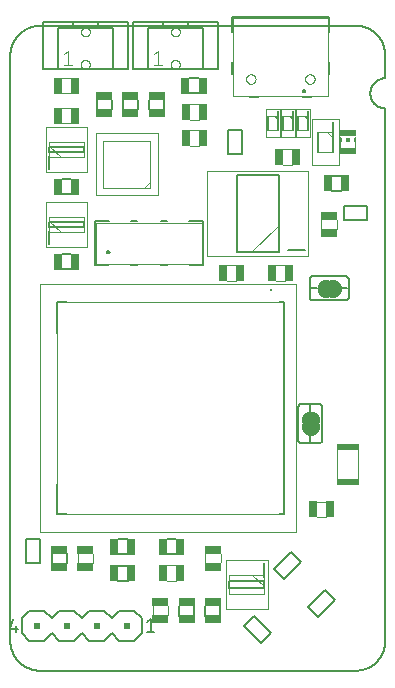
<source format=gto>
G75*
%MOIN*%
%OFA0B0*%
%FSLAX25Y25*%
%IPPOS*%
%LPD*%
%AMOC8*
5,1,8,0,0,1.08239X$1,22.5*
%
%ADD10C,0.00000*%
%ADD11C,0.00600*%
%ADD12C,0.00400*%
%ADD13R,0.05709X0.02953*%
%ADD14R,0.02953X0.05709*%
%ADD15C,0.00197*%
%ADD16C,0.00394*%
%ADD17C,0.00787*%
%ADD18R,0.00591X0.01181*%
%ADD19R,0.01181X0.01181*%
%ADD20R,0.05315X0.02362*%
%ADD21R,0.02559X0.05512*%
%ADD22C,0.00500*%
%ADD23C,0.05000*%
%ADD24R,0.05512X0.02559*%
%ADD25R,0.02000X0.02000*%
%ADD26R,0.07480X0.01969*%
D10*
X0078582Y0197217D02*
X0078584Y0197296D01*
X0078590Y0197375D01*
X0078600Y0197454D01*
X0078614Y0197532D01*
X0078631Y0197609D01*
X0078653Y0197685D01*
X0078678Y0197760D01*
X0078708Y0197833D01*
X0078740Y0197905D01*
X0078777Y0197976D01*
X0078817Y0198044D01*
X0078860Y0198110D01*
X0078906Y0198174D01*
X0078956Y0198236D01*
X0079009Y0198295D01*
X0079064Y0198351D01*
X0079123Y0198405D01*
X0079184Y0198455D01*
X0079247Y0198503D01*
X0079313Y0198547D01*
X0079381Y0198588D01*
X0079451Y0198625D01*
X0079522Y0198659D01*
X0079596Y0198689D01*
X0079670Y0198715D01*
X0079746Y0198737D01*
X0079823Y0198756D01*
X0079901Y0198771D01*
X0079979Y0198782D01*
X0080058Y0198789D01*
X0080137Y0198792D01*
X0080216Y0198791D01*
X0080295Y0198786D01*
X0080374Y0198777D01*
X0080452Y0198764D01*
X0080529Y0198747D01*
X0080606Y0198727D01*
X0080681Y0198702D01*
X0080755Y0198674D01*
X0080828Y0198642D01*
X0080898Y0198607D01*
X0080967Y0198568D01*
X0081034Y0198525D01*
X0081099Y0198479D01*
X0081161Y0198431D01*
X0081221Y0198379D01*
X0081278Y0198324D01*
X0081332Y0198266D01*
X0081383Y0198206D01*
X0081431Y0198143D01*
X0081476Y0198078D01*
X0081518Y0198010D01*
X0081556Y0197941D01*
X0081590Y0197870D01*
X0081621Y0197797D01*
X0081649Y0197722D01*
X0081672Y0197647D01*
X0081692Y0197570D01*
X0081708Y0197493D01*
X0081720Y0197414D01*
X0081728Y0197336D01*
X0081732Y0197257D01*
X0081732Y0197177D01*
X0081728Y0197098D01*
X0081720Y0197020D01*
X0081708Y0196941D01*
X0081692Y0196864D01*
X0081672Y0196787D01*
X0081649Y0196712D01*
X0081621Y0196637D01*
X0081590Y0196564D01*
X0081556Y0196493D01*
X0081518Y0196424D01*
X0081476Y0196356D01*
X0081431Y0196291D01*
X0081383Y0196228D01*
X0081332Y0196168D01*
X0081278Y0196110D01*
X0081221Y0196055D01*
X0081161Y0196003D01*
X0081099Y0195955D01*
X0081034Y0195909D01*
X0080967Y0195866D01*
X0080898Y0195827D01*
X0080828Y0195792D01*
X0080755Y0195760D01*
X0080681Y0195732D01*
X0080606Y0195707D01*
X0080529Y0195687D01*
X0080452Y0195670D01*
X0080374Y0195657D01*
X0080295Y0195648D01*
X0080216Y0195643D01*
X0080137Y0195642D01*
X0080058Y0195645D01*
X0079979Y0195652D01*
X0079901Y0195663D01*
X0079823Y0195678D01*
X0079746Y0195697D01*
X0079670Y0195719D01*
X0079596Y0195745D01*
X0079522Y0195775D01*
X0079451Y0195809D01*
X0079381Y0195846D01*
X0079313Y0195887D01*
X0079247Y0195931D01*
X0079184Y0195979D01*
X0079123Y0196029D01*
X0079064Y0196083D01*
X0079009Y0196139D01*
X0078956Y0196198D01*
X0078906Y0196260D01*
X0078860Y0196324D01*
X0078817Y0196390D01*
X0078777Y0196458D01*
X0078740Y0196529D01*
X0078708Y0196601D01*
X0078678Y0196674D01*
X0078653Y0196749D01*
X0078631Y0196825D01*
X0078614Y0196902D01*
X0078600Y0196980D01*
X0078590Y0197059D01*
X0078584Y0197138D01*
X0078582Y0197217D01*
X0098268Y0197217D02*
X0098270Y0197296D01*
X0098276Y0197375D01*
X0098286Y0197454D01*
X0098300Y0197532D01*
X0098317Y0197609D01*
X0098339Y0197685D01*
X0098364Y0197760D01*
X0098394Y0197833D01*
X0098426Y0197905D01*
X0098463Y0197976D01*
X0098503Y0198044D01*
X0098546Y0198110D01*
X0098592Y0198174D01*
X0098642Y0198236D01*
X0098695Y0198295D01*
X0098750Y0198351D01*
X0098809Y0198405D01*
X0098870Y0198455D01*
X0098933Y0198503D01*
X0098999Y0198547D01*
X0099067Y0198588D01*
X0099137Y0198625D01*
X0099208Y0198659D01*
X0099282Y0198689D01*
X0099356Y0198715D01*
X0099432Y0198737D01*
X0099509Y0198756D01*
X0099587Y0198771D01*
X0099665Y0198782D01*
X0099744Y0198789D01*
X0099823Y0198792D01*
X0099902Y0198791D01*
X0099981Y0198786D01*
X0100060Y0198777D01*
X0100138Y0198764D01*
X0100215Y0198747D01*
X0100292Y0198727D01*
X0100367Y0198702D01*
X0100441Y0198674D01*
X0100514Y0198642D01*
X0100584Y0198607D01*
X0100653Y0198568D01*
X0100720Y0198525D01*
X0100785Y0198479D01*
X0100847Y0198431D01*
X0100907Y0198379D01*
X0100964Y0198324D01*
X0101018Y0198266D01*
X0101069Y0198206D01*
X0101117Y0198143D01*
X0101162Y0198078D01*
X0101204Y0198010D01*
X0101242Y0197941D01*
X0101276Y0197870D01*
X0101307Y0197797D01*
X0101335Y0197722D01*
X0101358Y0197647D01*
X0101378Y0197570D01*
X0101394Y0197493D01*
X0101406Y0197414D01*
X0101414Y0197336D01*
X0101418Y0197257D01*
X0101418Y0197177D01*
X0101414Y0197098D01*
X0101406Y0197020D01*
X0101394Y0196941D01*
X0101378Y0196864D01*
X0101358Y0196787D01*
X0101335Y0196712D01*
X0101307Y0196637D01*
X0101276Y0196564D01*
X0101242Y0196493D01*
X0101204Y0196424D01*
X0101162Y0196356D01*
X0101117Y0196291D01*
X0101069Y0196228D01*
X0101018Y0196168D01*
X0100964Y0196110D01*
X0100907Y0196055D01*
X0100847Y0196003D01*
X0100785Y0195955D01*
X0100720Y0195909D01*
X0100653Y0195866D01*
X0100584Y0195827D01*
X0100514Y0195792D01*
X0100441Y0195760D01*
X0100367Y0195732D01*
X0100292Y0195707D01*
X0100215Y0195687D01*
X0100138Y0195670D01*
X0100060Y0195657D01*
X0099981Y0195648D01*
X0099902Y0195643D01*
X0099823Y0195642D01*
X0099744Y0195645D01*
X0099665Y0195652D01*
X0099587Y0195663D01*
X0099509Y0195678D01*
X0099432Y0195697D01*
X0099356Y0195719D01*
X0099282Y0195745D01*
X0099208Y0195775D01*
X0099137Y0195809D01*
X0099067Y0195846D01*
X0098999Y0195887D01*
X0098933Y0195931D01*
X0098870Y0195979D01*
X0098809Y0196029D01*
X0098750Y0196083D01*
X0098695Y0196139D01*
X0098642Y0196198D01*
X0098592Y0196260D01*
X0098546Y0196324D01*
X0098503Y0196390D01*
X0098463Y0196458D01*
X0098426Y0196529D01*
X0098394Y0196601D01*
X0098364Y0196674D01*
X0098339Y0196749D01*
X0098317Y0196825D01*
X0098300Y0196902D01*
X0098286Y0196980D01*
X0098276Y0197059D01*
X0098270Y0197138D01*
X0098268Y0197217D01*
X0053524Y0202087D02*
X0053526Y0202164D01*
X0053532Y0202240D01*
X0053542Y0202316D01*
X0053556Y0202391D01*
X0053573Y0202466D01*
X0053595Y0202539D01*
X0053620Y0202612D01*
X0053650Y0202683D01*
X0053682Y0202752D01*
X0053719Y0202819D01*
X0053758Y0202885D01*
X0053801Y0202948D01*
X0053848Y0203009D01*
X0053897Y0203068D01*
X0053950Y0203124D01*
X0054005Y0203177D01*
X0054063Y0203227D01*
X0054123Y0203274D01*
X0054186Y0203318D01*
X0054251Y0203359D01*
X0054318Y0203396D01*
X0054387Y0203430D01*
X0054457Y0203460D01*
X0054529Y0203486D01*
X0054603Y0203508D01*
X0054677Y0203527D01*
X0054752Y0203542D01*
X0054828Y0203553D01*
X0054904Y0203560D01*
X0054981Y0203563D01*
X0055057Y0203562D01*
X0055134Y0203557D01*
X0055210Y0203548D01*
X0055286Y0203535D01*
X0055360Y0203518D01*
X0055434Y0203498D01*
X0055507Y0203473D01*
X0055578Y0203445D01*
X0055648Y0203413D01*
X0055716Y0203378D01*
X0055782Y0203339D01*
X0055846Y0203297D01*
X0055907Y0203251D01*
X0055967Y0203202D01*
X0056023Y0203151D01*
X0056077Y0203096D01*
X0056128Y0203039D01*
X0056176Y0202979D01*
X0056221Y0202917D01*
X0056262Y0202852D01*
X0056300Y0202786D01*
X0056335Y0202718D01*
X0056365Y0202647D01*
X0056393Y0202576D01*
X0056416Y0202503D01*
X0056436Y0202429D01*
X0056452Y0202354D01*
X0056464Y0202278D01*
X0056472Y0202202D01*
X0056476Y0202125D01*
X0056476Y0202049D01*
X0056472Y0201972D01*
X0056464Y0201896D01*
X0056452Y0201820D01*
X0056436Y0201745D01*
X0056416Y0201671D01*
X0056393Y0201598D01*
X0056365Y0201527D01*
X0056335Y0201456D01*
X0056300Y0201388D01*
X0056262Y0201322D01*
X0056221Y0201257D01*
X0056176Y0201195D01*
X0056128Y0201135D01*
X0056077Y0201078D01*
X0056023Y0201023D01*
X0055967Y0200972D01*
X0055907Y0200923D01*
X0055846Y0200877D01*
X0055782Y0200835D01*
X0055716Y0200796D01*
X0055648Y0200761D01*
X0055578Y0200729D01*
X0055507Y0200701D01*
X0055434Y0200676D01*
X0055360Y0200656D01*
X0055286Y0200639D01*
X0055210Y0200626D01*
X0055134Y0200617D01*
X0055057Y0200612D01*
X0054981Y0200611D01*
X0054904Y0200614D01*
X0054828Y0200621D01*
X0054752Y0200632D01*
X0054677Y0200647D01*
X0054603Y0200666D01*
X0054529Y0200688D01*
X0054457Y0200714D01*
X0054387Y0200744D01*
X0054318Y0200778D01*
X0054251Y0200815D01*
X0054186Y0200856D01*
X0054123Y0200900D01*
X0054063Y0200947D01*
X0054005Y0200997D01*
X0053950Y0201050D01*
X0053897Y0201106D01*
X0053848Y0201165D01*
X0053801Y0201226D01*
X0053758Y0201289D01*
X0053719Y0201355D01*
X0053682Y0201422D01*
X0053650Y0201491D01*
X0053620Y0201562D01*
X0053595Y0201635D01*
X0053573Y0201708D01*
X0053556Y0201783D01*
X0053542Y0201858D01*
X0053532Y0201934D01*
X0053526Y0202010D01*
X0053524Y0202087D01*
X0053526Y0202164D01*
X0053532Y0202240D01*
X0053542Y0202316D01*
X0053556Y0202391D01*
X0053573Y0202466D01*
X0053595Y0202539D01*
X0053620Y0202612D01*
X0053650Y0202683D01*
X0053682Y0202752D01*
X0053719Y0202819D01*
X0053758Y0202885D01*
X0053801Y0202948D01*
X0053848Y0203009D01*
X0053897Y0203068D01*
X0053950Y0203124D01*
X0054005Y0203177D01*
X0054063Y0203227D01*
X0054123Y0203274D01*
X0054186Y0203318D01*
X0054251Y0203359D01*
X0054318Y0203396D01*
X0054387Y0203430D01*
X0054457Y0203460D01*
X0054529Y0203486D01*
X0054603Y0203508D01*
X0054677Y0203527D01*
X0054752Y0203542D01*
X0054828Y0203553D01*
X0054904Y0203560D01*
X0054981Y0203563D01*
X0055057Y0203562D01*
X0055134Y0203557D01*
X0055210Y0203548D01*
X0055286Y0203535D01*
X0055360Y0203518D01*
X0055434Y0203498D01*
X0055507Y0203473D01*
X0055578Y0203445D01*
X0055648Y0203413D01*
X0055716Y0203378D01*
X0055782Y0203339D01*
X0055846Y0203297D01*
X0055907Y0203251D01*
X0055967Y0203202D01*
X0056023Y0203151D01*
X0056077Y0203096D01*
X0056128Y0203039D01*
X0056176Y0202979D01*
X0056221Y0202917D01*
X0056262Y0202852D01*
X0056300Y0202786D01*
X0056335Y0202718D01*
X0056365Y0202647D01*
X0056393Y0202576D01*
X0056416Y0202503D01*
X0056436Y0202429D01*
X0056452Y0202354D01*
X0056464Y0202278D01*
X0056472Y0202202D01*
X0056476Y0202125D01*
X0056476Y0202049D01*
X0056472Y0201972D01*
X0056464Y0201896D01*
X0056452Y0201820D01*
X0056436Y0201745D01*
X0056416Y0201671D01*
X0056393Y0201598D01*
X0056365Y0201527D01*
X0056335Y0201456D01*
X0056300Y0201388D01*
X0056262Y0201322D01*
X0056221Y0201257D01*
X0056176Y0201195D01*
X0056128Y0201135D01*
X0056077Y0201078D01*
X0056023Y0201023D01*
X0055967Y0200972D01*
X0055907Y0200923D01*
X0055846Y0200877D01*
X0055782Y0200835D01*
X0055716Y0200796D01*
X0055648Y0200761D01*
X0055578Y0200729D01*
X0055507Y0200701D01*
X0055434Y0200676D01*
X0055360Y0200656D01*
X0055286Y0200639D01*
X0055210Y0200626D01*
X0055134Y0200617D01*
X0055057Y0200612D01*
X0054981Y0200611D01*
X0054904Y0200614D01*
X0054828Y0200621D01*
X0054752Y0200632D01*
X0054677Y0200647D01*
X0054603Y0200666D01*
X0054529Y0200688D01*
X0054457Y0200714D01*
X0054387Y0200744D01*
X0054318Y0200778D01*
X0054251Y0200815D01*
X0054186Y0200856D01*
X0054123Y0200900D01*
X0054063Y0200947D01*
X0054005Y0200997D01*
X0053950Y0201050D01*
X0053897Y0201106D01*
X0053848Y0201165D01*
X0053801Y0201226D01*
X0053758Y0201289D01*
X0053719Y0201355D01*
X0053682Y0201422D01*
X0053650Y0201491D01*
X0053620Y0201562D01*
X0053595Y0201635D01*
X0053573Y0201708D01*
X0053556Y0201783D01*
X0053542Y0201858D01*
X0053532Y0201934D01*
X0053526Y0202010D01*
X0053524Y0202087D01*
X0053526Y0202164D01*
X0053532Y0202240D01*
X0053542Y0202316D01*
X0053556Y0202391D01*
X0053573Y0202466D01*
X0053595Y0202539D01*
X0053620Y0202612D01*
X0053650Y0202683D01*
X0053682Y0202752D01*
X0053719Y0202819D01*
X0053758Y0202885D01*
X0053801Y0202948D01*
X0053848Y0203009D01*
X0053897Y0203068D01*
X0053950Y0203124D01*
X0054005Y0203177D01*
X0054063Y0203227D01*
X0054123Y0203274D01*
X0054186Y0203318D01*
X0054251Y0203359D01*
X0054318Y0203396D01*
X0054387Y0203430D01*
X0054457Y0203460D01*
X0054529Y0203486D01*
X0054603Y0203508D01*
X0054677Y0203527D01*
X0054752Y0203542D01*
X0054828Y0203553D01*
X0054904Y0203560D01*
X0054981Y0203563D01*
X0055057Y0203562D01*
X0055134Y0203557D01*
X0055210Y0203548D01*
X0055286Y0203535D01*
X0055360Y0203518D01*
X0055434Y0203498D01*
X0055507Y0203473D01*
X0055578Y0203445D01*
X0055648Y0203413D01*
X0055716Y0203378D01*
X0055782Y0203339D01*
X0055846Y0203297D01*
X0055907Y0203251D01*
X0055967Y0203202D01*
X0056023Y0203151D01*
X0056077Y0203096D01*
X0056128Y0203039D01*
X0056176Y0202979D01*
X0056221Y0202917D01*
X0056262Y0202852D01*
X0056300Y0202786D01*
X0056335Y0202718D01*
X0056365Y0202647D01*
X0056393Y0202576D01*
X0056416Y0202503D01*
X0056436Y0202429D01*
X0056452Y0202354D01*
X0056464Y0202278D01*
X0056472Y0202202D01*
X0056476Y0202125D01*
X0056476Y0202049D01*
X0056472Y0201972D01*
X0056464Y0201896D01*
X0056452Y0201820D01*
X0056436Y0201745D01*
X0056416Y0201671D01*
X0056393Y0201598D01*
X0056365Y0201527D01*
X0056335Y0201456D01*
X0056300Y0201388D01*
X0056262Y0201322D01*
X0056221Y0201257D01*
X0056176Y0201195D01*
X0056128Y0201135D01*
X0056077Y0201078D01*
X0056023Y0201023D01*
X0055967Y0200972D01*
X0055907Y0200923D01*
X0055846Y0200877D01*
X0055782Y0200835D01*
X0055716Y0200796D01*
X0055648Y0200761D01*
X0055578Y0200729D01*
X0055507Y0200701D01*
X0055434Y0200676D01*
X0055360Y0200656D01*
X0055286Y0200639D01*
X0055210Y0200626D01*
X0055134Y0200617D01*
X0055057Y0200612D01*
X0054981Y0200611D01*
X0054904Y0200614D01*
X0054828Y0200621D01*
X0054752Y0200632D01*
X0054677Y0200647D01*
X0054603Y0200666D01*
X0054529Y0200688D01*
X0054457Y0200714D01*
X0054387Y0200744D01*
X0054318Y0200778D01*
X0054251Y0200815D01*
X0054186Y0200856D01*
X0054123Y0200900D01*
X0054063Y0200947D01*
X0054005Y0200997D01*
X0053950Y0201050D01*
X0053897Y0201106D01*
X0053848Y0201165D01*
X0053801Y0201226D01*
X0053758Y0201289D01*
X0053719Y0201355D01*
X0053682Y0201422D01*
X0053650Y0201491D01*
X0053620Y0201562D01*
X0053595Y0201635D01*
X0053573Y0201708D01*
X0053556Y0201783D01*
X0053542Y0201858D01*
X0053532Y0201934D01*
X0053526Y0202010D01*
X0053524Y0202087D01*
X0053526Y0202164D01*
X0053532Y0202240D01*
X0053542Y0202316D01*
X0053556Y0202391D01*
X0053573Y0202466D01*
X0053595Y0202539D01*
X0053620Y0202612D01*
X0053650Y0202683D01*
X0053682Y0202752D01*
X0053719Y0202819D01*
X0053758Y0202885D01*
X0053801Y0202948D01*
X0053848Y0203009D01*
X0053897Y0203068D01*
X0053950Y0203124D01*
X0054005Y0203177D01*
X0054063Y0203227D01*
X0054123Y0203274D01*
X0054186Y0203318D01*
X0054251Y0203359D01*
X0054318Y0203396D01*
X0054387Y0203430D01*
X0054457Y0203460D01*
X0054529Y0203486D01*
X0054603Y0203508D01*
X0054677Y0203527D01*
X0054752Y0203542D01*
X0054828Y0203553D01*
X0054904Y0203560D01*
X0054981Y0203563D01*
X0055057Y0203562D01*
X0055134Y0203557D01*
X0055210Y0203548D01*
X0055286Y0203535D01*
X0055360Y0203518D01*
X0055434Y0203498D01*
X0055507Y0203473D01*
X0055578Y0203445D01*
X0055648Y0203413D01*
X0055716Y0203378D01*
X0055782Y0203339D01*
X0055846Y0203297D01*
X0055907Y0203251D01*
X0055967Y0203202D01*
X0056023Y0203151D01*
X0056077Y0203096D01*
X0056128Y0203039D01*
X0056176Y0202979D01*
X0056221Y0202917D01*
X0056262Y0202852D01*
X0056300Y0202786D01*
X0056335Y0202718D01*
X0056365Y0202647D01*
X0056393Y0202576D01*
X0056416Y0202503D01*
X0056436Y0202429D01*
X0056452Y0202354D01*
X0056464Y0202278D01*
X0056472Y0202202D01*
X0056476Y0202125D01*
X0056476Y0202049D01*
X0056472Y0201972D01*
X0056464Y0201896D01*
X0056452Y0201820D01*
X0056436Y0201745D01*
X0056416Y0201671D01*
X0056393Y0201598D01*
X0056365Y0201527D01*
X0056335Y0201456D01*
X0056300Y0201388D01*
X0056262Y0201322D01*
X0056221Y0201257D01*
X0056176Y0201195D01*
X0056128Y0201135D01*
X0056077Y0201078D01*
X0056023Y0201023D01*
X0055967Y0200972D01*
X0055907Y0200923D01*
X0055846Y0200877D01*
X0055782Y0200835D01*
X0055716Y0200796D01*
X0055648Y0200761D01*
X0055578Y0200729D01*
X0055507Y0200701D01*
X0055434Y0200676D01*
X0055360Y0200656D01*
X0055286Y0200639D01*
X0055210Y0200626D01*
X0055134Y0200617D01*
X0055057Y0200612D01*
X0054981Y0200611D01*
X0054904Y0200614D01*
X0054828Y0200621D01*
X0054752Y0200632D01*
X0054677Y0200647D01*
X0054603Y0200666D01*
X0054529Y0200688D01*
X0054457Y0200714D01*
X0054387Y0200744D01*
X0054318Y0200778D01*
X0054251Y0200815D01*
X0054186Y0200856D01*
X0054123Y0200900D01*
X0054063Y0200947D01*
X0054005Y0200997D01*
X0053950Y0201050D01*
X0053897Y0201106D01*
X0053848Y0201165D01*
X0053801Y0201226D01*
X0053758Y0201289D01*
X0053719Y0201355D01*
X0053682Y0201422D01*
X0053650Y0201491D01*
X0053620Y0201562D01*
X0053595Y0201635D01*
X0053573Y0201708D01*
X0053556Y0201783D01*
X0053542Y0201858D01*
X0053532Y0201934D01*
X0053526Y0202010D01*
X0053524Y0202087D01*
X0053526Y0202164D01*
X0053532Y0202240D01*
X0053542Y0202316D01*
X0053556Y0202391D01*
X0053573Y0202466D01*
X0053595Y0202539D01*
X0053620Y0202612D01*
X0053650Y0202683D01*
X0053682Y0202752D01*
X0053719Y0202819D01*
X0053758Y0202885D01*
X0053801Y0202948D01*
X0053848Y0203009D01*
X0053897Y0203068D01*
X0053950Y0203124D01*
X0054005Y0203177D01*
X0054063Y0203227D01*
X0054123Y0203274D01*
X0054186Y0203318D01*
X0054251Y0203359D01*
X0054318Y0203396D01*
X0054387Y0203430D01*
X0054457Y0203460D01*
X0054529Y0203486D01*
X0054603Y0203508D01*
X0054677Y0203527D01*
X0054752Y0203542D01*
X0054828Y0203553D01*
X0054904Y0203560D01*
X0054981Y0203563D01*
X0055057Y0203562D01*
X0055134Y0203557D01*
X0055210Y0203548D01*
X0055286Y0203535D01*
X0055360Y0203518D01*
X0055434Y0203498D01*
X0055507Y0203473D01*
X0055578Y0203445D01*
X0055648Y0203413D01*
X0055716Y0203378D01*
X0055782Y0203339D01*
X0055846Y0203297D01*
X0055907Y0203251D01*
X0055967Y0203202D01*
X0056023Y0203151D01*
X0056077Y0203096D01*
X0056128Y0203039D01*
X0056176Y0202979D01*
X0056221Y0202917D01*
X0056262Y0202852D01*
X0056300Y0202786D01*
X0056335Y0202718D01*
X0056365Y0202647D01*
X0056393Y0202576D01*
X0056416Y0202503D01*
X0056436Y0202429D01*
X0056452Y0202354D01*
X0056464Y0202278D01*
X0056472Y0202202D01*
X0056476Y0202125D01*
X0056476Y0202049D01*
X0056472Y0201972D01*
X0056464Y0201896D01*
X0056452Y0201820D01*
X0056436Y0201745D01*
X0056416Y0201671D01*
X0056393Y0201598D01*
X0056365Y0201527D01*
X0056335Y0201456D01*
X0056300Y0201388D01*
X0056262Y0201322D01*
X0056221Y0201257D01*
X0056176Y0201195D01*
X0056128Y0201135D01*
X0056077Y0201078D01*
X0056023Y0201023D01*
X0055967Y0200972D01*
X0055907Y0200923D01*
X0055846Y0200877D01*
X0055782Y0200835D01*
X0055716Y0200796D01*
X0055648Y0200761D01*
X0055578Y0200729D01*
X0055507Y0200701D01*
X0055434Y0200676D01*
X0055360Y0200656D01*
X0055286Y0200639D01*
X0055210Y0200626D01*
X0055134Y0200617D01*
X0055057Y0200612D01*
X0054981Y0200611D01*
X0054904Y0200614D01*
X0054828Y0200621D01*
X0054752Y0200632D01*
X0054677Y0200647D01*
X0054603Y0200666D01*
X0054529Y0200688D01*
X0054457Y0200714D01*
X0054387Y0200744D01*
X0054318Y0200778D01*
X0054251Y0200815D01*
X0054186Y0200856D01*
X0054123Y0200900D01*
X0054063Y0200947D01*
X0054005Y0200997D01*
X0053950Y0201050D01*
X0053897Y0201106D01*
X0053848Y0201165D01*
X0053801Y0201226D01*
X0053758Y0201289D01*
X0053719Y0201355D01*
X0053682Y0201422D01*
X0053650Y0201491D01*
X0053620Y0201562D01*
X0053595Y0201635D01*
X0053573Y0201708D01*
X0053556Y0201783D01*
X0053542Y0201858D01*
X0053532Y0201934D01*
X0053526Y0202010D01*
X0053524Y0202087D01*
X0053526Y0202164D01*
X0053532Y0202240D01*
X0053542Y0202316D01*
X0053556Y0202391D01*
X0053573Y0202466D01*
X0053595Y0202539D01*
X0053620Y0202612D01*
X0053650Y0202683D01*
X0053682Y0202752D01*
X0053719Y0202819D01*
X0053758Y0202885D01*
X0053801Y0202948D01*
X0053848Y0203009D01*
X0053897Y0203068D01*
X0053950Y0203124D01*
X0054005Y0203177D01*
X0054063Y0203227D01*
X0054123Y0203274D01*
X0054186Y0203318D01*
X0054251Y0203359D01*
X0054318Y0203396D01*
X0054387Y0203430D01*
X0054457Y0203460D01*
X0054529Y0203486D01*
X0054603Y0203508D01*
X0054677Y0203527D01*
X0054752Y0203542D01*
X0054828Y0203553D01*
X0054904Y0203560D01*
X0054981Y0203563D01*
X0055057Y0203562D01*
X0055134Y0203557D01*
X0055210Y0203548D01*
X0055286Y0203535D01*
X0055360Y0203518D01*
X0055434Y0203498D01*
X0055507Y0203473D01*
X0055578Y0203445D01*
X0055648Y0203413D01*
X0055716Y0203378D01*
X0055782Y0203339D01*
X0055846Y0203297D01*
X0055907Y0203251D01*
X0055967Y0203202D01*
X0056023Y0203151D01*
X0056077Y0203096D01*
X0056128Y0203039D01*
X0056176Y0202979D01*
X0056221Y0202917D01*
X0056262Y0202852D01*
X0056300Y0202786D01*
X0056335Y0202718D01*
X0056365Y0202647D01*
X0056393Y0202576D01*
X0056416Y0202503D01*
X0056436Y0202429D01*
X0056452Y0202354D01*
X0056464Y0202278D01*
X0056472Y0202202D01*
X0056476Y0202125D01*
X0056476Y0202049D01*
X0056472Y0201972D01*
X0056464Y0201896D01*
X0056452Y0201820D01*
X0056436Y0201745D01*
X0056416Y0201671D01*
X0056393Y0201598D01*
X0056365Y0201527D01*
X0056335Y0201456D01*
X0056300Y0201388D01*
X0056262Y0201322D01*
X0056221Y0201257D01*
X0056176Y0201195D01*
X0056128Y0201135D01*
X0056077Y0201078D01*
X0056023Y0201023D01*
X0055967Y0200972D01*
X0055907Y0200923D01*
X0055846Y0200877D01*
X0055782Y0200835D01*
X0055716Y0200796D01*
X0055648Y0200761D01*
X0055578Y0200729D01*
X0055507Y0200701D01*
X0055434Y0200676D01*
X0055360Y0200656D01*
X0055286Y0200639D01*
X0055210Y0200626D01*
X0055134Y0200617D01*
X0055057Y0200612D01*
X0054981Y0200611D01*
X0054904Y0200614D01*
X0054828Y0200621D01*
X0054752Y0200632D01*
X0054677Y0200647D01*
X0054603Y0200666D01*
X0054529Y0200688D01*
X0054457Y0200714D01*
X0054387Y0200744D01*
X0054318Y0200778D01*
X0054251Y0200815D01*
X0054186Y0200856D01*
X0054123Y0200900D01*
X0054063Y0200947D01*
X0054005Y0200997D01*
X0053950Y0201050D01*
X0053897Y0201106D01*
X0053848Y0201165D01*
X0053801Y0201226D01*
X0053758Y0201289D01*
X0053719Y0201355D01*
X0053682Y0201422D01*
X0053650Y0201491D01*
X0053620Y0201562D01*
X0053595Y0201635D01*
X0053573Y0201708D01*
X0053556Y0201783D01*
X0053542Y0201858D01*
X0053532Y0201934D01*
X0053526Y0202010D01*
X0053524Y0202087D01*
X0053526Y0202164D01*
X0053532Y0202240D01*
X0053542Y0202316D01*
X0053556Y0202391D01*
X0053573Y0202466D01*
X0053595Y0202539D01*
X0053620Y0202612D01*
X0053650Y0202683D01*
X0053682Y0202752D01*
X0053719Y0202819D01*
X0053758Y0202885D01*
X0053801Y0202948D01*
X0053848Y0203009D01*
X0053897Y0203068D01*
X0053950Y0203124D01*
X0054005Y0203177D01*
X0054063Y0203227D01*
X0054123Y0203274D01*
X0054186Y0203318D01*
X0054251Y0203359D01*
X0054318Y0203396D01*
X0054387Y0203430D01*
X0054457Y0203460D01*
X0054529Y0203486D01*
X0054603Y0203508D01*
X0054677Y0203527D01*
X0054752Y0203542D01*
X0054828Y0203553D01*
X0054904Y0203560D01*
X0054981Y0203563D01*
X0055057Y0203562D01*
X0055134Y0203557D01*
X0055210Y0203548D01*
X0055286Y0203535D01*
X0055360Y0203518D01*
X0055434Y0203498D01*
X0055507Y0203473D01*
X0055578Y0203445D01*
X0055648Y0203413D01*
X0055716Y0203378D01*
X0055782Y0203339D01*
X0055846Y0203297D01*
X0055907Y0203251D01*
X0055967Y0203202D01*
X0056023Y0203151D01*
X0056077Y0203096D01*
X0056128Y0203039D01*
X0056176Y0202979D01*
X0056221Y0202917D01*
X0056262Y0202852D01*
X0056300Y0202786D01*
X0056335Y0202718D01*
X0056365Y0202647D01*
X0056393Y0202576D01*
X0056416Y0202503D01*
X0056436Y0202429D01*
X0056452Y0202354D01*
X0056464Y0202278D01*
X0056472Y0202202D01*
X0056476Y0202125D01*
X0056476Y0202049D01*
X0056472Y0201972D01*
X0056464Y0201896D01*
X0056452Y0201820D01*
X0056436Y0201745D01*
X0056416Y0201671D01*
X0056393Y0201598D01*
X0056365Y0201527D01*
X0056335Y0201456D01*
X0056300Y0201388D01*
X0056262Y0201322D01*
X0056221Y0201257D01*
X0056176Y0201195D01*
X0056128Y0201135D01*
X0056077Y0201078D01*
X0056023Y0201023D01*
X0055967Y0200972D01*
X0055907Y0200923D01*
X0055846Y0200877D01*
X0055782Y0200835D01*
X0055716Y0200796D01*
X0055648Y0200761D01*
X0055578Y0200729D01*
X0055507Y0200701D01*
X0055434Y0200676D01*
X0055360Y0200656D01*
X0055286Y0200639D01*
X0055210Y0200626D01*
X0055134Y0200617D01*
X0055057Y0200612D01*
X0054981Y0200611D01*
X0054904Y0200614D01*
X0054828Y0200621D01*
X0054752Y0200632D01*
X0054677Y0200647D01*
X0054603Y0200666D01*
X0054529Y0200688D01*
X0054457Y0200714D01*
X0054387Y0200744D01*
X0054318Y0200778D01*
X0054251Y0200815D01*
X0054186Y0200856D01*
X0054123Y0200900D01*
X0054063Y0200947D01*
X0054005Y0200997D01*
X0053950Y0201050D01*
X0053897Y0201106D01*
X0053848Y0201165D01*
X0053801Y0201226D01*
X0053758Y0201289D01*
X0053719Y0201355D01*
X0053682Y0201422D01*
X0053650Y0201491D01*
X0053620Y0201562D01*
X0053595Y0201635D01*
X0053573Y0201708D01*
X0053556Y0201783D01*
X0053542Y0201858D01*
X0053532Y0201934D01*
X0053526Y0202010D01*
X0053524Y0202087D01*
X0053526Y0202164D01*
X0053532Y0202240D01*
X0053542Y0202316D01*
X0053556Y0202391D01*
X0053573Y0202466D01*
X0053595Y0202539D01*
X0053620Y0202612D01*
X0053650Y0202683D01*
X0053682Y0202752D01*
X0053719Y0202819D01*
X0053758Y0202885D01*
X0053801Y0202948D01*
X0053848Y0203009D01*
X0053897Y0203068D01*
X0053950Y0203124D01*
X0054005Y0203177D01*
X0054063Y0203227D01*
X0054123Y0203274D01*
X0054186Y0203318D01*
X0054251Y0203359D01*
X0054318Y0203396D01*
X0054387Y0203430D01*
X0054457Y0203460D01*
X0054529Y0203486D01*
X0054603Y0203508D01*
X0054677Y0203527D01*
X0054752Y0203542D01*
X0054828Y0203553D01*
X0054904Y0203560D01*
X0054981Y0203563D01*
X0055057Y0203562D01*
X0055134Y0203557D01*
X0055210Y0203548D01*
X0055286Y0203535D01*
X0055360Y0203518D01*
X0055434Y0203498D01*
X0055507Y0203473D01*
X0055578Y0203445D01*
X0055648Y0203413D01*
X0055716Y0203378D01*
X0055782Y0203339D01*
X0055846Y0203297D01*
X0055907Y0203251D01*
X0055967Y0203202D01*
X0056023Y0203151D01*
X0056077Y0203096D01*
X0056128Y0203039D01*
X0056176Y0202979D01*
X0056221Y0202917D01*
X0056262Y0202852D01*
X0056300Y0202786D01*
X0056335Y0202718D01*
X0056365Y0202647D01*
X0056393Y0202576D01*
X0056416Y0202503D01*
X0056436Y0202429D01*
X0056452Y0202354D01*
X0056464Y0202278D01*
X0056472Y0202202D01*
X0056476Y0202125D01*
X0056476Y0202049D01*
X0056472Y0201972D01*
X0056464Y0201896D01*
X0056452Y0201820D01*
X0056436Y0201745D01*
X0056416Y0201671D01*
X0056393Y0201598D01*
X0056365Y0201527D01*
X0056335Y0201456D01*
X0056300Y0201388D01*
X0056262Y0201322D01*
X0056221Y0201257D01*
X0056176Y0201195D01*
X0056128Y0201135D01*
X0056077Y0201078D01*
X0056023Y0201023D01*
X0055967Y0200972D01*
X0055907Y0200923D01*
X0055846Y0200877D01*
X0055782Y0200835D01*
X0055716Y0200796D01*
X0055648Y0200761D01*
X0055578Y0200729D01*
X0055507Y0200701D01*
X0055434Y0200676D01*
X0055360Y0200656D01*
X0055286Y0200639D01*
X0055210Y0200626D01*
X0055134Y0200617D01*
X0055057Y0200612D01*
X0054981Y0200611D01*
X0054904Y0200614D01*
X0054828Y0200621D01*
X0054752Y0200632D01*
X0054677Y0200647D01*
X0054603Y0200666D01*
X0054529Y0200688D01*
X0054457Y0200714D01*
X0054387Y0200744D01*
X0054318Y0200778D01*
X0054251Y0200815D01*
X0054186Y0200856D01*
X0054123Y0200900D01*
X0054063Y0200947D01*
X0054005Y0200997D01*
X0053950Y0201050D01*
X0053897Y0201106D01*
X0053848Y0201165D01*
X0053801Y0201226D01*
X0053758Y0201289D01*
X0053719Y0201355D01*
X0053682Y0201422D01*
X0053650Y0201491D01*
X0053620Y0201562D01*
X0053595Y0201635D01*
X0053573Y0201708D01*
X0053556Y0201783D01*
X0053542Y0201858D01*
X0053532Y0201934D01*
X0053526Y0202010D01*
X0053524Y0202087D01*
X0053526Y0202164D01*
X0053532Y0202240D01*
X0053542Y0202316D01*
X0053556Y0202391D01*
X0053573Y0202466D01*
X0053595Y0202539D01*
X0053620Y0202612D01*
X0053650Y0202683D01*
X0053682Y0202752D01*
X0053719Y0202819D01*
X0053758Y0202885D01*
X0053801Y0202948D01*
X0053848Y0203009D01*
X0053897Y0203068D01*
X0053950Y0203124D01*
X0054005Y0203177D01*
X0054063Y0203227D01*
X0054123Y0203274D01*
X0054186Y0203318D01*
X0054251Y0203359D01*
X0054318Y0203396D01*
X0054387Y0203430D01*
X0054457Y0203460D01*
X0054529Y0203486D01*
X0054603Y0203508D01*
X0054677Y0203527D01*
X0054752Y0203542D01*
X0054828Y0203553D01*
X0054904Y0203560D01*
X0054981Y0203563D01*
X0055057Y0203562D01*
X0055134Y0203557D01*
X0055210Y0203548D01*
X0055286Y0203535D01*
X0055360Y0203518D01*
X0055434Y0203498D01*
X0055507Y0203473D01*
X0055578Y0203445D01*
X0055648Y0203413D01*
X0055716Y0203378D01*
X0055782Y0203339D01*
X0055846Y0203297D01*
X0055907Y0203251D01*
X0055967Y0203202D01*
X0056023Y0203151D01*
X0056077Y0203096D01*
X0056128Y0203039D01*
X0056176Y0202979D01*
X0056221Y0202917D01*
X0056262Y0202852D01*
X0056300Y0202786D01*
X0056335Y0202718D01*
X0056365Y0202647D01*
X0056393Y0202576D01*
X0056416Y0202503D01*
X0056436Y0202429D01*
X0056452Y0202354D01*
X0056464Y0202278D01*
X0056472Y0202202D01*
X0056476Y0202125D01*
X0056476Y0202049D01*
X0056472Y0201972D01*
X0056464Y0201896D01*
X0056452Y0201820D01*
X0056436Y0201745D01*
X0056416Y0201671D01*
X0056393Y0201598D01*
X0056365Y0201527D01*
X0056335Y0201456D01*
X0056300Y0201388D01*
X0056262Y0201322D01*
X0056221Y0201257D01*
X0056176Y0201195D01*
X0056128Y0201135D01*
X0056077Y0201078D01*
X0056023Y0201023D01*
X0055967Y0200972D01*
X0055907Y0200923D01*
X0055846Y0200877D01*
X0055782Y0200835D01*
X0055716Y0200796D01*
X0055648Y0200761D01*
X0055578Y0200729D01*
X0055507Y0200701D01*
X0055434Y0200676D01*
X0055360Y0200656D01*
X0055286Y0200639D01*
X0055210Y0200626D01*
X0055134Y0200617D01*
X0055057Y0200612D01*
X0054981Y0200611D01*
X0054904Y0200614D01*
X0054828Y0200621D01*
X0054752Y0200632D01*
X0054677Y0200647D01*
X0054603Y0200666D01*
X0054529Y0200688D01*
X0054457Y0200714D01*
X0054387Y0200744D01*
X0054318Y0200778D01*
X0054251Y0200815D01*
X0054186Y0200856D01*
X0054123Y0200900D01*
X0054063Y0200947D01*
X0054005Y0200997D01*
X0053950Y0201050D01*
X0053897Y0201106D01*
X0053848Y0201165D01*
X0053801Y0201226D01*
X0053758Y0201289D01*
X0053719Y0201355D01*
X0053682Y0201422D01*
X0053650Y0201491D01*
X0053620Y0201562D01*
X0053595Y0201635D01*
X0053573Y0201708D01*
X0053556Y0201783D01*
X0053542Y0201858D01*
X0053532Y0201934D01*
X0053526Y0202010D01*
X0053524Y0202087D01*
X0053526Y0202164D01*
X0053532Y0202240D01*
X0053542Y0202316D01*
X0053556Y0202391D01*
X0053573Y0202466D01*
X0053595Y0202539D01*
X0053620Y0202612D01*
X0053650Y0202683D01*
X0053682Y0202752D01*
X0053719Y0202819D01*
X0053758Y0202885D01*
X0053801Y0202948D01*
X0053848Y0203009D01*
X0053897Y0203068D01*
X0053950Y0203124D01*
X0054005Y0203177D01*
X0054063Y0203227D01*
X0054123Y0203274D01*
X0054186Y0203318D01*
X0054251Y0203359D01*
X0054318Y0203396D01*
X0054387Y0203430D01*
X0054457Y0203460D01*
X0054529Y0203486D01*
X0054603Y0203508D01*
X0054677Y0203527D01*
X0054752Y0203542D01*
X0054828Y0203553D01*
X0054904Y0203560D01*
X0054981Y0203563D01*
X0055057Y0203562D01*
X0055134Y0203557D01*
X0055210Y0203548D01*
X0055286Y0203535D01*
X0055360Y0203518D01*
X0055434Y0203498D01*
X0055507Y0203473D01*
X0055578Y0203445D01*
X0055648Y0203413D01*
X0055716Y0203378D01*
X0055782Y0203339D01*
X0055846Y0203297D01*
X0055907Y0203251D01*
X0055967Y0203202D01*
X0056023Y0203151D01*
X0056077Y0203096D01*
X0056128Y0203039D01*
X0056176Y0202979D01*
X0056221Y0202917D01*
X0056262Y0202852D01*
X0056300Y0202786D01*
X0056335Y0202718D01*
X0056365Y0202647D01*
X0056393Y0202576D01*
X0056416Y0202503D01*
X0056436Y0202429D01*
X0056452Y0202354D01*
X0056464Y0202278D01*
X0056472Y0202202D01*
X0056476Y0202125D01*
X0056476Y0202049D01*
X0056472Y0201972D01*
X0056464Y0201896D01*
X0056452Y0201820D01*
X0056436Y0201745D01*
X0056416Y0201671D01*
X0056393Y0201598D01*
X0056365Y0201527D01*
X0056335Y0201456D01*
X0056300Y0201388D01*
X0056262Y0201322D01*
X0056221Y0201257D01*
X0056176Y0201195D01*
X0056128Y0201135D01*
X0056077Y0201078D01*
X0056023Y0201023D01*
X0055967Y0200972D01*
X0055907Y0200923D01*
X0055846Y0200877D01*
X0055782Y0200835D01*
X0055716Y0200796D01*
X0055648Y0200761D01*
X0055578Y0200729D01*
X0055507Y0200701D01*
X0055434Y0200676D01*
X0055360Y0200656D01*
X0055286Y0200639D01*
X0055210Y0200626D01*
X0055134Y0200617D01*
X0055057Y0200612D01*
X0054981Y0200611D01*
X0054904Y0200614D01*
X0054828Y0200621D01*
X0054752Y0200632D01*
X0054677Y0200647D01*
X0054603Y0200666D01*
X0054529Y0200688D01*
X0054457Y0200714D01*
X0054387Y0200744D01*
X0054318Y0200778D01*
X0054251Y0200815D01*
X0054186Y0200856D01*
X0054123Y0200900D01*
X0054063Y0200947D01*
X0054005Y0200997D01*
X0053950Y0201050D01*
X0053897Y0201106D01*
X0053848Y0201165D01*
X0053801Y0201226D01*
X0053758Y0201289D01*
X0053719Y0201355D01*
X0053682Y0201422D01*
X0053650Y0201491D01*
X0053620Y0201562D01*
X0053595Y0201635D01*
X0053573Y0201708D01*
X0053556Y0201783D01*
X0053542Y0201858D01*
X0053532Y0201934D01*
X0053526Y0202010D01*
X0053524Y0202087D01*
X0053526Y0202164D01*
X0053532Y0202240D01*
X0053542Y0202316D01*
X0053556Y0202391D01*
X0053573Y0202466D01*
X0053595Y0202539D01*
X0053620Y0202612D01*
X0053650Y0202683D01*
X0053682Y0202752D01*
X0053719Y0202819D01*
X0053758Y0202885D01*
X0053801Y0202948D01*
X0053848Y0203009D01*
X0053897Y0203068D01*
X0053950Y0203124D01*
X0054005Y0203177D01*
X0054063Y0203227D01*
X0054123Y0203274D01*
X0054186Y0203318D01*
X0054251Y0203359D01*
X0054318Y0203396D01*
X0054387Y0203430D01*
X0054457Y0203460D01*
X0054529Y0203486D01*
X0054603Y0203508D01*
X0054677Y0203527D01*
X0054752Y0203542D01*
X0054828Y0203553D01*
X0054904Y0203560D01*
X0054981Y0203563D01*
X0055057Y0203562D01*
X0055134Y0203557D01*
X0055210Y0203548D01*
X0055286Y0203535D01*
X0055360Y0203518D01*
X0055434Y0203498D01*
X0055507Y0203473D01*
X0055578Y0203445D01*
X0055648Y0203413D01*
X0055716Y0203378D01*
X0055782Y0203339D01*
X0055846Y0203297D01*
X0055907Y0203251D01*
X0055967Y0203202D01*
X0056023Y0203151D01*
X0056077Y0203096D01*
X0056128Y0203039D01*
X0056176Y0202979D01*
X0056221Y0202917D01*
X0056262Y0202852D01*
X0056300Y0202786D01*
X0056335Y0202718D01*
X0056365Y0202647D01*
X0056393Y0202576D01*
X0056416Y0202503D01*
X0056436Y0202429D01*
X0056452Y0202354D01*
X0056464Y0202278D01*
X0056472Y0202202D01*
X0056476Y0202125D01*
X0056476Y0202049D01*
X0056472Y0201972D01*
X0056464Y0201896D01*
X0056452Y0201820D01*
X0056436Y0201745D01*
X0056416Y0201671D01*
X0056393Y0201598D01*
X0056365Y0201527D01*
X0056335Y0201456D01*
X0056300Y0201388D01*
X0056262Y0201322D01*
X0056221Y0201257D01*
X0056176Y0201195D01*
X0056128Y0201135D01*
X0056077Y0201078D01*
X0056023Y0201023D01*
X0055967Y0200972D01*
X0055907Y0200923D01*
X0055846Y0200877D01*
X0055782Y0200835D01*
X0055716Y0200796D01*
X0055648Y0200761D01*
X0055578Y0200729D01*
X0055507Y0200701D01*
X0055434Y0200676D01*
X0055360Y0200656D01*
X0055286Y0200639D01*
X0055210Y0200626D01*
X0055134Y0200617D01*
X0055057Y0200612D01*
X0054981Y0200611D01*
X0054904Y0200614D01*
X0054828Y0200621D01*
X0054752Y0200632D01*
X0054677Y0200647D01*
X0054603Y0200666D01*
X0054529Y0200688D01*
X0054457Y0200714D01*
X0054387Y0200744D01*
X0054318Y0200778D01*
X0054251Y0200815D01*
X0054186Y0200856D01*
X0054123Y0200900D01*
X0054063Y0200947D01*
X0054005Y0200997D01*
X0053950Y0201050D01*
X0053897Y0201106D01*
X0053848Y0201165D01*
X0053801Y0201226D01*
X0053758Y0201289D01*
X0053719Y0201355D01*
X0053682Y0201422D01*
X0053650Y0201491D01*
X0053620Y0201562D01*
X0053595Y0201635D01*
X0053573Y0201708D01*
X0053556Y0201783D01*
X0053542Y0201858D01*
X0053532Y0201934D01*
X0053526Y0202010D01*
X0053524Y0202087D01*
X0053524Y0212913D02*
X0053526Y0212990D01*
X0053532Y0213066D01*
X0053542Y0213142D01*
X0053556Y0213217D01*
X0053573Y0213292D01*
X0053595Y0213365D01*
X0053620Y0213438D01*
X0053650Y0213509D01*
X0053682Y0213578D01*
X0053719Y0213645D01*
X0053758Y0213711D01*
X0053801Y0213774D01*
X0053848Y0213835D01*
X0053897Y0213894D01*
X0053950Y0213950D01*
X0054005Y0214003D01*
X0054063Y0214053D01*
X0054123Y0214100D01*
X0054186Y0214144D01*
X0054251Y0214185D01*
X0054318Y0214222D01*
X0054387Y0214256D01*
X0054457Y0214286D01*
X0054529Y0214312D01*
X0054603Y0214334D01*
X0054677Y0214353D01*
X0054752Y0214368D01*
X0054828Y0214379D01*
X0054904Y0214386D01*
X0054981Y0214389D01*
X0055057Y0214388D01*
X0055134Y0214383D01*
X0055210Y0214374D01*
X0055286Y0214361D01*
X0055360Y0214344D01*
X0055434Y0214324D01*
X0055507Y0214299D01*
X0055578Y0214271D01*
X0055648Y0214239D01*
X0055716Y0214204D01*
X0055782Y0214165D01*
X0055846Y0214123D01*
X0055907Y0214077D01*
X0055967Y0214028D01*
X0056023Y0213977D01*
X0056077Y0213922D01*
X0056128Y0213865D01*
X0056176Y0213805D01*
X0056221Y0213743D01*
X0056262Y0213678D01*
X0056300Y0213612D01*
X0056335Y0213544D01*
X0056365Y0213473D01*
X0056393Y0213402D01*
X0056416Y0213329D01*
X0056436Y0213255D01*
X0056452Y0213180D01*
X0056464Y0213104D01*
X0056472Y0213028D01*
X0056476Y0212951D01*
X0056476Y0212875D01*
X0056472Y0212798D01*
X0056464Y0212722D01*
X0056452Y0212646D01*
X0056436Y0212571D01*
X0056416Y0212497D01*
X0056393Y0212424D01*
X0056365Y0212353D01*
X0056335Y0212282D01*
X0056300Y0212214D01*
X0056262Y0212148D01*
X0056221Y0212083D01*
X0056176Y0212021D01*
X0056128Y0211961D01*
X0056077Y0211904D01*
X0056023Y0211849D01*
X0055967Y0211798D01*
X0055907Y0211749D01*
X0055846Y0211703D01*
X0055782Y0211661D01*
X0055716Y0211622D01*
X0055648Y0211587D01*
X0055578Y0211555D01*
X0055507Y0211527D01*
X0055434Y0211502D01*
X0055360Y0211482D01*
X0055286Y0211465D01*
X0055210Y0211452D01*
X0055134Y0211443D01*
X0055057Y0211438D01*
X0054981Y0211437D01*
X0054904Y0211440D01*
X0054828Y0211447D01*
X0054752Y0211458D01*
X0054677Y0211473D01*
X0054603Y0211492D01*
X0054529Y0211514D01*
X0054457Y0211540D01*
X0054387Y0211570D01*
X0054318Y0211604D01*
X0054251Y0211641D01*
X0054186Y0211682D01*
X0054123Y0211726D01*
X0054063Y0211773D01*
X0054005Y0211823D01*
X0053950Y0211876D01*
X0053897Y0211932D01*
X0053848Y0211991D01*
X0053801Y0212052D01*
X0053758Y0212115D01*
X0053719Y0212181D01*
X0053682Y0212248D01*
X0053650Y0212317D01*
X0053620Y0212388D01*
X0053595Y0212461D01*
X0053573Y0212534D01*
X0053556Y0212609D01*
X0053542Y0212684D01*
X0053532Y0212760D01*
X0053526Y0212836D01*
X0053524Y0212913D01*
X0053526Y0212990D01*
X0053532Y0213066D01*
X0053542Y0213142D01*
X0053556Y0213217D01*
X0053573Y0213292D01*
X0053595Y0213365D01*
X0053620Y0213438D01*
X0053650Y0213509D01*
X0053682Y0213578D01*
X0053719Y0213645D01*
X0053758Y0213711D01*
X0053801Y0213774D01*
X0053848Y0213835D01*
X0053897Y0213894D01*
X0053950Y0213950D01*
X0054005Y0214003D01*
X0054063Y0214053D01*
X0054123Y0214100D01*
X0054186Y0214144D01*
X0054251Y0214185D01*
X0054318Y0214222D01*
X0054387Y0214256D01*
X0054457Y0214286D01*
X0054529Y0214312D01*
X0054603Y0214334D01*
X0054677Y0214353D01*
X0054752Y0214368D01*
X0054828Y0214379D01*
X0054904Y0214386D01*
X0054981Y0214389D01*
X0055057Y0214388D01*
X0055134Y0214383D01*
X0055210Y0214374D01*
X0055286Y0214361D01*
X0055360Y0214344D01*
X0055434Y0214324D01*
X0055507Y0214299D01*
X0055578Y0214271D01*
X0055648Y0214239D01*
X0055716Y0214204D01*
X0055782Y0214165D01*
X0055846Y0214123D01*
X0055907Y0214077D01*
X0055967Y0214028D01*
X0056023Y0213977D01*
X0056077Y0213922D01*
X0056128Y0213865D01*
X0056176Y0213805D01*
X0056221Y0213743D01*
X0056262Y0213678D01*
X0056300Y0213612D01*
X0056335Y0213544D01*
X0056365Y0213473D01*
X0056393Y0213402D01*
X0056416Y0213329D01*
X0056436Y0213255D01*
X0056452Y0213180D01*
X0056464Y0213104D01*
X0056472Y0213028D01*
X0056476Y0212951D01*
X0056476Y0212875D01*
X0056472Y0212798D01*
X0056464Y0212722D01*
X0056452Y0212646D01*
X0056436Y0212571D01*
X0056416Y0212497D01*
X0056393Y0212424D01*
X0056365Y0212353D01*
X0056335Y0212282D01*
X0056300Y0212214D01*
X0056262Y0212148D01*
X0056221Y0212083D01*
X0056176Y0212021D01*
X0056128Y0211961D01*
X0056077Y0211904D01*
X0056023Y0211849D01*
X0055967Y0211798D01*
X0055907Y0211749D01*
X0055846Y0211703D01*
X0055782Y0211661D01*
X0055716Y0211622D01*
X0055648Y0211587D01*
X0055578Y0211555D01*
X0055507Y0211527D01*
X0055434Y0211502D01*
X0055360Y0211482D01*
X0055286Y0211465D01*
X0055210Y0211452D01*
X0055134Y0211443D01*
X0055057Y0211438D01*
X0054981Y0211437D01*
X0054904Y0211440D01*
X0054828Y0211447D01*
X0054752Y0211458D01*
X0054677Y0211473D01*
X0054603Y0211492D01*
X0054529Y0211514D01*
X0054457Y0211540D01*
X0054387Y0211570D01*
X0054318Y0211604D01*
X0054251Y0211641D01*
X0054186Y0211682D01*
X0054123Y0211726D01*
X0054063Y0211773D01*
X0054005Y0211823D01*
X0053950Y0211876D01*
X0053897Y0211932D01*
X0053848Y0211991D01*
X0053801Y0212052D01*
X0053758Y0212115D01*
X0053719Y0212181D01*
X0053682Y0212248D01*
X0053650Y0212317D01*
X0053620Y0212388D01*
X0053595Y0212461D01*
X0053573Y0212534D01*
X0053556Y0212609D01*
X0053542Y0212684D01*
X0053532Y0212760D01*
X0053526Y0212836D01*
X0053524Y0212913D01*
X0053526Y0212990D01*
X0053532Y0213066D01*
X0053542Y0213142D01*
X0053556Y0213217D01*
X0053573Y0213292D01*
X0053595Y0213365D01*
X0053620Y0213438D01*
X0053650Y0213509D01*
X0053682Y0213578D01*
X0053719Y0213645D01*
X0053758Y0213711D01*
X0053801Y0213774D01*
X0053848Y0213835D01*
X0053897Y0213894D01*
X0053950Y0213950D01*
X0054005Y0214003D01*
X0054063Y0214053D01*
X0054123Y0214100D01*
X0054186Y0214144D01*
X0054251Y0214185D01*
X0054318Y0214222D01*
X0054387Y0214256D01*
X0054457Y0214286D01*
X0054529Y0214312D01*
X0054603Y0214334D01*
X0054677Y0214353D01*
X0054752Y0214368D01*
X0054828Y0214379D01*
X0054904Y0214386D01*
X0054981Y0214389D01*
X0055057Y0214388D01*
X0055134Y0214383D01*
X0055210Y0214374D01*
X0055286Y0214361D01*
X0055360Y0214344D01*
X0055434Y0214324D01*
X0055507Y0214299D01*
X0055578Y0214271D01*
X0055648Y0214239D01*
X0055716Y0214204D01*
X0055782Y0214165D01*
X0055846Y0214123D01*
X0055907Y0214077D01*
X0055967Y0214028D01*
X0056023Y0213977D01*
X0056077Y0213922D01*
X0056128Y0213865D01*
X0056176Y0213805D01*
X0056221Y0213743D01*
X0056262Y0213678D01*
X0056300Y0213612D01*
X0056335Y0213544D01*
X0056365Y0213473D01*
X0056393Y0213402D01*
X0056416Y0213329D01*
X0056436Y0213255D01*
X0056452Y0213180D01*
X0056464Y0213104D01*
X0056472Y0213028D01*
X0056476Y0212951D01*
X0056476Y0212875D01*
X0056472Y0212798D01*
X0056464Y0212722D01*
X0056452Y0212646D01*
X0056436Y0212571D01*
X0056416Y0212497D01*
X0056393Y0212424D01*
X0056365Y0212353D01*
X0056335Y0212282D01*
X0056300Y0212214D01*
X0056262Y0212148D01*
X0056221Y0212083D01*
X0056176Y0212021D01*
X0056128Y0211961D01*
X0056077Y0211904D01*
X0056023Y0211849D01*
X0055967Y0211798D01*
X0055907Y0211749D01*
X0055846Y0211703D01*
X0055782Y0211661D01*
X0055716Y0211622D01*
X0055648Y0211587D01*
X0055578Y0211555D01*
X0055507Y0211527D01*
X0055434Y0211502D01*
X0055360Y0211482D01*
X0055286Y0211465D01*
X0055210Y0211452D01*
X0055134Y0211443D01*
X0055057Y0211438D01*
X0054981Y0211437D01*
X0054904Y0211440D01*
X0054828Y0211447D01*
X0054752Y0211458D01*
X0054677Y0211473D01*
X0054603Y0211492D01*
X0054529Y0211514D01*
X0054457Y0211540D01*
X0054387Y0211570D01*
X0054318Y0211604D01*
X0054251Y0211641D01*
X0054186Y0211682D01*
X0054123Y0211726D01*
X0054063Y0211773D01*
X0054005Y0211823D01*
X0053950Y0211876D01*
X0053897Y0211932D01*
X0053848Y0211991D01*
X0053801Y0212052D01*
X0053758Y0212115D01*
X0053719Y0212181D01*
X0053682Y0212248D01*
X0053650Y0212317D01*
X0053620Y0212388D01*
X0053595Y0212461D01*
X0053573Y0212534D01*
X0053556Y0212609D01*
X0053542Y0212684D01*
X0053532Y0212760D01*
X0053526Y0212836D01*
X0053524Y0212913D01*
X0053526Y0212990D01*
X0053532Y0213066D01*
X0053542Y0213142D01*
X0053556Y0213217D01*
X0053573Y0213292D01*
X0053595Y0213365D01*
X0053620Y0213438D01*
X0053650Y0213509D01*
X0053682Y0213578D01*
X0053719Y0213645D01*
X0053758Y0213711D01*
X0053801Y0213774D01*
X0053848Y0213835D01*
X0053897Y0213894D01*
X0053950Y0213950D01*
X0054005Y0214003D01*
X0054063Y0214053D01*
X0054123Y0214100D01*
X0054186Y0214144D01*
X0054251Y0214185D01*
X0054318Y0214222D01*
X0054387Y0214256D01*
X0054457Y0214286D01*
X0054529Y0214312D01*
X0054603Y0214334D01*
X0054677Y0214353D01*
X0054752Y0214368D01*
X0054828Y0214379D01*
X0054904Y0214386D01*
X0054981Y0214389D01*
X0055057Y0214388D01*
X0055134Y0214383D01*
X0055210Y0214374D01*
X0055286Y0214361D01*
X0055360Y0214344D01*
X0055434Y0214324D01*
X0055507Y0214299D01*
X0055578Y0214271D01*
X0055648Y0214239D01*
X0055716Y0214204D01*
X0055782Y0214165D01*
X0055846Y0214123D01*
X0055907Y0214077D01*
X0055967Y0214028D01*
X0056023Y0213977D01*
X0056077Y0213922D01*
X0056128Y0213865D01*
X0056176Y0213805D01*
X0056221Y0213743D01*
X0056262Y0213678D01*
X0056300Y0213612D01*
X0056335Y0213544D01*
X0056365Y0213473D01*
X0056393Y0213402D01*
X0056416Y0213329D01*
X0056436Y0213255D01*
X0056452Y0213180D01*
X0056464Y0213104D01*
X0056472Y0213028D01*
X0056476Y0212951D01*
X0056476Y0212875D01*
X0056472Y0212798D01*
X0056464Y0212722D01*
X0056452Y0212646D01*
X0056436Y0212571D01*
X0056416Y0212497D01*
X0056393Y0212424D01*
X0056365Y0212353D01*
X0056335Y0212282D01*
X0056300Y0212214D01*
X0056262Y0212148D01*
X0056221Y0212083D01*
X0056176Y0212021D01*
X0056128Y0211961D01*
X0056077Y0211904D01*
X0056023Y0211849D01*
X0055967Y0211798D01*
X0055907Y0211749D01*
X0055846Y0211703D01*
X0055782Y0211661D01*
X0055716Y0211622D01*
X0055648Y0211587D01*
X0055578Y0211555D01*
X0055507Y0211527D01*
X0055434Y0211502D01*
X0055360Y0211482D01*
X0055286Y0211465D01*
X0055210Y0211452D01*
X0055134Y0211443D01*
X0055057Y0211438D01*
X0054981Y0211437D01*
X0054904Y0211440D01*
X0054828Y0211447D01*
X0054752Y0211458D01*
X0054677Y0211473D01*
X0054603Y0211492D01*
X0054529Y0211514D01*
X0054457Y0211540D01*
X0054387Y0211570D01*
X0054318Y0211604D01*
X0054251Y0211641D01*
X0054186Y0211682D01*
X0054123Y0211726D01*
X0054063Y0211773D01*
X0054005Y0211823D01*
X0053950Y0211876D01*
X0053897Y0211932D01*
X0053848Y0211991D01*
X0053801Y0212052D01*
X0053758Y0212115D01*
X0053719Y0212181D01*
X0053682Y0212248D01*
X0053650Y0212317D01*
X0053620Y0212388D01*
X0053595Y0212461D01*
X0053573Y0212534D01*
X0053556Y0212609D01*
X0053542Y0212684D01*
X0053532Y0212760D01*
X0053526Y0212836D01*
X0053524Y0212913D01*
X0053526Y0212990D01*
X0053532Y0213066D01*
X0053542Y0213142D01*
X0053556Y0213217D01*
X0053573Y0213292D01*
X0053595Y0213365D01*
X0053620Y0213438D01*
X0053650Y0213509D01*
X0053682Y0213578D01*
X0053719Y0213645D01*
X0053758Y0213711D01*
X0053801Y0213774D01*
X0053848Y0213835D01*
X0053897Y0213894D01*
X0053950Y0213950D01*
X0054005Y0214003D01*
X0054063Y0214053D01*
X0054123Y0214100D01*
X0054186Y0214144D01*
X0054251Y0214185D01*
X0054318Y0214222D01*
X0054387Y0214256D01*
X0054457Y0214286D01*
X0054529Y0214312D01*
X0054603Y0214334D01*
X0054677Y0214353D01*
X0054752Y0214368D01*
X0054828Y0214379D01*
X0054904Y0214386D01*
X0054981Y0214389D01*
X0055057Y0214388D01*
X0055134Y0214383D01*
X0055210Y0214374D01*
X0055286Y0214361D01*
X0055360Y0214344D01*
X0055434Y0214324D01*
X0055507Y0214299D01*
X0055578Y0214271D01*
X0055648Y0214239D01*
X0055716Y0214204D01*
X0055782Y0214165D01*
X0055846Y0214123D01*
X0055907Y0214077D01*
X0055967Y0214028D01*
X0056023Y0213977D01*
X0056077Y0213922D01*
X0056128Y0213865D01*
X0056176Y0213805D01*
X0056221Y0213743D01*
X0056262Y0213678D01*
X0056300Y0213612D01*
X0056335Y0213544D01*
X0056365Y0213473D01*
X0056393Y0213402D01*
X0056416Y0213329D01*
X0056436Y0213255D01*
X0056452Y0213180D01*
X0056464Y0213104D01*
X0056472Y0213028D01*
X0056476Y0212951D01*
X0056476Y0212875D01*
X0056472Y0212798D01*
X0056464Y0212722D01*
X0056452Y0212646D01*
X0056436Y0212571D01*
X0056416Y0212497D01*
X0056393Y0212424D01*
X0056365Y0212353D01*
X0056335Y0212282D01*
X0056300Y0212214D01*
X0056262Y0212148D01*
X0056221Y0212083D01*
X0056176Y0212021D01*
X0056128Y0211961D01*
X0056077Y0211904D01*
X0056023Y0211849D01*
X0055967Y0211798D01*
X0055907Y0211749D01*
X0055846Y0211703D01*
X0055782Y0211661D01*
X0055716Y0211622D01*
X0055648Y0211587D01*
X0055578Y0211555D01*
X0055507Y0211527D01*
X0055434Y0211502D01*
X0055360Y0211482D01*
X0055286Y0211465D01*
X0055210Y0211452D01*
X0055134Y0211443D01*
X0055057Y0211438D01*
X0054981Y0211437D01*
X0054904Y0211440D01*
X0054828Y0211447D01*
X0054752Y0211458D01*
X0054677Y0211473D01*
X0054603Y0211492D01*
X0054529Y0211514D01*
X0054457Y0211540D01*
X0054387Y0211570D01*
X0054318Y0211604D01*
X0054251Y0211641D01*
X0054186Y0211682D01*
X0054123Y0211726D01*
X0054063Y0211773D01*
X0054005Y0211823D01*
X0053950Y0211876D01*
X0053897Y0211932D01*
X0053848Y0211991D01*
X0053801Y0212052D01*
X0053758Y0212115D01*
X0053719Y0212181D01*
X0053682Y0212248D01*
X0053650Y0212317D01*
X0053620Y0212388D01*
X0053595Y0212461D01*
X0053573Y0212534D01*
X0053556Y0212609D01*
X0053542Y0212684D01*
X0053532Y0212760D01*
X0053526Y0212836D01*
X0053524Y0212913D01*
X0053526Y0212990D01*
X0053532Y0213066D01*
X0053542Y0213142D01*
X0053556Y0213217D01*
X0053573Y0213292D01*
X0053595Y0213365D01*
X0053620Y0213438D01*
X0053650Y0213509D01*
X0053682Y0213578D01*
X0053719Y0213645D01*
X0053758Y0213711D01*
X0053801Y0213774D01*
X0053848Y0213835D01*
X0053897Y0213894D01*
X0053950Y0213950D01*
X0054005Y0214003D01*
X0054063Y0214053D01*
X0054123Y0214100D01*
X0054186Y0214144D01*
X0054251Y0214185D01*
X0054318Y0214222D01*
X0054387Y0214256D01*
X0054457Y0214286D01*
X0054529Y0214312D01*
X0054603Y0214334D01*
X0054677Y0214353D01*
X0054752Y0214368D01*
X0054828Y0214379D01*
X0054904Y0214386D01*
X0054981Y0214389D01*
X0055057Y0214388D01*
X0055134Y0214383D01*
X0055210Y0214374D01*
X0055286Y0214361D01*
X0055360Y0214344D01*
X0055434Y0214324D01*
X0055507Y0214299D01*
X0055578Y0214271D01*
X0055648Y0214239D01*
X0055716Y0214204D01*
X0055782Y0214165D01*
X0055846Y0214123D01*
X0055907Y0214077D01*
X0055967Y0214028D01*
X0056023Y0213977D01*
X0056077Y0213922D01*
X0056128Y0213865D01*
X0056176Y0213805D01*
X0056221Y0213743D01*
X0056262Y0213678D01*
X0056300Y0213612D01*
X0056335Y0213544D01*
X0056365Y0213473D01*
X0056393Y0213402D01*
X0056416Y0213329D01*
X0056436Y0213255D01*
X0056452Y0213180D01*
X0056464Y0213104D01*
X0056472Y0213028D01*
X0056476Y0212951D01*
X0056476Y0212875D01*
X0056472Y0212798D01*
X0056464Y0212722D01*
X0056452Y0212646D01*
X0056436Y0212571D01*
X0056416Y0212497D01*
X0056393Y0212424D01*
X0056365Y0212353D01*
X0056335Y0212282D01*
X0056300Y0212214D01*
X0056262Y0212148D01*
X0056221Y0212083D01*
X0056176Y0212021D01*
X0056128Y0211961D01*
X0056077Y0211904D01*
X0056023Y0211849D01*
X0055967Y0211798D01*
X0055907Y0211749D01*
X0055846Y0211703D01*
X0055782Y0211661D01*
X0055716Y0211622D01*
X0055648Y0211587D01*
X0055578Y0211555D01*
X0055507Y0211527D01*
X0055434Y0211502D01*
X0055360Y0211482D01*
X0055286Y0211465D01*
X0055210Y0211452D01*
X0055134Y0211443D01*
X0055057Y0211438D01*
X0054981Y0211437D01*
X0054904Y0211440D01*
X0054828Y0211447D01*
X0054752Y0211458D01*
X0054677Y0211473D01*
X0054603Y0211492D01*
X0054529Y0211514D01*
X0054457Y0211540D01*
X0054387Y0211570D01*
X0054318Y0211604D01*
X0054251Y0211641D01*
X0054186Y0211682D01*
X0054123Y0211726D01*
X0054063Y0211773D01*
X0054005Y0211823D01*
X0053950Y0211876D01*
X0053897Y0211932D01*
X0053848Y0211991D01*
X0053801Y0212052D01*
X0053758Y0212115D01*
X0053719Y0212181D01*
X0053682Y0212248D01*
X0053650Y0212317D01*
X0053620Y0212388D01*
X0053595Y0212461D01*
X0053573Y0212534D01*
X0053556Y0212609D01*
X0053542Y0212684D01*
X0053532Y0212760D01*
X0053526Y0212836D01*
X0053524Y0212913D01*
X0053526Y0212990D01*
X0053532Y0213066D01*
X0053542Y0213142D01*
X0053556Y0213217D01*
X0053573Y0213292D01*
X0053595Y0213365D01*
X0053620Y0213438D01*
X0053650Y0213509D01*
X0053682Y0213578D01*
X0053719Y0213645D01*
X0053758Y0213711D01*
X0053801Y0213774D01*
X0053848Y0213835D01*
X0053897Y0213894D01*
X0053950Y0213950D01*
X0054005Y0214003D01*
X0054063Y0214053D01*
X0054123Y0214100D01*
X0054186Y0214144D01*
X0054251Y0214185D01*
X0054318Y0214222D01*
X0054387Y0214256D01*
X0054457Y0214286D01*
X0054529Y0214312D01*
X0054603Y0214334D01*
X0054677Y0214353D01*
X0054752Y0214368D01*
X0054828Y0214379D01*
X0054904Y0214386D01*
X0054981Y0214389D01*
X0055057Y0214388D01*
X0055134Y0214383D01*
X0055210Y0214374D01*
X0055286Y0214361D01*
X0055360Y0214344D01*
X0055434Y0214324D01*
X0055507Y0214299D01*
X0055578Y0214271D01*
X0055648Y0214239D01*
X0055716Y0214204D01*
X0055782Y0214165D01*
X0055846Y0214123D01*
X0055907Y0214077D01*
X0055967Y0214028D01*
X0056023Y0213977D01*
X0056077Y0213922D01*
X0056128Y0213865D01*
X0056176Y0213805D01*
X0056221Y0213743D01*
X0056262Y0213678D01*
X0056300Y0213612D01*
X0056335Y0213544D01*
X0056365Y0213473D01*
X0056393Y0213402D01*
X0056416Y0213329D01*
X0056436Y0213255D01*
X0056452Y0213180D01*
X0056464Y0213104D01*
X0056472Y0213028D01*
X0056476Y0212951D01*
X0056476Y0212875D01*
X0056472Y0212798D01*
X0056464Y0212722D01*
X0056452Y0212646D01*
X0056436Y0212571D01*
X0056416Y0212497D01*
X0056393Y0212424D01*
X0056365Y0212353D01*
X0056335Y0212282D01*
X0056300Y0212214D01*
X0056262Y0212148D01*
X0056221Y0212083D01*
X0056176Y0212021D01*
X0056128Y0211961D01*
X0056077Y0211904D01*
X0056023Y0211849D01*
X0055967Y0211798D01*
X0055907Y0211749D01*
X0055846Y0211703D01*
X0055782Y0211661D01*
X0055716Y0211622D01*
X0055648Y0211587D01*
X0055578Y0211555D01*
X0055507Y0211527D01*
X0055434Y0211502D01*
X0055360Y0211482D01*
X0055286Y0211465D01*
X0055210Y0211452D01*
X0055134Y0211443D01*
X0055057Y0211438D01*
X0054981Y0211437D01*
X0054904Y0211440D01*
X0054828Y0211447D01*
X0054752Y0211458D01*
X0054677Y0211473D01*
X0054603Y0211492D01*
X0054529Y0211514D01*
X0054457Y0211540D01*
X0054387Y0211570D01*
X0054318Y0211604D01*
X0054251Y0211641D01*
X0054186Y0211682D01*
X0054123Y0211726D01*
X0054063Y0211773D01*
X0054005Y0211823D01*
X0053950Y0211876D01*
X0053897Y0211932D01*
X0053848Y0211991D01*
X0053801Y0212052D01*
X0053758Y0212115D01*
X0053719Y0212181D01*
X0053682Y0212248D01*
X0053650Y0212317D01*
X0053620Y0212388D01*
X0053595Y0212461D01*
X0053573Y0212534D01*
X0053556Y0212609D01*
X0053542Y0212684D01*
X0053532Y0212760D01*
X0053526Y0212836D01*
X0053524Y0212913D01*
X0053526Y0212990D01*
X0053532Y0213066D01*
X0053542Y0213142D01*
X0053556Y0213217D01*
X0053573Y0213292D01*
X0053595Y0213365D01*
X0053620Y0213438D01*
X0053650Y0213509D01*
X0053682Y0213578D01*
X0053719Y0213645D01*
X0053758Y0213711D01*
X0053801Y0213774D01*
X0053848Y0213835D01*
X0053897Y0213894D01*
X0053950Y0213950D01*
X0054005Y0214003D01*
X0054063Y0214053D01*
X0054123Y0214100D01*
X0054186Y0214144D01*
X0054251Y0214185D01*
X0054318Y0214222D01*
X0054387Y0214256D01*
X0054457Y0214286D01*
X0054529Y0214312D01*
X0054603Y0214334D01*
X0054677Y0214353D01*
X0054752Y0214368D01*
X0054828Y0214379D01*
X0054904Y0214386D01*
X0054981Y0214389D01*
X0055057Y0214388D01*
X0055134Y0214383D01*
X0055210Y0214374D01*
X0055286Y0214361D01*
X0055360Y0214344D01*
X0055434Y0214324D01*
X0055507Y0214299D01*
X0055578Y0214271D01*
X0055648Y0214239D01*
X0055716Y0214204D01*
X0055782Y0214165D01*
X0055846Y0214123D01*
X0055907Y0214077D01*
X0055967Y0214028D01*
X0056023Y0213977D01*
X0056077Y0213922D01*
X0056128Y0213865D01*
X0056176Y0213805D01*
X0056221Y0213743D01*
X0056262Y0213678D01*
X0056300Y0213612D01*
X0056335Y0213544D01*
X0056365Y0213473D01*
X0056393Y0213402D01*
X0056416Y0213329D01*
X0056436Y0213255D01*
X0056452Y0213180D01*
X0056464Y0213104D01*
X0056472Y0213028D01*
X0056476Y0212951D01*
X0056476Y0212875D01*
X0056472Y0212798D01*
X0056464Y0212722D01*
X0056452Y0212646D01*
X0056436Y0212571D01*
X0056416Y0212497D01*
X0056393Y0212424D01*
X0056365Y0212353D01*
X0056335Y0212282D01*
X0056300Y0212214D01*
X0056262Y0212148D01*
X0056221Y0212083D01*
X0056176Y0212021D01*
X0056128Y0211961D01*
X0056077Y0211904D01*
X0056023Y0211849D01*
X0055967Y0211798D01*
X0055907Y0211749D01*
X0055846Y0211703D01*
X0055782Y0211661D01*
X0055716Y0211622D01*
X0055648Y0211587D01*
X0055578Y0211555D01*
X0055507Y0211527D01*
X0055434Y0211502D01*
X0055360Y0211482D01*
X0055286Y0211465D01*
X0055210Y0211452D01*
X0055134Y0211443D01*
X0055057Y0211438D01*
X0054981Y0211437D01*
X0054904Y0211440D01*
X0054828Y0211447D01*
X0054752Y0211458D01*
X0054677Y0211473D01*
X0054603Y0211492D01*
X0054529Y0211514D01*
X0054457Y0211540D01*
X0054387Y0211570D01*
X0054318Y0211604D01*
X0054251Y0211641D01*
X0054186Y0211682D01*
X0054123Y0211726D01*
X0054063Y0211773D01*
X0054005Y0211823D01*
X0053950Y0211876D01*
X0053897Y0211932D01*
X0053848Y0211991D01*
X0053801Y0212052D01*
X0053758Y0212115D01*
X0053719Y0212181D01*
X0053682Y0212248D01*
X0053650Y0212317D01*
X0053620Y0212388D01*
X0053595Y0212461D01*
X0053573Y0212534D01*
X0053556Y0212609D01*
X0053542Y0212684D01*
X0053532Y0212760D01*
X0053526Y0212836D01*
X0053524Y0212913D01*
X0053526Y0212990D01*
X0053532Y0213066D01*
X0053542Y0213142D01*
X0053556Y0213217D01*
X0053573Y0213292D01*
X0053595Y0213365D01*
X0053620Y0213438D01*
X0053650Y0213509D01*
X0053682Y0213578D01*
X0053719Y0213645D01*
X0053758Y0213711D01*
X0053801Y0213774D01*
X0053848Y0213835D01*
X0053897Y0213894D01*
X0053950Y0213950D01*
X0054005Y0214003D01*
X0054063Y0214053D01*
X0054123Y0214100D01*
X0054186Y0214144D01*
X0054251Y0214185D01*
X0054318Y0214222D01*
X0054387Y0214256D01*
X0054457Y0214286D01*
X0054529Y0214312D01*
X0054603Y0214334D01*
X0054677Y0214353D01*
X0054752Y0214368D01*
X0054828Y0214379D01*
X0054904Y0214386D01*
X0054981Y0214389D01*
X0055057Y0214388D01*
X0055134Y0214383D01*
X0055210Y0214374D01*
X0055286Y0214361D01*
X0055360Y0214344D01*
X0055434Y0214324D01*
X0055507Y0214299D01*
X0055578Y0214271D01*
X0055648Y0214239D01*
X0055716Y0214204D01*
X0055782Y0214165D01*
X0055846Y0214123D01*
X0055907Y0214077D01*
X0055967Y0214028D01*
X0056023Y0213977D01*
X0056077Y0213922D01*
X0056128Y0213865D01*
X0056176Y0213805D01*
X0056221Y0213743D01*
X0056262Y0213678D01*
X0056300Y0213612D01*
X0056335Y0213544D01*
X0056365Y0213473D01*
X0056393Y0213402D01*
X0056416Y0213329D01*
X0056436Y0213255D01*
X0056452Y0213180D01*
X0056464Y0213104D01*
X0056472Y0213028D01*
X0056476Y0212951D01*
X0056476Y0212875D01*
X0056472Y0212798D01*
X0056464Y0212722D01*
X0056452Y0212646D01*
X0056436Y0212571D01*
X0056416Y0212497D01*
X0056393Y0212424D01*
X0056365Y0212353D01*
X0056335Y0212282D01*
X0056300Y0212214D01*
X0056262Y0212148D01*
X0056221Y0212083D01*
X0056176Y0212021D01*
X0056128Y0211961D01*
X0056077Y0211904D01*
X0056023Y0211849D01*
X0055967Y0211798D01*
X0055907Y0211749D01*
X0055846Y0211703D01*
X0055782Y0211661D01*
X0055716Y0211622D01*
X0055648Y0211587D01*
X0055578Y0211555D01*
X0055507Y0211527D01*
X0055434Y0211502D01*
X0055360Y0211482D01*
X0055286Y0211465D01*
X0055210Y0211452D01*
X0055134Y0211443D01*
X0055057Y0211438D01*
X0054981Y0211437D01*
X0054904Y0211440D01*
X0054828Y0211447D01*
X0054752Y0211458D01*
X0054677Y0211473D01*
X0054603Y0211492D01*
X0054529Y0211514D01*
X0054457Y0211540D01*
X0054387Y0211570D01*
X0054318Y0211604D01*
X0054251Y0211641D01*
X0054186Y0211682D01*
X0054123Y0211726D01*
X0054063Y0211773D01*
X0054005Y0211823D01*
X0053950Y0211876D01*
X0053897Y0211932D01*
X0053848Y0211991D01*
X0053801Y0212052D01*
X0053758Y0212115D01*
X0053719Y0212181D01*
X0053682Y0212248D01*
X0053650Y0212317D01*
X0053620Y0212388D01*
X0053595Y0212461D01*
X0053573Y0212534D01*
X0053556Y0212609D01*
X0053542Y0212684D01*
X0053532Y0212760D01*
X0053526Y0212836D01*
X0053524Y0212913D01*
X0053526Y0212990D01*
X0053532Y0213066D01*
X0053542Y0213142D01*
X0053556Y0213217D01*
X0053573Y0213292D01*
X0053595Y0213365D01*
X0053620Y0213438D01*
X0053650Y0213509D01*
X0053682Y0213578D01*
X0053719Y0213645D01*
X0053758Y0213711D01*
X0053801Y0213774D01*
X0053848Y0213835D01*
X0053897Y0213894D01*
X0053950Y0213950D01*
X0054005Y0214003D01*
X0054063Y0214053D01*
X0054123Y0214100D01*
X0054186Y0214144D01*
X0054251Y0214185D01*
X0054318Y0214222D01*
X0054387Y0214256D01*
X0054457Y0214286D01*
X0054529Y0214312D01*
X0054603Y0214334D01*
X0054677Y0214353D01*
X0054752Y0214368D01*
X0054828Y0214379D01*
X0054904Y0214386D01*
X0054981Y0214389D01*
X0055057Y0214388D01*
X0055134Y0214383D01*
X0055210Y0214374D01*
X0055286Y0214361D01*
X0055360Y0214344D01*
X0055434Y0214324D01*
X0055507Y0214299D01*
X0055578Y0214271D01*
X0055648Y0214239D01*
X0055716Y0214204D01*
X0055782Y0214165D01*
X0055846Y0214123D01*
X0055907Y0214077D01*
X0055967Y0214028D01*
X0056023Y0213977D01*
X0056077Y0213922D01*
X0056128Y0213865D01*
X0056176Y0213805D01*
X0056221Y0213743D01*
X0056262Y0213678D01*
X0056300Y0213612D01*
X0056335Y0213544D01*
X0056365Y0213473D01*
X0056393Y0213402D01*
X0056416Y0213329D01*
X0056436Y0213255D01*
X0056452Y0213180D01*
X0056464Y0213104D01*
X0056472Y0213028D01*
X0056476Y0212951D01*
X0056476Y0212875D01*
X0056472Y0212798D01*
X0056464Y0212722D01*
X0056452Y0212646D01*
X0056436Y0212571D01*
X0056416Y0212497D01*
X0056393Y0212424D01*
X0056365Y0212353D01*
X0056335Y0212282D01*
X0056300Y0212214D01*
X0056262Y0212148D01*
X0056221Y0212083D01*
X0056176Y0212021D01*
X0056128Y0211961D01*
X0056077Y0211904D01*
X0056023Y0211849D01*
X0055967Y0211798D01*
X0055907Y0211749D01*
X0055846Y0211703D01*
X0055782Y0211661D01*
X0055716Y0211622D01*
X0055648Y0211587D01*
X0055578Y0211555D01*
X0055507Y0211527D01*
X0055434Y0211502D01*
X0055360Y0211482D01*
X0055286Y0211465D01*
X0055210Y0211452D01*
X0055134Y0211443D01*
X0055057Y0211438D01*
X0054981Y0211437D01*
X0054904Y0211440D01*
X0054828Y0211447D01*
X0054752Y0211458D01*
X0054677Y0211473D01*
X0054603Y0211492D01*
X0054529Y0211514D01*
X0054457Y0211540D01*
X0054387Y0211570D01*
X0054318Y0211604D01*
X0054251Y0211641D01*
X0054186Y0211682D01*
X0054123Y0211726D01*
X0054063Y0211773D01*
X0054005Y0211823D01*
X0053950Y0211876D01*
X0053897Y0211932D01*
X0053848Y0211991D01*
X0053801Y0212052D01*
X0053758Y0212115D01*
X0053719Y0212181D01*
X0053682Y0212248D01*
X0053650Y0212317D01*
X0053620Y0212388D01*
X0053595Y0212461D01*
X0053573Y0212534D01*
X0053556Y0212609D01*
X0053542Y0212684D01*
X0053532Y0212760D01*
X0053526Y0212836D01*
X0053524Y0212913D01*
X0053526Y0212990D01*
X0053532Y0213066D01*
X0053542Y0213142D01*
X0053556Y0213217D01*
X0053573Y0213292D01*
X0053595Y0213365D01*
X0053620Y0213438D01*
X0053650Y0213509D01*
X0053682Y0213578D01*
X0053719Y0213645D01*
X0053758Y0213711D01*
X0053801Y0213774D01*
X0053848Y0213835D01*
X0053897Y0213894D01*
X0053950Y0213950D01*
X0054005Y0214003D01*
X0054063Y0214053D01*
X0054123Y0214100D01*
X0054186Y0214144D01*
X0054251Y0214185D01*
X0054318Y0214222D01*
X0054387Y0214256D01*
X0054457Y0214286D01*
X0054529Y0214312D01*
X0054603Y0214334D01*
X0054677Y0214353D01*
X0054752Y0214368D01*
X0054828Y0214379D01*
X0054904Y0214386D01*
X0054981Y0214389D01*
X0055057Y0214388D01*
X0055134Y0214383D01*
X0055210Y0214374D01*
X0055286Y0214361D01*
X0055360Y0214344D01*
X0055434Y0214324D01*
X0055507Y0214299D01*
X0055578Y0214271D01*
X0055648Y0214239D01*
X0055716Y0214204D01*
X0055782Y0214165D01*
X0055846Y0214123D01*
X0055907Y0214077D01*
X0055967Y0214028D01*
X0056023Y0213977D01*
X0056077Y0213922D01*
X0056128Y0213865D01*
X0056176Y0213805D01*
X0056221Y0213743D01*
X0056262Y0213678D01*
X0056300Y0213612D01*
X0056335Y0213544D01*
X0056365Y0213473D01*
X0056393Y0213402D01*
X0056416Y0213329D01*
X0056436Y0213255D01*
X0056452Y0213180D01*
X0056464Y0213104D01*
X0056472Y0213028D01*
X0056476Y0212951D01*
X0056476Y0212875D01*
X0056472Y0212798D01*
X0056464Y0212722D01*
X0056452Y0212646D01*
X0056436Y0212571D01*
X0056416Y0212497D01*
X0056393Y0212424D01*
X0056365Y0212353D01*
X0056335Y0212282D01*
X0056300Y0212214D01*
X0056262Y0212148D01*
X0056221Y0212083D01*
X0056176Y0212021D01*
X0056128Y0211961D01*
X0056077Y0211904D01*
X0056023Y0211849D01*
X0055967Y0211798D01*
X0055907Y0211749D01*
X0055846Y0211703D01*
X0055782Y0211661D01*
X0055716Y0211622D01*
X0055648Y0211587D01*
X0055578Y0211555D01*
X0055507Y0211527D01*
X0055434Y0211502D01*
X0055360Y0211482D01*
X0055286Y0211465D01*
X0055210Y0211452D01*
X0055134Y0211443D01*
X0055057Y0211438D01*
X0054981Y0211437D01*
X0054904Y0211440D01*
X0054828Y0211447D01*
X0054752Y0211458D01*
X0054677Y0211473D01*
X0054603Y0211492D01*
X0054529Y0211514D01*
X0054457Y0211540D01*
X0054387Y0211570D01*
X0054318Y0211604D01*
X0054251Y0211641D01*
X0054186Y0211682D01*
X0054123Y0211726D01*
X0054063Y0211773D01*
X0054005Y0211823D01*
X0053950Y0211876D01*
X0053897Y0211932D01*
X0053848Y0211991D01*
X0053801Y0212052D01*
X0053758Y0212115D01*
X0053719Y0212181D01*
X0053682Y0212248D01*
X0053650Y0212317D01*
X0053620Y0212388D01*
X0053595Y0212461D01*
X0053573Y0212534D01*
X0053556Y0212609D01*
X0053542Y0212684D01*
X0053532Y0212760D01*
X0053526Y0212836D01*
X0053524Y0212913D01*
X0023524Y0212913D02*
X0023526Y0212990D01*
X0023532Y0213066D01*
X0023542Y0213142D01*
X0023556Y0213217D01*
X0023573Y0213292D01*
X0023595Y0213365D01*
X0023620Y0213438D01*
X0023650Y0213509D01*
X0023682Y0213578D01*
X0023719Y0213645D01*
X0023758Y0213711D01*
X0023801Y0213774D01*
X0023848Y0213835D01*
X0023897Y0213894D01*
X0023950Y0213950D01*
X0024005Y0214003D01*
X0024063Y0214053D01*
X0024123Y0214100D01*
X0024186Y0214144D01*
X0024251Y0214185D01*
X0024318Y0214222D01*
X0024387Y0214256D01*
X0024457Y0214286D01*
X0024529Y0214312D01*
X0024603Y0214334D01*
X0024677Y0214353D01*
X0024752Y0214368D01*
X0024828Y0214379D01*
X0024904Y0214386D01*
X0024981Y0214389D01*
X0025057Y0214388D01*
X0025134Y0214383D01*
X0025210Y0214374D01*
X0025286Y0214361D01*
X0025360Y0214344D01*
X0025434Y0214324D01*
X0025507Y0214299D01*
X0025578Y0214271D01*
X0025648Y0214239D01*
X0025716Y0214204D01*
X0025782Y0214165D01*
X0025846Y0214123D01*
X0025907Y0214077D01*
X0025967Y0214028D01*
X0026023Y0213977D01*
X0026077Y0213922D01*
X0026128Y0213865D01*
X0026176Y0213805D01*
X0026221Y0213743D01*
X0026262Y0213678D01*
X0026300Y0213612D01*
X0026335Y0213544D01*
X0026365Y0213473D01*
X0026393Y0213402D01*
X0026416Y0213329D01*
X0026436Y0213255D01*
X0026452Y0213180D01*
X0026464Y0213104D01*
X0026472Y0213028D01*
X0026476Y0212951D01*
X0026476Y0212875D01*
X0026472Y0212798D01*
X0026464Y0212722D01*
X0026452Y0212646D01*
X0026436Y0212571D01*
X0026416Y0212497D01*
X0026393Y0212424D01*
X0026365Y0212353D01*
X0026335Y0212282D01*
X0026300Y0212214D01*
X0026262Y0212148D01*
X0026221Y0212083D01*
X0026176Y0212021D01*
X0026128Y0211961D01*
X0026077Y0211904D01*
X0026023Y0211849D01*
X0025967Y0211798D01*
X0025907Y0211749D01*
X0025846Y0211703D01*
X0025782Y0211661D01*
X0025716Y0211622D01*
X0025648Y0211587D01*
X0025578Y0211555D01*
X0025507Y0211527D01*
X0025434Y0211502D01*
X0025360Y0211482D01*
X0025286Y0211465D01*
X0025210Y0211452D01*
X0025134Y0211443D01*
X0025057Y0211438D01*
X0024981Y0211437D01*
X0024904Y0211440D01*
X0024828Y0211447D01*
X0024752Y0211458D01*
X0024677Y0211473D01*
X0024603Y0211492D01*
X0024529Y0211514D01*
X0024457Y0211540D01*
X0024387Y0211570D01*
X0024318Y0211604D01*
X0024251Y0211641D01*
X0024186Y0211682D01*
X0024123Y0211726D01*
X0024063Y0211773D01*
X0024005Y0211823D01*
X0023950Y0211876D01*
X0023897Y0211932D01*
X0023848Y0211991D01*
X0023801Y0212052D01*
X0023758Y0212115D01*
X0023719Y0212181D01*
X0023682Y0212248D01*
X0023650Y0212317D01*
X0023620Y0212388D01*
X0023595Y0212461D01*
X0023573Y0212534D01*
X0023556Y0212609D01*
X0023542Y0212684D01*
X0023532Y0212760D01*
X0023526Y0212836D01*
X0023524Y0212913D01*
X0023526Y0212990D01*
X0023532Y0213066D01*
X0023542Y0213142D01*
X0023556Y0213217D01*
X0023573Y0213292D01*
X0023595Y0213365D01*
X0023620Y0213438D01*
X0023650Y0213509D01*
X0023682Y0213578D01*
X0023719Y0213645D01*
X0023758Y0213711D01*
X0023801Y0213774D01*
X0023848Y0213835D01*
X0023897Y0213894D01*
X0023950Y0213950D01*
X0024005Y0214003D01*
X0024063Y0214053D01*
X0024123Y0214100D01*
X0024186Y0214144D01*
X0024251Y0214185D01*
X0024318Y0214222D01*
X0024387Y0214256D01*
X0024457Y0214286D01*
X0024529Y0214312D01*
X0024603Y0214334D01*
X0024677Y0214353D01*
X0024752Y0214368D01*
X0024828Y0214379D01*
X0024904Y0214386D01*
X0024981Y0214389D01*
X0025057Y0214388D01*
X0025134Y0214383D01*
X0025210Y0214374D01*
X0025286Y0214361D01*
X0025360Y0214344D01*
X0025434Y0214324D01*
X0025507Y0214299D01*
X0025578Y0214271D01*
X0025648Y0214239D01*
X0025716Y0214204D01*
X0025782Y0214165D01*
X0025846Y0214123D01*
X0025907Y0214077D01*
X0025967Y0214028D01*
X0026023Y0213977D01*
X0026077Y0213922D01*
X0026128Y0213865D01*
X0026176Y0213805D01*
X0026221Y0213743D01*
X0026262Y0213678D01*
X0026300Y0213612D01*
X0026335Y0213544D01*
X0026365Y0213473D01*
X0026393Y0213402D01*
X0026416Y0213329D01*
X0026436Y0213255D01*
X0026452Y0213180D01*
X0026464Y0213104D01*
X0026472Y0213028D01*
X0026476Y0212951D01*
X0026476Y0212875D01*
X0026472Y0212798D01*
X0026464Y0212722D01*
X0026452Y0212646D01*
X0026436Y0212571D01*
X0026416Y0212497D01*
X0026393Y0212424D01*
X0026365Y0212353D01*
X0026335Y0212282D01*
X0026300Y0212214D01*
X0026262Y0212148D01*
X0026221Y0212083D01*
X0026176Y0212021D01*
X0026128Y0211961D01*
X0026077Y0211904D01*
X0026023Y0211849D01*
X0025967Y0211798D01*
X0025907Y0211749D01*
X0025846Y0211703D01*
X0025782Y0211661D01*
X0025716Y0211622D01*
X0025648Y0211587D01*
X0025578Y0211555D01*
X0025507Y0211527D01*
X0025434Y0211502D01*
X0025360Y0211482D01*
X0025286Y0211465D01*
X0025210Y0211452D01*
X0025134Y0211443D01*
X0025057Y0211438D01*
X0024981Y0211437D01*
X0024904Y0211440D01*
X0024828Y0211447D01*
X0024752Y0211458D01*
X0024677Y0211473D01*
X0024603Y0211492D01*
X0024529Y0211514D01*
X0024457Y0211540D01*
X0024387Y0211570D01*
X0024318Y0211604D01*
X0024251Y0211641D01*
X0024186Y0211682D01*
X0024123Y0211726D01*
X0024063Y0211773D01*
X0024005Y0211823D01*
X0023950Y0211876D01*
X0023897Y0211932D01*
X0023848Y0211991D01*
X0023801Y0212052D01*
X0023758Y0212115D01*
X0023719Y0212181D01*
X0023682Y0212248D01*
X0023650Y0212317D01*
X0023620Y0212388D01*
X0023595Y0212461D01*
X0023573Y0212534D01*
X0023556Y0212609D01*
X0023542Y0212684D01*
X0023532Y0212760D01*
X0023526Y0212836D01*
X0023524Y0212913D01*
X0023526Y0212990D01*
X0023532Y0213066D01*
X0023542Y0213142D01*
X0023556Y0213217D01*
X0023573Y0213292D01*
X0023595Y0213365D01*
X0023620Y0213438D01*
X0023650Y0213509D01*
X0023682Y0213578D01*
X0023719Y0213645D01*
X0023758Y0213711D01*
X0023801Y0213774D01*
X0023848Y0213835D01*
X0023897Y0213894D01*
X0023950Y0213950D01*
X0024005Y0214003D01*
X0024063Y0214053D01*
X0024123Y0214100D01*
X0024186Y0214144D01*
X0024251Y0214185D01*
X0024318Y0214222D01*
X0024387Y0214256D01*
X0024457Y0214286D01*
X0024529Y0214312D01*
X0024603Y0214334D01*
X0024677Y0214353D01*
X0024752Y0214368D01*
X0024828Y0214379D01*
X0024904Y0214386D01*
X0024981Y0214389D01*
X0025057Y0214388D01*
X0025134Y0214383D01*
X0025210Y0214374D01*
X0025286Y0214361D01*
X0025360Y0214344D01*
X0025434Y0214324D01*
X0025507Y0214299D01*
X0025578Y0214271D01*
X0025648Y0214239D01*
X0025716Y0214204D01*
X0025782Y0214165D01*
X0025846Y0214123D01*
X0025907Y0214077D01*
X0025967Y0214028D01*
X0026023Y0213977D01*
X0026077Y0213922D01*
X0026128Y0213865D01*
X0026176Y0213805D01*
X0026221Y0213743D01*
X0026262Y0213678D01*
X0026300Y0213612D01*
X0026335Y0213544D01*
X0026365Y0213473D01*
X0026393Y0213402D01*
X0026416Y0213329D01*
X0026436Y0213255D01*
X0026452Y0213180D01*
X0026464Y0213104D01*
X0026472Y0213028D01*
X0026476Y0212951D01*
X0026476Y0212875D01*
X0026472Y0212798D01*
X0026464Y0212722D01*
X0026452Y0212646D01*
X0026436Y0212571D01*
X0026416Y0212497D01*
X0026393Y0212424D01*
X0026365Y0212353D01*
X0026335Y0212282D01*
X0026300Y0212214D01*
X0026262Y0212148D01*
X0026221Y0212083D01*
X0026176Y0212021D01*
X0026128Y0211961D01*
X0026077Y0211904D01*
X0026023Y0211849D01*
X0025967Y0211798D01*
X0025907Y0211749D01*
X0025846Y0211703D01*
X0025782Y0211661D01*
X0025716Y0211622D01*
X0025648Y0211587D01*
X0025578Y0211555D01*
X0025507Y0211527D01*
X0025434Y0211502D01*
X0025360Y0211482D01*
X0025286Y0211465D01*
X0025210Y0211452D01*
X0025134Y0211443D01*
X0025057Y0211438D01*
X0024981Y0211437D01*
X0024904Y0211440D01*
X0024828Y0211447D01*
X0024752Y0211458D01*
X0024677Y0211473D01*
X0024603Y0211492D01*
X0024529Y0211514D01*
X0024457Y0211540D01*
X0024387Y0211570D01*
X0024318Y0211604D01*
X0024251Y0211641D01*
X0024186Y0211682D01*
X0024123Y0211726D01*
X0024063Y0211773D01*
X0024005Y0211823D01*
X0023950Y0211876D01*
X0023897Y0211932D01*
X0023848Y0211991D01*
X0023801Y0212052D01*
X0023758Y0212115D01*
X0023719Y0212181D01*
X0023682Y0212248D01*
X0023650Y0212317D01*
X0023620Y0212388D01*
X0023595Y0212461D01*
X0023573Y0212534D01*
X0023556Y0212609D01*
X0023542Y0212684D01*
X0023532Y0212760D01*
X0023526Y0212836D01*
X0023524Y0212913D01*
X0023526Y0212990D01*
X0023532Y0213066D01*
X0023542Y0213142D01*
X0023556Y0213217D01*
X0023573Y0213292D01*
X0023595Y0213365D01*
X0023620Y0213438D01*
X0023650Y0213509D01*
X0023682Y0213578D01*
X0023719Y0213645D01*
X0023758Y0213711D01*
X0023801Y0213774D01*
X0023848Y0213835D01*
X0023897Y0213894D01*
X0023950Y0213950D01*
X0024005Y0214003D01*
X0024063Y0214053D01*
X0024123Y0214100D01*
X0024186Y0214144D01*
X0024251Y0214185D01*
X0024318Y0214222D01*
X0024387Y0214256D01*
X0024457Y0214286D01*
X0024529Y0214312D01*
X0024603Y0214334D01*
X0024677Y0214353D01*
X0024752Y0214368D01*
X0024828Y0214379D01*
X0024904Y0214386D01*
X0024981Y0214389D01*
X0025057Y0214388D01*
X0025134Y0214383D01*
X0025210Y0214374D01*
X0025286Y0214361D01*
X0025360Y0214344D01*
X0025434Y0214324D01*
X0025507Y0214299D01*
X0025578Y0214271D01*
X0025648Y0214239D01*
X0025716Y0214204D01*
X0025782Y0214165D01*
X0025846Y0214123D01*
X0025907Y0214077D01*
X0025967Y0214028D01*
X0026023Y0213977D01*
X0026077Y0213922D01*
X0026128Y0213865D01*
X0026176Y0213805D01*
X0026221Y0213743D01*
X0026262Y0213678D01*
X0026300Y0213612D01*
X0026335Y0213544D01*
X0026365Y0213473D01*
X0026393Y0213402D01*
X0026416Y0213329D01*
X0026436Y0213255D01*
X0026452Y0213180D01*
X0026464Y0213104D01*
X0026472Y0213028D01*
X0026476Y0212951D01*
X0026476Y0212875D01*
X0026472Y0212798D01*
X0026464Y0212722D01*
X0026452Y0212646D01*
X0026436Y0212571D01*
X0026416Y0212497D01*
X0026393Y0212424D01*
X0026365Y0212353D01*
X0026335Y0212282D01*
X0026300Y0212214D01*
X0026262Y0212148D01*
X0026221Y0212083D01*
X0026176Y0212021D01*
X0026128Y0211961D01*
X0026077Y0211904D01*
X0026023Y0211849D01*
X0025967Y0211798D01*
X0025907Y0211749D01*
X0025846Y0211703D01*
X0025782Y0211661D01*
X0025716Y0211622D01*
X0025648Y0211587D01*
X0025578Y0211555D01*
X0025507Y0211527D01*
X0025434Y0211502D01*
X0025360Y0211482D01*
X0025286Y0211465D01*
X0025210Y0211452D01*
X0025134Y0211443D01*
X0025057Y0211438D01*
X0024981Y0211437D01*
X0024904Y0211440D01*
X0024828Y0211447D01*
X0024752Y0211458D01*
X0024677Y0211473D01*
X0024603Y0211492D01*
X0024529Y0211514D01*
X0024457Y0211540D01*
X0024387Y0211570D01*
X0024318Y0211604D01*
X0024251Y0211641D01*
X0024186Y0211682D01*
X0024123Y0211726D01*
X0024063Y0211773D01*
X0024005Y0211823D01*
X0023950Y0211876D01*
X0023897Y0211932D01*
X0023848Y0211991D01*
X0023801Y0212052D01*
X0023758Y0212115D01*
X0023719Y0212181D01*
X0023682Y0212248D01*
X0023650Y0212317D01*
X0023620Y0212388D01*
X0023595Y0212461D01*
X0023573Y0212534D01*
X0023556Y0212609D01*
X0023542Y0212684D01*
X0023532Y0212760D01*
X0023526Y0212836D01*
X0023524Y0212913D01*
X0023526Y0212990D01*
X0023532Y0213066D01*
X0023542Y0213142D01*
X0023556Y0213217D01*
X0023573Y0213292D01*
X0023595Y0213365D01*
X0023620Y0213438D01*
X0023650Y0213509D01*
X0023682Y0213578D01*
X0023719Y0213645D01*
X0023758Y0213711D01*
X0023801Y0213774D01*
X0023848Y0213835D01*
X0023897Y0213894D01*
X0023950Y0213950D01*
X0024005Y0214003D01*
X0024063Y0214053D01*
X0024123Y0214100D01*
X0024186Y0214144D01*
X0024251Y0214185D01*
X0024318Y0214222D01*
X0024387Y0214256D01*
X0024457Y0214286D01*
X0024529Y0214312D01*
X0024603Y0214334D01*
X0024677Y0214353D01*
X0024752Y0214368D01*
X0024828Y0214379D01*
X0024904Y0214386D01*
X0024981Y0214389D01*
X0025057Y0214388D01*
X0025134Y0214383D01*
X0025210Y0214374D01*
X0025286Y0214361D01*
X0025360Y0214344D01*
X0025434Y0214324D01*
X0025507Y0214299D01*
X0025578Y0214271D01*
X0025648Y0214239D01*
X0025716Y0214204D01*
X0025782Y0214165D01*
X0025846Y0214123D01*
X0025907Y0214077D01*
X0025967Y0214028D01*
X0026023Y0213977D01*
X0026077Y0213922D01*
X0026128Y0213865D01*
X0026176Y0213805D01*
X0026221Y0213743D01*
X0026262Y0213678D01*
X0026300Y0213612D01*
X0026335Y0213544D01*
X0026365Y0213473D01*
X0026393Y0213402D01*
X0026416Y0213329D01*
X0026436Y0213255D01*
X0026452Y0213180D01*
X0026464Y0213104D01*
X0026472Y0213028D01*
X0026476Y0212951D01*
X0026476Y0212875D01*
X0026472Y0212798D01*
X0026464Y0212722D01*
X0026452Y0212646D01*
X0026436Y0212571D01*
X0026416Y0212497D01*
X0026393Y0212424D01*
X0026365Y0212353D01*
X0026335Y0212282D01*
X0026300Y0212214D01*
X0026262Y0212148D01*
X0026221Y0212083D01*
X0026176Y0212021D01*
X0026128Y0211961D01*
X0026077Y0211904D01*
X0026023Y0211849D01*
X0025967Y0211798D01*
X0025907Y0211749D01*
X0025846Y0211703D01*
X0025782Y0211661D01*
X0025716Y0211622D01*
X0025648Y0211587D01*
X0025578Y0211555D01*
X0025507Y0211527D01*
X0025434Y0211502D01*
X0025360Y0211482D01*
X0025286Y0211465D01*
X0025210Y0211452D01*
X0025134Y0211443D01*
X0025057Y0211438D01*
X0024981Y0211437D01*
X0024904Y0211440D01*
X0024828Y0211447D01*
X0024752Y0211458D01*
X0024677Y0211473D01*
X0024603Y0211492D01*
X0024529Y0211514D01*
X0024457Y0211540D01*
X0024387Y0211570D01*
X0024318Y0211604D01*
X0024251Y0211641D01*
X0024186Y0211682D01*
X0024123Y0211726D01*
X0024063Y0211773D01*
X0024005Y0211823D01*
X0023950Y0211876D01*
X0023897Y0211932D01*
X0023848Y0211991D01*
X0023801Y0212052D01*
X0023758Y0212115D01*
X0023719Y0212181D01*
X0023682Y0212248D01*
X0023650Y0212317D01*
X0023620Y0212388D01*
X0023595Y0212461D01*
X0023573Y0212534D01*
X0023556Y0212609D01*
X0023542Y0212684D01*
X0023532Y0212760D01*
X0023526Y0212836D01*
X0023524Y0212913D01*
X0023526Y0212990D01*
X0023532Y0213066D01*
X0023542Y0213142D01*
X0023556Y0213217D01*
X0023573Y0213292D01*
X0023595Y0213365D01*
X0023620Y0213438D01*
X0023650Y0213509D01*
X0023682Y0213578D01*
X0023719Y0213645D01*
X0023758Y0213711D01*
X0023801Y0213774D01*
X0023848Y0213835D01*
X0023897Y0213894D01*
X0023950Y0213950D01*
X0024005Y0214003D01*
X0024063Y0214053D01*
X0024123Y0214100D01*
X0024186Y0214144D01*
X0024251Y0214185D01*
X0024318Y0214222D01*
X0024387Y0214256D01*
X0024457Y0214286D01*
X0024529Y0214312D01*
X0024603Y0214334D01*
X0024677Y0214353D01*
X0024752Y0214368D01*
X0024828Y0214379D01*
X0024904Y0214386D01*
X0024981Y0214389D01*
X0025057Y0214388D01*
X0025134Y0214383D01*
X0025210Y0214374D01*
X0025286Y0214361D01*
X0025360Y0214344D01*
X0025434Y0214324D01*
X0025507Y0214299D01*
X0025578Y0214271D01*
X0025648Y0214239D01*
X0025716Y0214204D01*
X0025782Y0214165D01*
X0025846Y0214123D01*
X0025907Y0214077D01*
X0025967Y0214028D01*
X0026023Y0213977D01*
X0026077Y0213922D01*
X0026128Y0213865D01*
X0026176Y0213805D01*
X0026221Y0213743D01*
X0026262Y0213678D01*
X0026300Y0213612D01*
X0026335Y0213544D01*
X0026365Y0213473D01*
X0026393Y0213402D01*
X0026416Y0213329D01*
X0026436Y0213255D01*
X0026452Y0213180D01*
X0026464Y0213104D01*
X0026472Y0213028D01*
X0026476Y0212951D01*
X0026476Y0212875D01*
X0026472Y0212798D01*
X0026464Y0212722D01*
X0026452Y0212646D01*
X0026436Y0212571D01*
X0026416Y0212497D01*
X0026393Y0212424D01*
X0026365Y0212353D01*
X0026335Y0212282D01*
X0026300Y0212214D01*
X0026262Y0212148D01*
X0026221Y0212083D01*
X0026176Y0212021D01*
X0026128Y0211961D01*
X0026077Y0211904D01*
X0026023Y0211849D01*
X0025967Y0211798D01*
X0025907Y0211749D01*
X0025846Y0211703D01*
X0025782Y0211661D01*
X0025716Y0211622D01*
X0025648Y0211587D01*
X0025578Y0211555D01*
X0025507Y0211527D01*
X0025434Y0211502D01*
X0025360Y0211482D01*
X0025286Y0211465D01*
X0025210Y0211452D01*
X0025134Y0211443D01*
X0025057Y0211438D01*
X0024981Y0211437D01*
X0024904Y0211440D01*
X0024828Y0211447D01*
X0024752Y0211458D01*
X0024677Y0211473D01*
X0024603Y0211492D01*
X0024529Y0211514D01*
X0024457Y0211540D01*
X0024387Y0211570D01*
X0024318Y0211604D01*
X0024251Y0211641D01*
X0024186Y0211682D01*
X0024123Y0211726D01*
X0024063Y0211773D01*
X0024005Y0211823D01*
X0023950Y0211876D01*
X0023897Y0211932D01*
X0023848Y0211991D01*
X0023801Y0212052D01*
X0023758Y0212115D01*
X0023719Y0212181D01*
X0023682Y0212248D01*
X0023650Y0212317D01*
X0023620Y0212388D01*
X0023595Y0212461D01*
X0023573Y0212534D01*
X0023556Y0212609D01*
X0023542Y0212684D01*
X0023532Y0212760D01*
X0023526Y0212836D01*
X0023524Y0212913D01*
X0023526Y0212990D01*
X0023532Y0213066D01*
X0023542Y0213142D01*
X0023556Y0213217D01*
X0023573Y0213292D01*
X0023595Y0213365D01*
X0023620Y0213438D01*
X0023650Y0213509D01*
X0023682Y0213578D01*
X0023719Y0213645D01*
X0023758Y0213711D01*
X0023801Y0213774D01*
X0023848Y0213835D01*
X0023897Y0213894D01*
X0023950Y0213950D01*
X0024005Y0214003D01*
X0024063Y0214053D01*
X0024123Y0214100D01*
X0024186Y0214144D01*
X0024251Y0214185D01*
X0024318Y0214222D01*
X0024387Y0214256D01*
X0024457Y0214286D01*
X0024529Y0214312D01*
X0024603Y0214334D01*
X0024677Y0214353D01*
X0024752Y0214368D01*
X0024828Y0214379D01*
X0024904Y0214386D01*
X0024981Y0214389D01*
X0025057Y0214388D01*
X0025134Y0214383D01*
X0025210Y0214374D01*
X0025286Y0214361D01*
X0025360Y0214344D01*
X0025434Y0214324D01*
X0025507Y0214299D01*
X0025578Y0214271D01*
X0025648Y0214239D01*
X0025716Y0214204D01*
X0025782Y0214165D01*
X0025846Y0214123D01*
X0025907Y0214077D01*
X0025967Y0214028D01*
X0026023Y0213977D01*
X0026077Y0213922D01*
X0026128Y0213865D01*
X0026176Y0213805D01*
X0026221Y0213743D01*
X0026262Y0213678D01*
X0026300Y0213612D01*
X0026335Y0213544D01*
X0026365Y0213473D01*
X0026393Y0213402D01*
X0026416Y0213329D01*
X0026436Y0213255D01*
X0026452Y0213180D01*
X0026464Y0213104D01*
X0026472Y0213028D01*
X0026476Y0212951D01*
X0026476Y0212875D01*
X0026472Y0212798D01*
X0026464Y0212722D01*
X0026452Y0212646D01*
X0026436Y0212571D01*
X0026416Y0212497D01*
X0026393Y0212424D01*
X0026365Y0212353D01*
X0026335Y0212282D01*
X0026300Y0212214D01*
X0026262Y0212148D01*
X0026221Y0212083D01*
X0026176Y0212021D01*
X0026128Y0211961D01*
X0026077Y0211904D01*
X0026023Y0211849D01*
X0025967Y0211798D01*
X0025907Y0211749D01*
X0025846Y0211703D01*
X0025782Y0211661D01*
X0025716Y0211622D01*
X0025648Y0211587D01*
X0025578Y0211555D01*
X0025507Y0211527D01*
X0025434Y0211502D01*
X0025360Y0211482D01*
X0025286Y0211465D01*
X0025210Y0211452D01*
X0025134Y0211443D01*
X0025057Y0211438D01*
X0024981Y0211437D01*
X0024904Y0211440D01*
X0024828Y0211447D01*
X0024752Y0211458D01*
X0024677Y0211473D01*
X0024603Y0211492D01*
X0024529Y0211514D01*
X0024457Y0211540D01*
X0024387Y0211570D01*
X0024318Y0211604D01*
X0024251Y0211641D01*
X0024186Y0211682D01*
X0024123Y0211726D01*
X0024063Y0211773D01*
X0024005Y0211823D01*
X0023950Y0211876D01*
X0023897Y0211932D01*
X0023848Y0211991D01*
X0023801Y0212052D01*
X0023758Y0212115D01*
X0023719Y0212181D01*
X0023682Y0212248D01*
X0023650Y0212317D01*
X0023620Y0212388D01*
X0023595Y0212461D01*
X0023573Y0212534D01*
X0023556Y0212609D01*
X0023542Y0212684D01*
X0023532Y0212760D01*
X0023526Y0212836D01*
X0023524Y0212913D01*
X0023526Y0212990D01*
X0023532Y0213066D01*
X0023542Y0213142D01*
X0023556Y0213217D01*
X0023573Y0213292D01*
X0023595Y0213365D01*
X0023620Y0213438D01*
X0023650Y0213509D01*
X0023682Y0213578D01*
X0023719Y0213645D01*
X0023758Y0213711D01*
X0023801Y0213774D01*
X0023848Y0213835D01*
X0023897Y0213894D01*
X0023950Y0213950D01*
X0024005Y0214003D01*
X0024063Y0214053D01*
X0024123Y0214100D01*
X0024186Y0214144D01*
X0024251Y0214185D01*
X0024318Y0214222D01*
X0024387Y0214256D01*
X0024457Y0214286D01*
X0024529Y0214312D01*
X0024603Y0214334D01*
X0024677Y0214353D01*
X0024752Y0214368D01*
X0024828Y0214379D01*
X0024904Y0214386D01*
X0024981Y0214389D01*
X0025057Y0214388D01*
X0025134Y0214383D01*
X0025210Y0214374D01*
X0025286Y0214361D01*
X0025360Y0214344D01*
X0025434Y0214324D01*
X0025507Y0214299D01*
X0025578Y0214271D01*
X0025648Y0214239D01*
X0025716Y0214204D01*
X0025782Y0214165D01*
X0025846Y0214123D01*
X0025907Y0214077D01*
X0025967Y0214028D01*
X0026023Y0213977D01*
X0026077Y0213922D01*
X0026128Y0213865D01*
X0026176Y0213805D01*
X0026221Y0213743D01*
X0026262Y0213678D01*
X0026300Y0213612D01*
X0026335Y0213544D01*
X0026365Y0213473D01*
X0026393Y0213402D01*
X0026416Y0213329D01*
X0026436Y0213255D01*
X0026452Y0213180D01*
X0026464Y0213104D01*
X0026472Y0213028D01*
X0026476Y0212951D01*
X0026476Y0212875D01*
X0026472Y0212798D01*
X0026464Y0212722D01*
X0026452Y0212646D01*
X0026436Y0212571D01*
X0026416Y0212497D01*
X0026393Y0212424D01*
X0026365Y0212353D01*
X0026335Y0212282D01*
X0026300Y0212214D01*
X0026262Y0212148D01*
X0026221Y0212083D01*
X0026176Y0212021D01*
X0026128Y0211961D01*
X0026077Y0211904D01*
X0026023Y0211849D01*
X0025967Y0211798D01*
X0025907Y0211749D01*
X0025846Y0211703D01*
X0025782Y0211661D01*
X0025716Y0211622D01*
X0025648Y0211587D01*
X0025578Y0211555D01*
X0025507Y0211527D01*
X0025434Y0211502D01*
X0025360Y0211482D01*
X0025286Y0211465D01*
X0025210Y0211452D01*
X0025134Y0211443D01*
X0025057Y0211438D01*
X0024981Y0211437D01*
X0024904Y0211440D01*
X0024828Y0211447D01*
X0024752Y0211458D01*
X0024677Y0211473D01*
X0024603Y0211492D01*
X0024529Y0211514D01*
X0024457Y0211540D01*
X0024387Y0211570D01*
X0024318Y0211604D01*
X0024251Y0211641D01*
X0024186Y0211682D01*
X0024123Y0211726D01*
X0024063Y0211773D01*
X0024005Y0211823D01*
X0023950Y0211876D01*
X0023897Y0211932D01*
X0023848Y0211991D01*
X0023801Y0212052D01*
X0023758Y0212115D01*
X0023719Y0212181D01*
X0023682Y0212248D01*
X0023650Y0212317D01*
X0023620Y0212388D01*
X0023595Y0212461D01*
X0023573Y0212534D01*
X0023556Y0212609D01*
X0023542Y0212684D01*
X0023532Y0212760D01*
X0023526Y0212836D01*
X0023524Y0212913D01*
X0023526Y0212990D01*
X0023532Y0213066D01*
X0023542Y0213142D01*
X0023556Y0213217D01*
X0023573Y0213292D01*
X0023595Y0213365D01*
X0023620Y0213438D01*
X0023650Y0213509D01*
X0023682Y0213578D01*
X0023719Y0213645D01*
X0023758Y0213711D01*
X0023801Y0213774D01*
X0023848Y0213835D01*
X0023897Y0213894D01*
X0023950Y0213950D01*
X0024005Y0214003D01*
X0024063Y0214053D01*
X0024123Y0214100D01*
X0024186Y0214144D01*
X0024251Y0214185D01*
X0024318Y0214222D01*
X0024387Y0214256D01*
X0024457Y0214286D01*
X0024529Y0214312D01*
X0024603Y0214334D01*
X0024677Y0214353D01*
X0024752Y0214368D01*
X0024828Y0214379D01*
X0024904Y0214386D01*
X0024981Y0214389D01*
X0025057Y0214388D01*
X0025134Y0214383D01*
X0025210Y0214374D01*
X0025286Y0214361D01*
X0025360Y0214344D01*
X0025434Y0214324D01*
X0025507Y0214299D01*
X0025578Y0214271D01*
X0025648Y0214239D01*
X0025716Y0214204D01*
X0025782Y0214165D01*
X0025846Y0214123D01*
X0025907Y0214077D01*
X0025967Y0214028D01*
X0026023Y0213977D01*
X0026077Y0213922D01*
X0026128Y0213865D01*
X0026176Y0213805D01*
X0026221Y0213743D01*
X0026262Y0213678D01*
X0026300Y0213612D01*
X0026335Y0213544D01*
X0026365Y0213473D01*
X0026393Y0213402D01*
X0026416Y0213329D01*
X0026436Y0213255D01*
X0026452Y0213180D01*
X0026464Y0213104D01*
X0026472Y0213028D01*
X0026476Y0212951D01*
X0026476Y0212875D01*
X0026472Y0212798D01*
X0026464Y0212722D01*
X0026452Y0212646D01*
X0026436Y0212571D01*
X0026416Y0212497D01*
X0026393Y0212424D01*
X0026365Y0212353D01*
X0026335Y0212282D01*
X0026300Y0212214D01*
X0026262Y0212148D01*
X0026221Y0212083D01*
X0026176Y0212021D01*
X0026128Y0211961D01*
X0026077Y0211904D01*
X0026023Y0211849D01*
X0025967Y0211798D01*
X0025907Y0211749D01*
X0025846Y0211703D01*
X0025782Y0211661D01*
X0025716Y0211622D01*
X0025648Y0211587D01*
X0025578Y0211555D01*
X0025507Y0211527D01*
X0025434Y0211502D01*
X0025360Y0211482D01*
X0025286Y0211465D01*
X0025210Y0211452D01*
X0025134Y0211443D01*
X0025057Y0211438D01*
X0024981Y0211437D01*
X0024904Y0211440D01*
X0024828Y0211447D01*
X0024752Y0211458D01*
X0024677Y0211473D01*
X0024603Y0211492D01*
X0024529Y0211514D01*
X0024457Y0211540D01*
X0024387Y0211570D01*
X0024318Y0211604D01*
X0024251Y0211641D01*
X0024186Y0211682D01*
X0024123Y0211726D01*
X0024063Y0211773D01*
X0024005Y0211823D01*
X0023950Y0211876D01*
X0023897Y0211932D01*
X0023848Y0211991D01*
X0023801Y0212052D01*
X0023758Y0212115D01*
X0023719Y0212181D01*
X0023682Y0212248D01*
X0023650Y0212317D01*
X0023620Y0212388D01*
X0023595Y0212461D01*
X0023573Y0212534D01*
X0023556Y0212609D01*
X0023542Y0212684D01*
X0023532Y0212760D01*
X0023526Y0212836D01*
X0023524Y0212913D01*
X0023526Y0212990D01*
X0023532Y0213066D01*
X0023542Y0213142D01*
X0023556Y0213217D01*
X0023573Y0213292D01*
X0023595Y0213365D01*
X0023620Y0213438D01*
X0023650Y0213509D01*
X0023682Y0213578D01*
X0023719Y0213645D01*
X0023758Y0213711D01*
X0023801Y0213774D01*
X0023848Y0213835D01*
X0023897Y0213894D01*
X0023950Y0213950D01*
X0024005Y0214003D01*
X0024063Y0214053D01*
X0024123Y0214100D01*
X0024186Y0214144D01*
X0024251Y0214185D01*
X0024318Y0214222D01*
X0024387Y0214256D01*
X0024457Y0214286D01*
X0024529Y0214312D01*
X0024603Y0214334D01*
X0024677Y0214353D01*
X0024752Y0214368D01*
X0024828Y0214379D01*
X0024904Y0214386D01*
X0024981Y0214389D01*
X0025057Y0214388D01*
X0025134Y0214383D01*
X0025210Y0214374D01*
X0025286Y0214361D01*
X0025360Y0214344D01*
X0025434Y0214324D01*
X0025507Y0214299D01*
X0025578Y0214271D01*
X0025648Y0214239D01*
X0025716Y0214204D01*
X0025782Y0214165D01*
X0025846Y0214123D01*
X0025907Y0214077D01*
X0025967Y0214028D01*
X0026023Y0213977D01*
X0026077Y0213922D01*
X0026128Y0213865D01*
X0026176Y0213805D01*
X0026221Y0213743D01*
X0026262Y0213678D01*
X0026300Y0213612D01*
X0026335Y0213544D01*
X0026365Y0213473D01*
X0026393Y0213402D01*
X0026416Y0213329D01*
X0026436Y0213255D01*
X0026452Y0213180D01*
X0026464Y0213104D01*
X0026472Y0213028D01*
X0026476Y0212951D01*
X0026476Y0212875D01*
X0026472Y0212798D01*
X0026464Y0212722D01*
X0026452Y0212646D01*
X0026436Y0212571D01*
X0026416Y0212497D01*
X0026393Y0212424D01*
X0026365Y0212353D01*
X0026335Y0212282D01*
X0026300Y0212214D01*
X0026262Y0212148D01*
X0026221Y0212083D01*
X0026176Y0212021D01*
X0026128Y0211961D01*
X0026077Y0211904D01*
X0026023Y0211849D01*
X0025967Y0211798D01*
X0025907Y0211749D01*
X0025846Y0211703D01*
X0025782Y0211661D01*
X0025716Y0211622D01*
X0025648Y0211587D01*
X0025578Y0211555D01*
X0025507Y0211527D01*
X0025434Y0211502D01*
X0025360Y0211482D01*
X0025286Y0211465D01*
X0025210Y0211452D01*
X0025134Y0211443D01*
X0025057Y0211438D01*
X0024981Y0211437D01*
X0024904Y0211440D01*
X0024828Y0211447D01*
X0024752Y0211458D01*
X0024677Y0211473D01*
X0024603Y0211492D01*
X0024529Y0211514D01*
X0024457Y0211540D01*
X0024387Y0211570D01*
X0024318Y0211604D01*
X0024251Y0211641D01*
X0024186Y0211682D01*
X0024123Y0211726D01*
X0024063Y0211773D01*
X0024005Y0211823D01*
X0023950Y0211876D01*
X0023897Y0211932D01*
X0023848Y0211991D01*
X0023801Y0212052D01*
X0023758Y0212115D01*
X0023719Y0212181D01*
X0023682Y0212248D01*
X0023650Y0212317D01*
X0023620Y0212388D01*
X0023595Y0212461D01*
X0023573Y0212534D01*
X0023556Y0212609D01*
X0023542Y0212684D01*
X0023532Y0212760D01*
X0023526Y0212836D01*
X0023524Y0212913D01*
X0023526Y0212990D01*
X0023532Y0213066D01*
X0023542Y0213142D01*
X0023556Y0213217D01*
X0023573Y0213292D01*
X0023595Y0213365D01*
X0023620Y0213438D01*
X0023650Y0213509D01*
X0023682Y0213578D01*
X0023719Y0213645D01*
X0023758Y0213711D01*
X0023801Y0213774D01*
X0023848Y0213835D01*
X0023897Y0213894D01*
X0023950Y0213950D01*
X0024005Y0214003D01*
X0024063Y0214053D01*
X0024123Y0214100D01*
X0024186Y0214144D01*
X0024251Y0214185D01*
X0024318Y0214222D01*
X0024387Y0214256D01*
X0024457Y0214286D01*
X0024529Y0214312D01*
X0024603Y0214334D01*
X0024677Y0214353D01*
X0024752Y0214368D01*
X0024828Y0214379D01*
X0024904Y0214386D01*
X0024981Y0214389D01*
X0025057Y0214388D01*
X0025134Y0214383D01*
X0025210Y0214374D01*
X0025286Y0214361D01*
X0025360Y0214344D01*
X0025434Y0214324D01*
X0025507Y0214299D01*
X0025578Y0214271D01*
X0025648Y0214239D01*
X0025716Y0214204D01*
X0025782Y0214165D01*
X0025846Y0214123D01*
X0025907Y0214077D01*
X0025967Y0214028D01*
X0026023Y0213977D01*
X0026077Y0213922D01*
X0026128Y0213865D01*
X0026176Y0213805D01*
X0026221Y0213743D01*
X0026262Y0213678D01*
X0026300Y0213612D01*
X0026335Y0213544D01*
X0026365Y0213473D01*
X0026393Y0213402D01*
X0026416Y0213329D01*
X0026436Y0213255D01*
X0026452Y0213180D01*
X0026464Y0213104D01*
X0026472Y0213028D01*
X0026476Y0212951D01*
X0026476Y0212875D01*
X0026472Y0212798D01*
X0026464Y0212722D01*
X0026452Y0212646D01*
X0026436Y0212571D01*
X0026416Y0212497D01*
X0026393Y0212424D01*
X0026365Y0212353D01*
X0026335Y0212282D01*
X0026300Y0212214D01*
X0026262Y0212148D01*
X0026221Y0212083D01*
X0026176Y0212021D01*
X0026128Y0211961D01*
X0026077Y0211904D01*
X0026023Y0211849D01*
X0025967Y0211798D01*
X0025907Y0211749D01*
X0025846Y0211703D01*
X0025782Y0211661D01*
X0025716Y0211622D01*
X0025648Y0211587D01*
X0025578Y0211555D01*
X0025507Y0211527D01*
X0025434Y0211502D01*
X0025360Y0211482D01*
X0025286Y0211465D01*
X0025210Y0211452D01*
X0025134Y0211443D01*
X0025057Y0211438D01*
X0024981Y0211437D01*
X0024904Y0211440D01*
X0024828Y0211447D01*
X0024752Y0211458D01*
X0024677Y0211473D01*
X0024603Y0211492D01*
X0024529Y0211514D01*
X0024457Y0211540D01*
X0024387Y0211570D01*
X0024318Y0211604D01*
X0024251Y0211641D01*
X0024186Y0211682D01*
X0024123Y0211726D01*
X0024063Y0211773D01*
X0024005Y0211823D01*
X0023950Y0211876D01*
X0023897Y0211932D01*
X0023848Y0211991D01*
X0023801Y0212052D01*
X0023758Y0212115D01*
X0023719Y0212181D01*
X0023682Y0212248D01*
X0023650Y0212317D01*
X0023620Y0212388D01*
X0023595Y0212461D01*
X0023573Y0212534D01*
X0023556Y0212609D01*
X0023542Y0212684D01*
X0023532Y0212760D01*
X0023526Y0212836D01*
X0023524Y0212913D01*
X0023524Y0202087D02*
X0023526Y0202164D01*
X0023532Y0202240D01*
X0023542Y0202316D01*
X0023556Y0202391D01*
X0023573Y0202466D01*
X0023595Y0202539D01*
X0023620Y0202612D01*
X0023650Y0202683D01*
X0023682Y0202752D01*
X0023719Y0202819D01*
X0023758Y0202885D01*
X0023801Y0202948D01*
X0023848Y0203009D01*
X0023897Y0203068D01*
X0023950Y0203124D01*
X0024005Y0203177D01*
X0024063Y0203227D01*
X0024123Y0203274D01*
X0024186Y0203318D01*
X0024251Y0203359D01*
X0024318Y0203396D01*
X0024387Y0203430D01*
X0024457Y0203460D01*
X0024529Y0203486D01*
X0024603Y0203508D01*
X0024677Y0203527D01*
X0024752Y0203542D01*
X0024828Y0203553D01*
X0024904Y0203560D01*
X0024981Y0203563D01*
X0025057Y0203562D01*
X0025134Y0203557D01*
X0025210Y0203548D01*
X0025286Y0203535D01*
X0025360Y0203518D01*
X0025434Y0203498D01*
X0025507Y0203473D01*
X0025578Y0203445D01*
X0025648Y0203413D01*
X0025716Y0203378D01*
X0025782Y0203339D01*
X0025846Y0203297D01*
X0025907Y0203251D01*
X0025967Y0203202D01*
X0026023Y0203151D01*
X0026077Y0203096D01*
X0026128Y0203039D01*
X0026176Y0202979D01*
X0026221Y0202917D01*
X0026262Y0202852D01*
X0026300Y0202786D01*
X0026335Y0202718D01*
X0026365Y0202647D01*
X0026393Y0202576D01*
X0026416Y0202503D01*
X0026436Y0202429D01*
X0026452Y0202354D01*
X0026464Y0202278D01*
X0026472Y0202202D01*
X0026476Y0202125D01*
X0026476Y0202049D01*
X0026472Y0201972D01*
X0026464Y0201896D01*
X0026452Y0201820D01*
X0026436Y0201745D01*
X0026416Y0201671D01*
X0026393Y0201598D01*
X0026365Y0201527D01*
X0026335Y0201456D01*
X0026300Y0201388D01*
X0026262Y0201322D01*
X0026221Y0201257D01*
X0026176Y0201195D01*
X0026128Y0201135D01*
X0026077Y0201078D01*
X0026023Y0201023D01*
X0025967Y0200972D01*
X0025907Y0200923D01*
X0025846Y0200877D01*
X0025782Y0200835D01*
X0025716Y0200796D01*
X0025648Y0200761D01*
X0025578Y0200729D01*
X0025507Y0200701D01*
X0025434Y0200676D01*
X0025360Y0200656D01*
X0025286Y0200639D01*
X0025210Y0200626D01*
X0025134Y0200617D01*
X0025057Y0200612D01*
X0024981Y0200611D01*
X0024904Y0200614D01*
X0024828Y0200621D01*
X0024752Y0200632D01*
X0024677Y0200647D01*
X0024603Y0200666D01*
X0024529Y0200688D01*
X0024457Y0200714D01*
X0024387Y0200744D01*
X0024318Y0200778D01*
X0024251Y0200815D01*
X0024186Y0200856D01*
X0024123Y0200900D01*
X0024063Y0200947D01*
X0024005Y0200997D01*
X0023950Y0201050D01*
X0023897Y0201106D01*
X0023848Y0201165D01*
X0023801Y0201226D01*
X0023758Y0201289D01*
X0023719Y0201355D01*
X0023682Y0201422D01*
X0023650Y0201491D01*
X0023620Y0201562D01*
X0023595Y0201635D01*
X0023573Y0201708D01*
X0023556Y0201783D01*
X0023542Y0201858D01*
X0023532Y0201934D01*
X0023526Y0202010D01*
X0023524Y0202087D01*
X0023526Y0202164D01*
X0023532Y0202240D01*
X0023542Y0202316D01*
X0023556Y0202391D01*
X0023573Y0202466D01*
X0023595Y0202539D01*
X0023620Y0202612D01*
X0023650Y0202683D01*
X0023682Y0202752D01*
X0023719Y0202819D01*
X0023758Y0202885D01*
X0023801Y0202948D01*
X0023848Y0203009D01*
X0023897Y0203068D01*
X0023950Y0203124D01*
X0024005Y0203177D01*
X0024063Y0203227D01*
X0024123Y0203274D01*
X0024186Y0203318D01*
X0024251Y0203359D01*
X0024318Y0203396D01*
X0024387Y0203430D01*
X0024457Y0203460D01*
X0024529Y0203486D01*
X0024603Y0203508D01*
X0024677Y0203527D01*
X0024752Y0203542D01*
X0024828Y0203553D01*
X0024904Y0203560D01*
X0024981Y0203563D01*
X0025057Y0203562D01*
X0025134Y0203557D01*
X0025210Y0203548D01*
X0025286Y0203535D01*
X0025360Y0203518D01*
X0025434Y0203498D01*
X0025507Y0203473D01*
X0025578Y0203445D01*
X0025648Y0203413D01*
X0025716Y0203378D01*
X0025782Y0203339D01*
X0025846Y0203297D01*
X0025907Y0203251D01*
X0025967Y0203202D01*
X0026023Y0203151D01*
X0026077Y0203096D01*
X0026128Y0203039D01*
X0026176Y0202979D01*
X0026221Y0202917D01*
X0026262Y0202852D01*
X0026300Y0202786D01*
X0026335Y0202718D01*
X0026365Y0202647D01*
X0026393Y0202576D01*
X0026416Y0202503D01*
X0026436Y0202429D01*
X0026452Y0202354D01*
X0026464Y0202278D01*
X0026472Y0202202D01*
X0026476Y0202125D01*
X0026476Y0202049D01*
X0026472Y0201972D01*
X0026464Y0201896D01*
X0026452Y0201820D01*
X0026436Y0201745D01*
X0026416Y0201671D01*
X0026393Y0201598D01*
X0026365Y0201527D01*
X0026335Y0201456D01*
X0026300Y0201388D01*
X0026262Y0201322D01*
X0026221Y0201257D01*
X0026176Y0201195D01*
X0026128Y0201135D01*
X0026077Y0201078D01*
X0026023Y0201023D01*
X0025967Y0200972D01*
X0025907Y0200923D01*
X0025846Y0200877D01*
X0025782Y0200835D01*
X0025716Y0200796D01*
X0025648Y0200761D01*
X0025578Y0200729D01*
X0025507Y0200701D01*
X0025434Y0200676D01*
X0025360Y0200656D01*
X0025286Y0200639D01*
X0025210Y0200626D01*
X0025134Y0200617D01*
X0025057Y0200612D01*
X0024981Y0200611D01*
X0024904Y0200614D01*
X0024828Y0200621D01*
X0024752Y0200632D01*
X0024677Y0200647D01*
X0024603Y0200666D01*
X0024529Y0200688D01*
X0024457Y0200714D01*
X0024387Y0200744D01*
X0024318Y0200778D01*
X0024251Y0200815D01*
X0024186Y0200856D01*
X0024123Y0200900D01*
X0024063Y0200947D01*
X0024005Y0200997D01*
X0023950Y0201050D01*
X0023897Y0201106D01*
X0023848Y0201165D01*
X0023801Y0201226D01*
X0023758Y0201289D01*
X0023719Y0201355D01*
X0023682Y0201422D01*
X0023650Y0201491D01*
X0023620Y0201562D01*
X0023595Y0201635D01*
X0023573Y0201708D01*
X0023556Y0201783D01*
X0023542Y0201858D01*
X0023532Y0201934D01*
X0023526Y0202010D01*
X0023524Y0202087D01*
X0023526Y0202164D01*
X0023532Y0202240D01*
X0023542Y0202316D01*
X0023556Y0202391D01*
X0023573Y0202466D01*
X0023595Y0202539D01*
X0023620Y0202612D01*
X0023650Y0202683D01*
X0023682Y0202752D01*
X0023719Y0202819D01*
X0023758Y0202885D01*
X0023801Y0202948D01*
X0023848Y0203009D01*
X0023897Y0203068D01*
X0023950Y0203124D01*
X0024005Y0203177D01*
X0024063Y0203227D01*
X0024123Y0203274D01*
X0024186Y0203318D01*
X0024251Y0203359D01*
X0024318Y0203396D01*
X0024387Y0203430D01*
X0024457Y0203460D01*
X0024529Y0203486D01*
X0024603Y0203508D01*
X0024677Y0203527D01*
X0024752Y0203542D01*
X0024828Y0203553D01*
X0024904Y0203560D01*
X0024981Y0203563D01*
X0025057Y0203562D01*
X0025134Y0203557D01*
X0025210Y0203548D01*
X0025286Y0203535D01*
X0025360Y0203518D01*
X0025434Y0203498D01*
X0025507Y0203473D01*
X0025578Y0203445D01*
X0025648Y0203413D01*
X0025716Y0203378D01*
X0025782Y0203339D01*
X0025846Y0203297D01*
X0025907Y0203251D01*
X0025967Y0203202D01*
X0026023Y0203151D01*
X0026077Y0203096D01*
X0026128Y0203039D01*
X0026176Y0202979D01*
X0026221Y0202917D01*
X0026262Y0202852D01*
X0026300Y0202786D01*
X0026335Y0202718D01*
X0026365Y0202647D01*
X0026393Y0202576D01*
X0026416Y0202503D01*
X0026436Y0202429D01*
X0026452Y0202354D01*
X0026464Y0202278D01*
X0026472Y0202202D01*
X0026476Y0202125D01*
X0026476Y0202049D01*
X0026472Y0201972D01*
X0026464Y0201896D01*
X0026452Y0201820D01*
X0026436Y0201745D01*
X0026416Y0201671D01*
X0026393Y0201598D01*
X0026365Y0201527D01*
X0026335Y0201456D01*
X0026300Y0201388D01*
X0026262Y0201322D01*
X0026221Y0201257D01*
X0026176Y0201195D01*
X0026128Y0201135D01*
X0026077Y0201078D01*
X0026023Y0201023D01*
X0025967Y0200972D01*
X0025907Y0200923D01*
X0025846Y0200877D01*
X0025782Y0200835D01*
X0025716Y0200796D01*
X0025648Y0200761D01*
X0025578Y0200729D01*
X0025507Y0200701D01*
X0025434Y0200676D01*
X0025360Y0200656D01*
X0025286Y0200639D01*
X0025210Y0200626D01*
X0025134Y0200617D01*
X0025057Y0200612D01*
X0024981Y0200611D01*
X0024904Y0200614D01*
X0024828Y0200621D01*
X0024752Y0200632D01*
X0024677Y0200647D01*
X0024603Y0200666D01*
X0024529Y0200688D01*
X0024457Y0200714D01*
X0024387Y0200744D01*
X0024318Y0200778D01*
X0024251Y0200815D01*
X0024186Y0200856D01*
X0024123Y0200900D01*
X0024063Y0200947D01*
X0024005Y0200997D01*
X0023950Y0201050D01*
X0023897Y0201106D01*
X0023848Y0201165D01*
X0023801Y0201226D01*
X0023758Y0201289D01*
X0023719Y0201355D01*
X0023682Y0201422D01*
X0023650Y0201491D01*
X0023620Y0201562D01*
X0023595Y0201635D01*
X0023573Y0201708D01*
X0023556Y0201783D01*
X0023542Y0201858D01*
X0023532Y0201934D01*
X0023526Y0202010D01*
X0023524Y0202087D01*
X0023526Y0202164D01*
X0023532Y0202240D01*
X0023542Y0202316D01*
X0023556Y0202391D01*
X0023573Y0202466D01*
X0023595Y0202539D01*
X0023620Y0202612D01*
X0023650Y0202683D01*
X0023682Y0202752D01*
X0023719Y0202819D01*
X0023758Y0202885D01*
X0023801Y0202948D01*
X0023848Y0203009D01*
X0023897Y0203068D01*
X0023950Y0203124D01*
X0024005Y0203177D01*
X0024063Y0203227D01*
X0024123Y0203274D01*
X0024186Y0203318D01*
X0024251Y0203359D01*
X0024318Y0203396D01*
X0024387Y0203430D01*
X0024457Y0203460D01*
X0024529Y0203486D01*
X0024603Y0203508D01*
X0024677Y0203527D01*
X0024752Y0203542D01*
X0024828Y0203553D01*
X0024904Y0203560D01*
X0024981Y0203563D01*
X0025057Y0203562D01*
X0025134Y0203557D01*
X0025210Y0203548D01*
X0025286Y0203535D01*
X0025360Y0203518D01*
X0025434Y0203498D01*
X0025507Y0203473D01*
X0025578Y0203445D01*
X0025648Y0203413D01*
X0025716Y0203378D01*
X0025782Y0203339D01*
X0025846Y0203297D01*
X0025907Y0203251D01*
X0025967Y0203202D01*
X0026023Y0203151D01*
X0026077Y0203096D01*
X0026128Y0203039D01*
X0026176Y0202979D01*
X0026221Y0202917D01*
X0026262Y0202852D01*
X0026300Y0202786D01*
X0026335Y0202718D01*
X0026365Y0202647D01*
X0026393Y0202576D01*
X0026416Y0202503D01*
X0026436Y0202429D01*
X0026452Y0202354D01*
X0026464Y0202278D01*
X0026472Y0202202D01*
X0026476Y0202125D01*
X0026476Y0202049D01*
X0026472Y0201972D01*
X0026464Y0201896D01*
X0026452Y0201820D01*
X0026436Y0201745D01*
X0026416Y0201671D01*
X0026393Y0201598D01*
X0026365Y0201527D01*
X0026335Y0201456D01*
X0026300Y0201388D01*
X0026262Y0201322D01*
X0026221Y0201257D01*
X0026176Y0201195D01*
X0026128Y0201135D01*
X0026077Y0201078D01*
X0026023Y0201023D01*
X0025967Y0200972D01*
X0025907Y0200923D01*
X0025846Y0200877D01*
X0025782Y0200835D01*
X0025716Y0200796D01*
X0025648Y0200761D01*
X0025578Y0200729D01*
X0025507Y0200701D01*
X0025434Y0200676D01*
X0025360Y0200656D01*
X0025286Y0200639D01*
X0025210Y0200626D01*
X0025134Y0200617D01*
X0025057Y0200612D01*
X0024981Y0200611D01*
X0024904Y0200614D01*
X0024828Y0200621D01*
X0024752Y0200632D01*
X0024677Y0200647D01*
X0024603Y0200666D01*
X0024529Y0200688D01*
X0024457Y0200714D01*
X0024387Y0200744D01*
X0024318Y0200778D01*
X0024251Y0200815D01*
X0024186Y0200856D01*
X0024123Y0200900D01*
X0024063Y0200947D01*
X0024005Y0200997D01*
X0023950Y0201050D01*
X0023897Y0201106D01*
X0023848Y0201165D01*
X0023801Y0201226D01*
X0023758Y0201289D01*
X0023719Y0201355D01*
X0023682Y0201422D01*
X0023650Y0201491D01*
X0023620Y0201562D01*
X0023595Y0201635D01*
X0023573Y0201708D01*
X0023556Y0201783D01*
X0023542Y0201858D01*
X0023532Y0201934D01*
X0023526Y0202010D01*
X0023524Y0202087D01*
X0023526Y0202164D01*
X0023532Y0202240D01*
X0023542Y0202316D01*
X0023556Y0202391D01*
X0023573Y0202466D01*
X0023595Y0202539D01*
X0023620Y0202612D01*
X0023650Y0202683D01*
X0023682Y0202752D01*
X0023719Y0202819D01*
X0023758Y0202885D01*
X0023801Y0202948D01*
X0023848Y0203009D01*
X0023897Y0203068D01*
X0023950Y0203124D01*
X0024005Y0203177D01*
X0024063Y0203227D01*
X0024123Y0203274D01*
X0024186Y0203318D01*
X0024251Y0203359D01*
X0024318Y0203396D01*
X0024387Y0203430D01*
X0024457Y0203460D01*
X0024529Y0203486D01*
X0024603Y0203508D01*
X0024677Y0203527D01*
X0024752Y0203542D01*
X0024828Y0203553D01*
X0024904Y0203560D01*
X0024981Y0203563D01*
X0025057Y0203562D01*
X0025134Y0203557D01*
X0025210Y0203548D01*
X0025286Y0203535D01*
X0025360Y0203518D01*
X0025434Y0203498D01*
X0025507Y0203473D01*
X0025578Y0203445D01*
X0025648Y0203413D01*
X0025716Y0203378D01*
X0025782Y0203339D01*
X0025846Y0203297D01*
X0025907Y0203251D01*
X0025967Y0203202D01*
X0026023Y0203151D01*
X0026077Y0203096D01*
X0026128Y0203039D01*
X0026176Y0202979D01*
X0026221Y0202917D01*
X0026262Y0202852D01*
X0026300Y0202786D01*
X0026335Y0202718D01*
X0026365Y0202647D01*
X0026393Y0202576D01*
X0026416Y0202503D01*
X0026436Y0202429D01*
X0026452Y0202354D01*
X0026464Y0202278D01*
X0026472Y0202202D01*
X0026476Y0202125D01*
X0026476Y0202049D01*
X0026472Y0201972D01*
X0026464Y0201896D01*
X0026452Y0201820D01*
X0026436Y0201745D01*
X0026416Y0201671D01*
X0026393Y0201598D01*
X0026365Y0201527D01*
X0026335Y0201456D01*
X0026300Y0201388D01*
X0026262Y0201322D01*
X0026221Y0201257D01*
X0026176Y0201195D01*
X0026128Y0201135D01*
X0026077Y0201078D01*
X0026023Y0201023D01*
X0025967Y0200972D01*
X0025907Y0200923D01*
X0025846Y0200877D01*
X0025782Y0200835D01*
X0025716Y0200796D01*
X0025648Y0200761D01*
X0025578Y0200729D01*
X0025507Y0200701D01*
X0025434Y0200676D01*
X0025360Y0200656D01*
X0025286Y0200639D01*
X0025210Y0200626D01*
X0025134Y0200617D01*
X0025057Y0200612D01*
X0024981Y0200611D01*
X0024904Y0200614D01*
X0024828Y0200621D01*
X0024752Y0200632D01*
X0024677Y0200647D01*
X0024603Y0200666D01*
X0024529Y0200688D01*
X0024457Y0200714D01*
X0024387Y0200744D01*
X0024318Y0200778D01*
X0024251Y0200815D01*
X0024186Y0200856D01*
X0024123Y0200900D01*
X0024063Y0200947D01*
X0024005Y0200997D01*
X0023950Y0201050D01*
X0023897Y0201106D01*
X0023848Y0201165D01*
X0023801Y0201226D01*
X0023758Y0201289D01*
X0023719Y0201355D01*
X0023682Y0201422D01*
X0023650Y0201491D01*
X0023620Y0201562D01*
X0023595Y0201635D01*
X0023573Y0201708D01*
X0023556Y0201783D01*
X0023542Y0201858D01*
X0023532Y0201934D01*
X0023526Y0202010D01*
X0023524Y0202087D01*
X0023526Y0202164D01*
X0023532Y0202240D01*
X0023542Y0202316D01*
X0023556Y0202391D01*
X0023573Y0202466D01*
X0023595Y0202539D01*
X0023620Y0202612D01*
X0023650Y0202683D01*
X0023682Y0202752D01*
X0023719Y0202819D01*
X0023758Y0202885D01*
X0023801Y0202948D01*
X0023848Y0203009D01*
X0023897Y0203068D01*
X0023950Y0203124D01*
X0024005Y0203177D01*
X0024063Y0203227D01*
X0024123Y0203274D01*
X0024186Y0203318D01*
X0024251Y0203359D01*
X0024318Y0203396D01*
X0024387Y0203430D01*
X0024457Y0203460D01*
X0024529Y0203486D01*
X0024603Y0203508D01*
X0024677Y0203527D01*
X0024752Y0203542D01*
X0024828Y0203553D01*
X0024904Y0203560D01*
X0024981Y0203563D01*
X0025057Y0203562D01*
X0025134Y0203557D01*
X0025210Y0203548D01*
X0025286Y0203535D01*
X0025360Y0203518D01*
X0025434Y0203498D01*
X0025507Y0203473D01*
X0025578Y0203445D01*
X0025648Y0203413D01*
X0025716Y0203378D01*
X0025782Y0203339D01*
X0025846Y0203297D01*
X0025907Y0203251D01*
X0025967Y0203202D01*
X0026023Y0203151D01*
X0026077Y0203096D01*
X0026128Y0203039D01*
X0026176Y0202979D01*
X0026221Y0202917D01*
X0026262Y0202852D01*
X0026300Y0202786D01*
X0026335Y0202718D01*
X0026365Y0202647D01*
X0026393Y0202576D01*
X0026416Y0202503D01*
X0026436Y0202429D01*
X0026452Y0202354D01*
X0026464Y0202278D01*
X0026472Y0202202D01*
X0026476Y0202125D01*
X0026476Y0202049D01*
X0026472Y0201972D01*
X0026464Y0201896D01*
X0026452Y0201820D01*
X0026436Y0201745D01*
X0026416Y0201671D01*
X0026393Y0201598D01*
X0026365Y0201527D01*
X0026335Y0201456D01*
X0026300Y0201388D01*
X0026262Y0201322D01*
X0026221Y0201257D01*
X0026176Y0201195D01*
X0026128Y0201135D01*
X0026077Y0201078D01*
X0026023Y0201023D01*
X0025967Y0200972D01*
X0025907Y0200923D01*
X0025846Y0200877D01*
X0025782Y0200835D01*
X0025716Y0200796D01*
X0025648Y0200761D01*
X0025578Y0200729D01*
X0025507Y0200701D01*
X0025434Y0200676D01*
X0025360Y0200656D01*
X0025286Y0200639D01*
X0025210Y0200626D01*
X0025134Y0200617D01*
X0025057Y0200612D01*
X0024981Y0200611D01*
X0024904Y0200614D01*
X0024828Y0200621D01*
X0024752Y0200632D01*
X0024677Y0200647D01*
X0024603Y0200666D01*
X0024529Y0200688D01*
X0024457Y0200714D01*
X0024387Y0200744D01*
X0024318Y0200778D01*
X0024251Y0200815D01*
X0024186Y0200856D01*
X0024123Y0200900D01*
X0024063Y0200947D01*
X0024005Y0200997D01*
X0023950Y0201050D01*
X0023897Y0201106D01*
X0023848Y0201165D01*
X0023801Y0201226D01*
X0023758Y0201289D01*
X0023719Y0201355D01*
X0023682Y0201422D01*
X0023650Y0201491D01*
X0023620Y0201562D01*
X0023595Y0201635D01*
X0023573Y0201708D01*
X0023556Y0201783D01*
X0023542Y0201858D01*
X0023532Y0201934D01*
X0023526Y0202010D01*
X0023524Y0202087D01*
X0023526Y0202164D01*
X0023532Y0202240D01*
X0023542Y0202316D01*
X0023556Y0202391D01*
X0023573Y0202466D01*
X0023595Y0202539D01*
X0023620Y0202612D01*
X0023650Y0202683D01*
X0023682Y0202752D01*
X0023719Y0202819D01*
X0023758Y0202885D01*
X0023801Y0202948D01*
X0023848Y0203009D01*
X0023897Y0203068D01*
X0023950Y0203124D01*
X0024005Y0203177D01*
X0024063Y0203227D01*
X0024123Y0203274D01*
X0024186Y0203318D01*
X0024251Y0203359D01*
X0024318Y0203396D01*
X0024387Y0203430D01*
X0024457Y0203460D01*
X0024529Y0203486D01*
X0024603Y0203508D01*
X0024677Y0203527D01*
X0024752Y0203542D01*
X0024828Y0203553D01*
X0024904Y0203560D01*
X0024981Y0203563D01*
X0025057Y0203562D01*
X0025134Y0203557D01*
X0025210Y0203548D01*
X0025286Y0203535D01*
X0025360Y0203518D01*
X0025434Y0203498D01*
X0025507Y0203473D01*
X0025578Y0203445D01*
X0025648Y0203413D01*
X0025716Y0203378D01*
X0025782Y0203339D01*
X0025846Y0203297D01*
X0025907Y0203251D01*
X0025967Y0203202D01*
X0026023Y0203151D01*
X0026077Y0203096D01*
X0026128Y0203039D01*
X0026176Y0202979D01*
X0026221Y0202917D01*
X0026262Y0202852D01*
X0026300Y0202786D01*
X0026335Y0202718D01*
X0026365Y0202647D01*
X0026393Y0202576D01*
X0026416Y0202503D01*
X0026436Y0202429D01*
X0026452Y0202354D01*
X0026464Y0202278D01*
X0026472Y0202202D01*
X0026476Y0202125D01*
X0026476Y0202049D01*
X0026472Y0201972D01*
X0026464Y0201896D01*
X0026452Y0201820D01*
X0026436Y0201745D01*
X0026416Y0201671D01*
X0026393Y0201598D01*
X0026365Y0201527D01*
X0026335Y0201456D01*
X0026300Y0201388D01*
X0026262Y0201322D01*
X0026221Y0201257D01*
X0026176Y0201195D01*
X0026128Y0201135D01*
X0026077Y0201078D01*
X0026023Y0201023D01*
X0025967Y0200972D01*
X0025907Y0200923D01*
X0025846Y0200877D01*
X0025782Y0200835D01*
X0025716Y0200796D01*
X0025648Y0200761D01*
X0025578Y0200729D01*
X0025507Y0200701D01*
X0025434Y0200676D01*
X0025360Y0200656D01*
X0025286Y0200639D01*
X0025210Y0200626D01*
X0025134Y0200617D01*
X0025057Y0200612D01*
X0024981Y0200611D01*
X0024904Y0200614D01*
X0024828Y0200621D01*
X0024752Y0200632D01*
X0024677Y0200647D01*
X0024603Y0200666D01*
X0024529Y0200688D01*
X0024457Y0200714D01*
X0024387Y0200744D01*
X0024318Y0200778D01*
X0024251Y0200815D01*
X0024186Y0200856D01*
X0024123Y0200900D01*
X0024063Y0200947D01*
X0024005Y0200997D01*
X0023950Y0201050D01*
X0023897Y0201106D01*
X0023848Y0201165D01*
X0023801Y0201226D01*
X0023758Y0201289D01*
X0023719Y0201355D01*
X0023682Y0201422D01*
X0023650Y0201491D01*
X0023620Y0201562D01*
X0023595Y0201635D01*
X0023573Y0201708D01*
X0023556Y0201783D01*
X0023542Y0201858D01*
X0023532Y0201934D01*
X0023526Y0202010D01*
X0023524Y0202087D01*
X0023526Y0202164D01*
X0023532Y0202240D01*
X0023542Y0202316D01*
X0023556Y0202391D01*
X0023573Y0202466D01*
X0023595Y0202539D01*
X0023620Y0202612D01*
X0023650Y0202683D01*
X0023682Y0202752D01*
X0023719Y0202819D01*
X0023758Y0202885D01*
X0023801Y0202948D01*
X0023848Y0203009D01*
X0023897Y0203068D01*
X0023950Y0203124D01*
X0024005Y0203177D01*
X0024063Y0203227D01*
X0024123Y0203274D01*
X0024186Y0203318D01*
X0024251Y0203359D01*
X0024318Y0203396D01*
X0024387Y0203430D01*
X0024457Y0203460D01*
X0024529Y0203486D01*
X0024603Y0203508D01*
X0024677Y0203527D01*
X0024752Y0203542D01*
X0024828Y0203553D01*
X0024904Y0203560D01*
X0024981Y0203563D01*
X0025057Y0203562D01*
X0025134Y0203557D01*
X0025210Y0203548D01*
X0025286Y0203535D01*
X0025360Y0203518D01*
X0025434Y0203498D01*
X0025507Y0203473D01*
X0025578Y0203445D01*
X0025648Y0203413D01*
X0025716Y0203378D01*
X0025782Y0203339D01*
X0025846Y0203297D01*
X0025907Y0203251D01*
X0025967Y0203202D01*
X0026023Y0203151D01*
X0026077Y0203096D01*
X0026128Y0203039D01*
X0026176Y0202979D01*
X0026221Y0202917D01*
X0026262Y0202852D01*
X0026300Y0202786D01*
X0026335Y0202718D01*
X0026365Y0202647D01*
X0026393Y0202576D01*
X0026416Y0202503D01*
X0026436Y0202429D01*
X0026452Y0202354D01*
X0026464Y0202278D01*
X0026472Y0202202D01*
X0026476Y0202125D01*
X0026476Y0202049D01*
X0026472Y0201972D01*
X0026464Y0201896D01*
X0026452Y0201820D01*
X0026436Y0201745D01*
X0026416Y0201671D01*
X0026393Y0201598D01*
X0026365Y0201527D01*
X0026335Y0201456D01*
X0026300Y0201388D01*
X0026262Y0201322D01*
X0026221Y0201257D01*
X0026176Y0201195D01*
X0026128Y0201135D01*
X0026077Y0201078D01*
X0026023Y0201023D01*
X0025967Y0200972D01*
X0025907Y0200923D01*
X0025846Y0200877D01*
X0025782Y0200835D01*
X0025716Y0200796D01*
X0025648Y0200761D01*
X0025578Y0200729D01*
X0025507Y0200701D01*
X0025434Y0200676D01*
X0025360Y0200656D01*
X0025286Y0200639D01*
X0025210Y0200626D01*
X0025134Y0200617D01*
X0025057Y0200612D01*
X0024981Y0200611D01*
X0024904Y0200614D01*
X0024828Y0200621D01*
X0024752Y0200632D01*
X0024677Y0200647D01*
X0024603Y0200666D01*
X0024529Y0200688D01*
X0024457Y0200714D01*
X0024387Y0200744D01*
X0024318Y0200778D01*
X0024251Y0200815D01*
X0024186Y0200856D01*
X0024123Y0200900D01*
X0024063Y0200947D01*
X0024005Y0200997D01*
X0023950Y0201050D01*
X0023897Y0201106D01*
X0023848Y0201165D01*
X0023801Y0201226D01*
X0023758Y0201289D01*
X0023719Y0201355D01*
X0023682Y0201422D01*
X0023650Y0201491D01*
X0023620Y0201562D01*
X0023595Y0201635D01*
X0023573Y0201708D01*
X0023556Y0201783D01*
X0023542Y0201858D01*
X0023532Y0201934D01*
X0023526Y0202010D01*
X0023524Y0202087D01*
X0023526Y0202164D01*
X0023532Y0202240D01*
X0023542Y0202316D01*
X0023556Y0202391D01*
X0023573Y0202466D01*
X0023595Y0202539D01*
X0023620Y0202612D01*
X0023650Y0202683D01*
X0023682Y0202752D01*
X0023719Y0202819D01*
X0023758Y0202885D01*
X0023801Y0202948D01*
X0023848Y0203009D01*
X0023897Y0203068D01*
X0023950Y0203124D01*
X0024005Y0203177D01*
X0024063Y0203227D01*
X0024123Y0203274D01*
X0024186Y0203318D01*
X0024251Y0203359D01*
X0024318Y0203396D01*
X0024387Y0203430D01*
X0024457Y0203460D01*
X0024529Y0203486D01*
X0024603Y0203508D01*
X0024677Y0203527D01*
X0024752Y0203542D01*
X0024828Y0203553D01*
X0024904Y0203560D01*
X0024981Y0203563D01*
X0025057Y0203562D01*
X0025134Y0203557D01*
X0025210Y0203548D01*
X0025286Y0203535D01*
X0025360Y0203518D01*
X0025434Y0203498D01*
X0025507Y0203473D01*
X0025578Y0203445D01*
X0025648Y0203413D01*
X0025716Y0203378D01*
X0025782Y0203339D01*
X0025846Y0203297D01*
X0025907Y0203251D01*
X0025967Y0203202D01*
X0026023Y0203151D01*
X0026077Y0203096D01*
X0026128Y0203039D01*
X0026176Y0202979D01*
X0026221Y0202917D01*
X0026262Y0202852D01*
X0026300Y0202786D01*
X0026335Y0202718D01*
X0026365Y0202647D01*
X0026393Y0202576D01*
X0026416Y0202503D01*
X0026436Y0202429D01*
X0026452Y0202354D01*
X0026464Y0202278D01*
X0026472Y0202202D01*
X0026476Y0202125D01*
X0026476Y0202049D01*
X0026472Y0201972D01*
X0026464Y0201896D01*
X0026452Y0201820D01*
X0026436Y0201745D01*
X0026416Y0201671D01*
X0026393Y0201598D01*
X0026365Y0201527D01*
X0026335Y0201456D01*
X0026300Y0201388D01*
X0026262Y0201322D01*
X0026221Y0201257D01*
X0026176Y0201195D01*
X0026128Y0201135D01*
X0026077Y0201078D01*
X0026023Y0201023D01*
X0025967Y0200972D01*
X0025907Y0200923D01*
X0025846Y0200877D01*
X0025782Y0200835D01*
X0025716Y0200796D01*
X0025648Y0200761D01*
X0025578Y0200729D01*
X0025507Y0200701D01*
X0025434Y0200676D01*
X0025360Y0200656D01*
X0025286Y0200639D01*
X0025210Y0200626D01*
X0025134Y0200617D01*
X0025057Y0200612D01*
X0024981Y0200611D01*
X0024904Y0200614D01*
X0024828Y0200621D01*
X0024752Y0200632D01*
X0024677Y0200647D01*
X0024603Y0200666D01*
X0024529Y0200688D01*
X0024457Y0200714D01*
X0024387Y0200744D01*
X0024318Y0200778D01*
X0024251Y0200815D01*
X0024186Y0200856D01*
X0024123Y0200900D01*
X0024063Y0200947D01*
X0024005Y0200997D01*
X0023950Y0201050D01*
X0023897Y0201106D01*
X0023848Y0201165D01*
X0023801Y0201226D01*
X0023758Y0201289D01*
X0023719Y0201355D01*
X0023682Y0201422D01*
X0023650Y0201491D01*
X0023620Y0201562D01*
X0023595Y0201635D01*
X0023573Y0201708D01*
X0023556Y0201783D01*
X0023542Y0201858D01*
X0023532Y0201934D01*
X0023526Y0202010D01*
X0023524Y0202087D01*
X0023526Y0202164D01*
X0023532Y0202240D01*
X0023542Y0202316D01*
X0023556Y0202391D01*
X0023573Y0202466D01*
X0023595Y0202539D01*
X0023620Y0202612D01*
X0023650Y0202683D01*
X0023682Y0202752D01*
X0023719Y0202819D01*
X0023758Y0202885D01*
X0023801Y0202948D01*
X0023848Y0203009D01*
X0023897Y0203068D01*
X0023950Y0203124D01*
X0024005Y0203177D01*
X0024063Y0203227D01*
X0024123Y0203274D01*
X0024186Y0203318D01*
X0024251Y0203359D01*
X0024318Y0203396D01*
X0024387Y0203430D01*
X0024457Y0203460D01*
X0024529Y0203486D01*
X0024603Y0203508D01*
X0024677Y0203527D01*
X0024752Y0203542D01*
X0024828Y0203553D01*
X0024904Y0203560D01*
X0024981Y0203563D01*
X0025057Y0203562D01*
X0025134Y0203557D01*
X0025210Y0203548D01*
X0025286Y0203535D01*
X0025360Y0203518D01*
X0025434Y0203498D01*
X0025507Y0203473D01*
X0025578Y0203445D01*
X0025648Y0203413D01*
X0025716Y0203378D01*
X0025782Y0203339D01*
X0025846Y0203297D01*
X0025907Y0203251D01*
X0025967Y0203202D01*
X0026023Y0203151D01*
X0026077Y0203096D01*
X0026128Y0203039D01*
X0026176Y0202979D01*
X0026221Y0202917D01*
X0026262Y0202852D01*
X0026300Y0202786D01*
X0026335Y0202718D01*
X0026365Y0202647D01*
X0026393Y0202576D01*
X0026416Y0202503D01*
X0026436Y0202429D01*
X0026452Y0202354D01*
X0026464Y0202278D01*
X0026472Y0202202D01*
X0026476Y0202125D01*
X0026476Y0202049D01*
X0026472Y0201972D01*
X0026464Y0201896D01*
X0026452Y0201820D01*
X0026436Y0201745D01*
X0026416Y0201671D01*
X0026393Y0201598D01*
X0026365Y0201527D01*
X0026335Y0201456D01*
X0026300Y0201388D01*
X0026262Y0201322D01*
X0026221Y0201257D01*
X0026176Y0201195D01*
X0026128Y0201135D01*
X0026077Y0201078D01*
X0026023Y0201023D01*
X0025967Y0200972D01*
X0025907Y0200923D01*
X0025846Y0200877D01*
X0025782Y0200835D01*
X0025716Y0200796D01*
X0025648Y0200761D01*
X0025578Y0200729D01*
X0025507Y0200701D01*
X0025434Y0200676D01*
X0025360Y0200656D01*
X0025286Y0200639D01*
X0025210Y0200626D01*
X0025134Y0200617D01*
X0025057Y0200612D01*
X0024981Y0200611D01*
X0024904Y0200614D01*
X0024828Y0200621D01*
X0024752Y0200632D01*
X0024677Y0200647D01*
X0024603Y0200666D01*
X0024529Y0200688D01*
X0024457Y0200714D01*
X0024387Y0200744D01*
X0024318Y0200778D01*
X0024251Y0200815D01*
X0024186Y0200856D01*
X0024123Y0200900D01*
X0024063Y0200947D01*
X0024005Y0200997D01*
X0023950Y0201050D01*
X0023897Y0201106D01*
X0023848Y0201165D01*
X0023801Y0201226D01*
X0023758Y0201289D01*
X0023719Y0201355D01*
X0023682Y0201422D01*
X0023650Y0201491D01*
X0023620Y0201562D01*
X0023595Y0201635D01*
X0023573Y0201708D01*
X0023556Y0201783D01*
X0023542Y0201858D01*
X0023532Y0201934D01*
X0023526Y0202010D01*
X0023524Y0202087D01*
X0023526Y0202164D01*
X0023532Y0202240D01*
X0023542Y0202316D01*
X0023556Y0202391D01*
X0023573Y0202466D01*
X0023595Y0202539D01*
X0023620Y0202612D01*
X0023650Y0202683D01*
X0023682Y0202752D01*
X0023719Y0202819D01*
X0023758Y0202885D01*
X0023801Y0202948D01*
X0023848Y0203009D01*
X0023897Y0203068D01*
X0023950Y0203124D01*
X0024005Y0203177D01*
X0024063Y0203227D01*
X0024123Y0203274D01*
X0024186Y0203318D01*
X0024251Y0203359D01*
X0024318Y0203396D01*
X0024387Y0203430D01*
X0024457Y0203460D01*
X0024529Y0203486D01*
X0024603Y0203508D01*
X0024677Y0203527D01*
X0024752Y0203542D01*
X0024828Y0203553D01*
X0024904Y0203560D01*
X0024981Y0203563D01*
X0025057Y0203562D01*
X0025134Y0203557D01*
X0025210Y0203548D01*
X0025286Y0203535D01*
X0025360Y0203518D01*
X0025434Y0203498D01*
X0025507Y0203473D01*
X0025578Y0203445D01*
X0025648Y0203413D01*
X0025716Y0203378D01*
X0025782Y0203339D01*
X0025846Y0203297D01*
X0025907Y0203251D01*
X0025967Y0203202D01*
X0026023Y0203151D01*
X0026077Y0203096D01*
X0026128Y0203039D01*
X0026176Y0202979D01*
X0026221Y0202917D01*
X0026262Y0202852D01*
X0026300Y0202786D01*
X0026335Y0202718D01*
X0026365Y0202647D01*
X0026393Y0202576D01*
X0026416Y0202503D01*
X0026436Y0202429D01*
X0026452Y0202354D01*
X0026464Y0202278D01*
X0026472Y0202202D01*
X0026476Y0202125D01*
X0026476Y0202049D01*
X0026472Y0201972D01*
X0026464Y0201896D01*
X0026452Y0201820D01*
X0026436Y0201745D01*
X0026416Y0201671D01*
X0026393Y0201598D01*
X0026365Y0201527D01*
X0026335Y0201456D01*
X0026300Y0201388D01*
X0026262Y0201322D01*
X0026221Y0201257D01*
X0026176Y0201195D01*
X0026128Y0201135D01*
X0026077Y0201078D01*
X0026023Y0201023D01*
X0025967Y0200972D01*
X0025907Y0200923D01*
X0025846Y0200877D01*
X0025782Y0200835D01*
X0025716Y0200796D01*
X0025648Y0200761D01*
X0025578Y0200729D01*
X0025507Y0200701D01*
X0025434Y0200676D01*
X0025360Y0200656D01*
X0025286Y0200639D01*
X0025210Y0200626D01*
X0025134Y0200617D01*
X0025057Y0200612D01*
X0024981Y0200611D01*
X0024904Y0200614D01*
X0024828Y0200621D01*
X0024752Y0200632D01*
X0024677Y0200647D01*
X0024603Y0200666D01*
X0024529Y0200688D01*
X0024457Y0200714D01*
X0024387Y0200744D01*
X0024318Y0200778D01*
X0024251Y0200815D01*
X0024186Y0200856D01*
X0024123Y0200900D01*
X0024063Y0200947D01*
X0024005Y0200997D01*
X0023950Y0201050D01*
X0023897Y0201106D01*
X0023848Y0201165D01*
X0023801Y0201226D01*
X0023758Y0201289D01*
X0023719Y0201355D01*
X0023682Y0201422D01*
X0023650Y0201491D01*
X0023620Y0201562D01*
X0023595Y0201635D01*
X0023573Y0201708D01*
X0023556Y0201783D01*
X0023542Y0201858D01*
X0023532Y0201934D01*
X0023526Y0202010D01*
X0023524Y0202087D01*
D11*
X0000000Y0205000D02*
X0000000Y0010000D01*
X0003750Y0012500D02*
X0003750Y0017500D01*
X0006250Y0020000D01*
X0011250Y0020000D01*
X0013750Y0017500D01*
X0016250Y0020000D01*
X0021250Y0020000D01*
X0023750Y0017500D01*
X0026250Y0020000D01*
X0031250Y0020000D01*
X0033750Y0017500D01*
X0036250Y0020000D01*
X0041250Y0020000D01*
X0043750Y0017500D01*
X0043750Y0012500D01*
X0041250Y0010000D01*
X0036250Y0010000D01*
X0033750Y0012500D01*
X0031250Y0010000D01*
X0026250Y0010000D01*
X0023750Y0012500D01*
X0021250Y0010000D01*
X0016250Y0010000D01*
X0013750Y0012500D01*
X0011250Y0010000D01*
X0006250Y0010000D01*
X0003750Y0012500D01*
X0000000Y0010000D02*
X0000003Y0009758D01*
X0000012Y0009517D01*
X0000026Y0009276D01*
X0000047Y0009035D01*
X0000073Y0008795D01*
X0000105Y0008555D01*
X0000143Y0008316D01*
X0000186Y0008079D01*
X0000236Y0007842D01*
X0000291Y0007607D01*
X0000351Y0007373D01*
X0000418Y0007141D01*
X0000489Y0006910D01*
X0000567Y0006681D01*
X0000650Y0006454D01*
X0000738Y0006229D01*
X0000832Y0006006D01*
X0000931Y0005786D01*
X0001036Y0005568D01*
X0001145Y0005353D01*
X0001260Y0005140D01*
X0001380Y0004930D01*
X0001505Y0004724D01*
X0001635Y0004520D01*
X0001770Y0004319D01*
X0001910Y0004122D01*
X0002054Y0003928D01*
X0002203Y0003738D01*
X0002357Y0003552D01*
X0002515Y0003369D01*
X0002677Y0003190D01*
X0002844Y0003015D01*
X0003015Y0002844D01*
X0003190Y0002677D01*
X0003369Y0002515D01*
X0003552Y0002357D01*
X0003738Y0002203D01*
X0003928Y0002054D01*
X0004122Y0001910D01*
X0004319Y0001770D01*
X0004520Y0001635D01*
X0004724Y0001505D01*
X0004930Y0001380D01*
X0005140Y0001260D01*
X0005353Y0001145D01*
X0005568Y0001036D01*
X0005786Y0000931D01*
X0006006Y0000832D01*
X0006229Y0000738D01*
X0006454Y0000650D01*
X0006681Y0000567D01*
X0006910Y0000489D01*
X0007141Y0000418D01*
X0007373Y0000351D01*
X0007607Y0000291D01*
X0007842Y0000236D01*
X0008079Y0000186D01*
X0008316Y0000143D01*
X0008555Y0000105D01*
X0008795Y0000073D01*
X0009035Y0000047D01*
X0009276Y0000026D01*
X0009517Y0000012D01*
X0009758Y0000003D01*
X0010000Y0000000D01*
X0115000Y0000000D01*
X0115242Y0000003D01*
X0115483Y0000012D01*
X0115724Y0000026D01*
X0115965Y0000047D01*
X0116205Y0000073D01*
X0116445Y0000105D01*
X0116684Y0000143D01*
X0116921Y0000186D01*
X0117158Y0000236D01*
X0117393Y0000291D01*
X0117627Y0000351D01*
X0117859Y0000418D01*
X0118090Y0000489D01*
X0118319Y0000567D01*
X0118546Y0000650D01*
X0118771Y0000738D01*
X0118994Y0000832D01*
X0119214Y0000931D01*
X0119432Y0001036D01*
X0119647Y0001145D01*
X0119860Y0001260D01*
X0120070Y0001380D01*
X0120276Y0001505D01*
X0120480Y0001635D01*
X0120681Y0001770D01*
X0120878Y0001910D01*
X0121072Y0002054D01*
X0121262Y0002203D01*
X0121448Y0002357D01*
X0121631Y0002515D01*
X0121810Y0002677D01*
X0121985Y0002844D01*
X0122156Y0003015D01*
X0122323Y0003190D01*
X0122485Y0003369D01*
X0122643Y0003552D01*
X0122797Y0003738D01*
X0122946Y0003928D01*
X0123090Y0004122D01*
X0123230Y0004319D01*
X0123365Y0004520D01*
X0123495Y0004724D01*
X0123620Y0004930D01*
X0123740Y0005140D01*
X0123855Y0005353D01*
X0123964Y0005568D01*
X0124069Y0005786D01*
X0124168Y0006006D01*
X0124262Y0006229D01*
X0124350Y0006454D01*
X0124433Y0006681D01*
X0124511Y0006910D01*
X0124582Y0007141D01*
X0124649Y0007373D01*
X0124709Y0007607D01*
X0124764Y0007842D01*
X0124814Y0008079D01*
X0124857Y0008316D01*
X0124895Y0008555D01*
X0124927Y0008795D01*
X0124953Y0009035D01*
X0124974Y0009276D01*
X0124988Y0009517D01*
X0124997Y0009758D01*
X0125000Y0010000D01*
X0125000Y0187500D01*
X0124860Y0187502D01*
X0124720Y0187508D01*
X0124580Y0187518D01*
X0124440Y0187531D01*
X0124301Y0187549D01*
X0124162Y0187571D01*
X0124025Y0187596D01*
X0123887Y0187625D01*
X0123751Y0187658D01*
X0123616Y0187695D01*
X0123482Y0187736D01*
X0123349Y0187781D01*
X0123217Y0187829D01*
X0123087Y0187881D01*
X0122958Y0187936D01*
X0122831Y0187995D01*
X0122705Y0188058D01*
X0122581Y0188124D01*
X0122460Y0188193D01*
X0122340Y0188266D01*
X0122222Y0188343D01*
X0122107Y0188422D01*
X0121993Y0188505D01*
X0121883Y0188591D01*
X0121774Y0188680D01*
X0121668Y0188772D01*
X0121565Y0188867D01*
X0121464Y0188964D01*
X0121367Y0189065D01*
X0121272Y0189168D01*
X0121180Y0189274D01*
X0121091Y0189383D01*
X0121005Y0189493D01*
X0120922Y0189607D01*
X0120843Y0189722D01*
X0120766Y0189840D01*
X0120693Y0189960D01*
X0120624Y0190081D01*
X0120558Y0190205D01*
X0120495Y0190331D01*
X0120436Y0190458D01*
X0120381Y0190587D01*
X0120329Y0190717D01*
X0120281Y0190849D01*
X0120236Y0190982D01*
X0120195Y0191116D01*
X0120158Y0191251D01*
X0120125Y0191387D01*
X0120096Y0191525D01*
X0120071Y0191662D01*
X0120049Y0191801D01*
X0120031Y0191940D01*
X0120018Y0192080D01*
X0120008Y0192220D01*
X0120002Y0192360D01*
X0120000Y0192500D01*
X0120002Y0192640D01*
X0120008Y0192780D01*
X0120018Y0192920D01*
X0120031Y0193060D01*
X0120049Y0193199D01*
X0120071Y0193338D01*
X0120096Y0193475D01*
X0120125Y0193613D01*
X0120158Y0193749D01*
X0120195Y0193884D01*
X0120236Y0194018D01*
X0120281Y0194151D01*
X0120329Y0194283D01*
X0120381Y0194413D01*
X0120436Y0194542D01*
X0120495Y0194669D01*
X0120558Y0194795D01*
X0120624Y0194919D01*
X0120693Y0195040D01*
X0120766Y0195160D01*
X0120843Y0195278D01*
X0120922Y0195393D01*
X0121005Y0195507D01*
X0121091Y0195617D01*
X0121180Y0195726D01*
X0121272Y0195832D01*
X0121367Y0195935D01*
X0121464Y0196036D01*
X0121565Y0196133D01*
X0121668Y0196228D01*
X0121774Y0196320D01*
X0121883Y0196409D01*
X0121993Y0196495D01*
X0122107Y0196578D01*
X0122222Y0196657D01*
X0122340Y0196734D01*
X0122460Y0196807D01*
X0122581Y0196876D01*
X0122705Y0196942D01*
X0122831Y0197005D01*
X0122958Y0197064D01*
X0123087Y0197119D01*
X0123217Y0197171D01*
X0123349Y0197219D01*
X0123482Y0197264D01*
X0123616Y0197305D01*
X0123751Y0197342D01*
X0123887Y0197375D01*
X0124025Y0197404D01*
X0124162Y0197429D01*
X0124301Y0197451D01*
X0124440Y0197469D01*
X0124580Y0197482D01*
X0124720Y0197492D01*
X0124860Y0197498D01*
X0125000Y0197500D01*
X0125000Y0205000D01*
X0124997Y0205242D01*
X0124988Y0205483D01*
X0124974Y0205724D01*
X0124953Y0205965D01*
X0124927Y0206205D01*
X0124895Y0206445D01*
X0124857Y0206684D01*
X0124814Y0206921D01*
X0124764Y0207158D01*
X0124709Y0207393D01*
X0124649Y0207627D01*
X0124582Y0207859D01*
X0124511Y0208090D01*
X0124433Y0208319D01*
X0124350Y0208546D01*
X0124262Y0208771D01*
X0124168Y0208994D01*
X0124069Y0209214D01*
X0123964Y0209432D01*
X0123855Y0209647D01*
X0123740Y0209860D01*
X0123620Y0210070D01*
X0123495Y0210276D01*
X0123365Y0210480D01*
X0123230Y0210681D01*
X0123090Y0210878D01*
X0122946Y0211072D01*
X0122797Y0211262D01*
X0122643Y0211448D01*
X0122485Y0211631D01*
X0122323Y0211810D01*
X0122156Y0211985D01*
X0121985Y0212156D01*
X0121810Y0212323D01*
X0121631Y0212485D01*
X0121448Y0212643D01*
X0121262Y0212797D01*
X0121072Y0212946D01*
X0120878Y0213090D01*
X0120681Y0213230D01*
X0120480Y0213365D01*
X0120276Y0213495D01*
X0120070Y0213620D01*
X0119860Y0213740D01*
X0119647Y0213855D01*
X0119432Y0213964D01*
X0119214Y0214069D01*
X0118994Y0214168D01*
X0118771Y0214262D01*
X0118546Y0214350D01*
X0118319Y0214433D01*
X0118090Y0214511D01*
X0117859Y0214582D01*
X0117627Y0214649D01*
X0117393Y0214709D01*
X0117158Y0214764D01*
X0116921Y0214814D01*
X0116684Y0214857D01*
X0116445Y0214895D01*
X0116205Y0214927D01*
X0115965Y0214953D01*
X0115724Y0214974D01*
X0115483Y0214988D01*
X0115242Y0214997D01*
X0115000Y0215000D01*
X0010000Y0215000D01*
X0009758Y0214997D01*
X0009517Y0214988D01*
X0009276Y0214974D01*
X0009035Y0214953D01*
X0008795Y0214927D01*
X0008555Y0214895D01*
X0008316Y0214857D01*
X0008079Y0214814D01*
X0007842Y0214764D01*
X0007607Y0214709D01*
X0007373Y0214649D01*
X0007141Y0214582D01*
X0006910Y0214511D01*
X0006681Y0214433D01*
X0006454Y0214350D01*
X0006229Y0214262D01*
X0006006Y0214168D01*
X0005786Y0214069D01*
X0005568Y0213964D01*
X0005353Y0213855D01*
X0005140Y0213740D01*
X0004930Y0213620D01*
X0004724Y0213495D01*
X0004520Y0213365D01*
X0004319Y0213230D01*
X0004122Y0213090D01*
X0003928Y0212946D01*
X0003738Y0212797D01*
X0003552Y0212643D01*
X0003369Y0212485D01*
X0003190Y0212323D01*
X0003015Y0212156D01*
X0002844Y0211985D01*
X0002677Y0211810D01*
X0002515Y0211631D01*
X0002357Y0211448D01*
X0002203Y0211262D01*
X0002054Y0211072D01*
X0001910Y0210878D01*
X0001770Y0210681D01*
X0001635Y0210480D01*
X0001505Y0210276D01*
X0001380Y0210070D01*
X0001260Y0209860D01*
X0001145Y0209647D01*
X0001036Y0209432D01*
X0000931Y0209214D01*
X0000832Y0208994D01*
X0000738Y0208771D01*
X0000650Y0208546D01*
X0000567Y0208319D01*
X0000489Y0208090D01*
X0000418Y0207859D01*
X0000351Y0207627D01*
X0000291Y0207393D01*
X0000236Y0207158D01*
X0000186Y0206921D01*
X0000143Y0206684D01*
X0000105Y0206445D01*
X0000073Y0206205D01*
X0000047Y0205965D01*
X0000026Y0205724D01*
X0000012Y0205483D01*
X0000003Y0205242D01*
X0000000Y0205000D01*
X0028750Y0190364D02*
X0028750Y0187136D01*
X0033750Y0187136D02*
X0033750Y0190364D01*
X0037500Y0190364D02*
X0037500Y0187136D01*
X0042500Y0187136D02*
X0042500Y0190364D01*
X0046250Y0190364D02*
X0046250Y0187136D01*
X0051250Y0187136D02*
X0051250Y0190364D01*
X0059636Y0192500D02*
X0062864Y0192500D01*
X0062864Y0197500D02*
X0059636Y0197500D01*
X0072638Y0180187D02*
X0077362Y0180187D01*
X0077362Y0172313D01*
X0072638Y0172313D01*
X0072638Y0180187D01*
X0107136Y0165000D02*
X0110364Y0165000D01*
X0110364Y0160000D02*
X0107136Y0160000D01*
X0111063Y0154862D02*
X0111063Y0150138D01*
X0118937Y0150138D01*
X0118937Y0154862D01*
X0111063Y0154862D01*
X0111750Y0131500D02*
X0100750Y0131500D01*
X0100690Y0131498D01*
X0100629Y0131493D01*
X0100570Y0131484D01*
X0100511Y0131471D01*
X0100452Y0131455D01*
X0100395Y0131435D01*
X0100340Y0131412D01*
X0100285Y0131385D01*
X0100233Y0131356D01*
X0100182Y0131323D01*
X0100133Y0131287D01*
X0100087Y0131249D01*
X0100043Y0131207D01*
X0100001Y0131163D01*
X0099963Y0131117D01*
X0099927Y0131068D01*
X0099894Y0131017D01*
X0099865Y0130965D01*
X0099838Y0130910D01*
X0099815Y0130855D01*
X0099795Y0130798D01*
X0099779Y0130739D01*
X0099766Y0130680D01*
X0099757Y0130621D01*
X0099752Y0130560D01*
X0099750Y0130500D01*
X0099750Y0124500D01*
X0099752Y0124440D01*
X0099757Y0124379D01*
X0099766Y0124320D01*
X0099779Y0124261D01*
X0099795Y0124202D01*
X0099815Y0124145D01*
X0099838Y0124090D01*
X0099865Y0124035D01*
X0099894Y0123983D01*
X0099927Y0123932D01*
X0099963Y0123883D01*
X0100001Y0123837D01*
X0100043Y0123793D01*
X0100087Y0123751D01*
X0100133Y0123713D01*
X0100182Y0123677D01*
X0100233Y0123644D01*
X0100285Y0123615D01*
X0100340Y0123588D01*
X0100395Y0123565D01*
X0100452Y0123545D01*
X0100511Y0123529D01*
X0100570Y0123516D01*
X0100629Y0123507D01*
X0100690Y0123502D01*
X0100750Y0123500D01*
X0111750Y0123500D01*
X0111810Y0123502D01*
X0111871Y0123507D01*
X0111930Y0123516D01*
X0111989Y0123529D01*
X0112048Y0123545D01*
X0112105Y0123565D01*
X0112160Y0123588D01*
X0112215Y0123615D01*
X0112267Y0123644D01*
X0112318Y0123677D01*
X0112367Y0123713D01*
X0112413Y0123751D01*
X0112457Y0123793D01*
X0112499Y0123837D01*
X0112537Y0123883D01*
X0112573Y0123932D01*
X0112606Y0123983D01*
X0112635Y0124035D01*
X0112662Y0124090D01*
X0112685Y0124145D01*
X0112705Y0124202D01*
X0112721Y0124261D01*
X0112734Y0124320D01*
X0112743Y0124379D01*
X0112748Y0124440D01*
X0112750Y0124500D01*
X0112750Y0130500D01*
X0112748Y0130560D01*
X0112743Y0130621D01*
X0112734Y0130680D01*
X0112721Y0130739D01*
X0112705Y0130798D01*
X0112685Y0130855D01*
X0112662Y0130910D01*
X0112635Y0130965D01*
X0112606Y0131017D01*
X0112573Y0131068D01*
X0112537Y0131117D01*
X0112499Y0131163D01*
X0112457Y0131207D01*
X0112413Y0131249D01*
X0112367Y0131287D01*
X0112318Y0131323D01*
X0112267Y0131356D01*
X0112215Y0131385D01*
X0112160Y0131412D01*
X0112105Y0131435D01*
X0112048Y0131455D01*
X0111989Y0131471D01*
X0111930Y0131484D01*
X0111871Y0131493D01*
X0111810Y0131498D01*
X0111750Y0131500D01*
X0112250Y0127500D02*
X0110250Y0127500D01*
X0102250Y0127500D02*
X0100250Y0127500D01*
X0103000Y0089000D02*
X0097000Y0089000D01*
X0096940Y0088998D01*
X0096879Y0088993D01*
X0096820Y0088984D01*
X0096761Y0088971D01*
X0096702Y0088955D01*
X0096645Y0088935D01*
X0096590Y0088912D01*
X0096535Y0088885D01*
X0096483Y0088856D01*
X0096432Y0088823D01*
X0096383Y0088787D01*
X0096337Y0088749D01*
X0096293Y0088707D01*
X0096251Y0088663D01*
X0096213Y0088617D01*
X0096177Y0088568D01*
X0096144Y0088517D01*
X0096115Y0088465D01*
X0096088Y0088410D01*
X0096065Y0088355D01*
X0096045Y0088298D01*
X0096029Y0088239D01*
X0096016Y0088180D01*
X0096007Y0088121D01*
X0096002Y0088060D01*
X0096000Y0088000D01*
X0096000Y0077000D01*
X0096002Y0076940D01*
X0096007Y0076879D01*
X0096016Y0076820D01*
X0096029Y0076761D01*
X0096045Y0076702D01*
X0096065Y0076645D01*
X0096088Y0076590D01*
X0096115Y0076535D01*
X0096144Y0076483D01*
X0096177Y0076432D01*
X0096213Y0076383D01*
X0096251Y0076337D01*
X0096293Y0076293D01*
X0096337Y0076251D01*
X0096383Y0076213D01*
X0096432Y0076177D01*
X0096483Y0076144D01*
X0096535Y0076115D01*
X0096590Y0076088D01*
X0096645Y0076065D01*
X0096702Y0076045D01*
X0096761Y0076029D01*
X0096820Y0076016D01*
X0096879Y0076007D01*
X0096940Y0076002D01*
X0097000Y0076000D01*
X0103000Y0076000D01*
X0103060Y0076002D01*
X0103121Y0076007D01*
X0103180Y0076016D01*
X0103239Y0076029D01*
X0103298Y0076045D01*
X0103355Y0076065D01*
X0103410Y0076088D01*
X0103465Y0076115D01*
X0103517Y0076144D01*
X0103568Y0076177D01*
X0103617Y0076213D01*
X0103663Y0076251D01*
X0103707Y0076293D01*
X0103749Y0076337D01*
X0103787Y0076383D01*
X0103823Y0076432D01*
X0103856Y0076483D01*
X0103885Y0076535D01*
X0103912Y0076590D01*
X0103935Y0076645D01*
X0103955Y0076702D01*
X0103971Y0076761D01*
X0103984Y0076820D01*
X0103993Y0076879D01*
X0103998Y0076940D01*
X0104000Y0077000D01*
X0104000Y0088000D01*
X0103998Y0088060D01*
X0103993Y0088121D01*
X0103984Y0088180D01*
X0103971Y0088239D01*
X0103955Y0088298D01*
X0103935Y0088355D01*
X0103912Y0088410D01*
X0103885Y0088465D01*
X0103856Y0088517D01*
X0103823Y0088568D01*
X0103787Y0088617D01*
X0103749Y0088663D01*
X0103707Y0088707D01*
X0103663Y0088749D01*
X0103617Y0088787D01*
X0103568Y0088823D01*
X0103517Y0088856D01*
X0103465Y0088885D01*
X0103410Y0088912D01*
X0103355Y0088935D01*
X0103298Y0088955D01*
X0103239Y0088971D01*
X0103180Y0088984D01*
X0103121Y0088993D01*
X0103060Y0088998D01*
X0103000Y0089000D01*
X0100000Y0088500D02*
X0100000Y0086500D01*
X0100000Y0078500D02*
X0100000Y0076500D01*
X0093614Y0039454D02*
X0096954Y0036114D01*
X0091386Y0030546D01*
X0088046Y0033886D01*
X0093614Y0039454D01*
X0104864Y0026954D02*
X0108204Y0023614D01*
X0102636Y0018046D01*
X0099296Y0021386D01*
X0104864Y0026954D01*
X0086954Y0012636D02*
X0083614Y0009296D01*
X0078046Y0014864D01*
X0081386Y0018204D01*
X0086954Y0012636D01*
X0070000Y0018386D02*
X0070000Y0021614D01*
X0065000Y0021614D02*
X0065000Y0018386D01*
X0061250Y0018386D02*
X0061250Y0021614D01*
X0056250Y0021614D02*
X0056250Y0018386D01*
X0055364Y0038750D02*
X0052136Y0038750D01*
X0052136Y0043750D02*
X0055364Y0043750D01*
X0039114Y0043750D02*
X0035886Y0043750D01*
X0035886Y0038750D02*
X0039114Y0038750D01*
X0039114Y0035000D02*
X0035886Y0035000D01*
X0035886Y0030000D02*
X0039114Y0030000D01*
X0018750Y0035886D02*
X0018750Y0039114D01*
X0013750Y0039114D02*
X0013750Y0035886D01*
X0009862Y0036063D02*
X0005138Y0036063D01*
X0005138Y0043937D01*
X0009862Y0043937D01*
X0009862Y0036063D01*
X0017136Y0133750D02*
X0020364Y0133750D01*
X0020364Y0138750D02*
X0017136Y0138750D01*
X0017136Y0158750D02*
X0020364Y0158750D01*
X0020364Y0163750D02*
X0017136Y0163750D01*
D12*
X0017250Y0182402D02*
X0020250Y0182402D01*
X0020152Y0187598D02*
X0017250Y0187598D01*
X0017348Y0192402D02*
X0020250Y0192402D01*
X0020250Y0197598D02*
X0017250Y0197598D01*
X0017914Y0201913D02*
X0020469Y0201913D01*
X0019192Y0201913D02*
X0019192Y0206513D01*
X0017914Y0205490D01*
X0047914Y0205490D02*
X0049192Y0206513D01*
X0049192Y0201913D01*
X0050469Y0201913D02*
X0047914Y0201913D01*
X0059750Y0188848D02*
X0062750Y0188848D01*
X0062750Y0183652D02*
X0059848Y0183652D01*
X0059750Y0180098D02*
X0062750Y0180098D01*
X0062750Y0174902D02*
X0059848Y0174902D01*
X0072250Y0135098D02*
X0075152Y0135098D01*
X0075250Y0129902D02*
X0072250Y0129902D01*
X0088598Y0129902D02*
X0091500Y0129902D01*
X0091500Y0135098D02*
X0088500Y0135098D01*
X0103652Y0147250D02*
X0103652Y0150152D01*
X0108848Y0150250D02*
X0108848Y0147250D01*
X0094000Y0168652D02*
X0091000Y0168652D01*
X0091000Y0173848D02*
X0093902Y0173848D01*
X0110039Y0174478D02*
X0110039Y0178022D01*
X0114961Y0178022D02*
X0114961Y0174380D01*
X0116028Y0073750D02*
X0116028Y0063750D01*
X0116028Y0065750D02*
X0116028Y0071750D01*
X0109024Y0071750D02*
X0109024Y0065750D01*
X0109024Y0063750D02*
X0109024Y0073750D01*
X0105152Y0056348D02*
X0102250Y0056348D01*
X0102250Y0051152D02*
X0105250Y0051152D01*
X0070098Y0039000D02*
X0070098Y0036098D01*
X0064902Y0036000D02*
X0064902Y0039000D01*
X0055152Y0035098D02*
X0052250Y0035098D01*
X0052250Y0029902D02*
X0055250Y0029902D01*
X0052598Y0021500D02*
X0052598Y0018500D01*
X0047402Y0018500D02*
X0047402Y0021402D01*
X0027598Y0036000D02*
X0027598Y0039000D01*
X0022402Y0038902D02*
X0022402Y0036000D01*
D13*
X0025005Y0034623D03*
X0025005Y0040323D03*
X0050005Y0022823D03*
X0050005Y0017123D03*
X0067495Y0034677D03*
X0067495Y0040377D03*
X0106255Y0145873D03*
X0106255Y0151573D03*
D14*
X0092877Y0132505D03*
X0087177Y0132505D03*
X0076573Y0132495D03*
X0070873Y0132495D03*
X0089623Y0171245D03*
X0095323Y0171245D03*
X0064127Y0177505D03*
X0058427Y0177505D03*
X0058427Y0186255D03*
X0064127Y0186255D03*
X0021573Y0184995D03*
X0015873Y0184995D03*
X0015927Y0195005D03*
X0021627Y0195005D03*
X0100873Y0053745D03*
X0106573Y0053745D03*
X0056573Y0032495D03*
X0050873Y0032495D03*
D15*
X0071762Y0037018D02*
X0071762Y0020482D01*
X0085738Y0020482D01*
X0085738Y0037018D01*
X0071762Y0037018D01*
X0065669Y0138307D02*
X0065669Y0166693D01*
X0099331Y0166693D01*
X0099331Y0138307D01*
X0065669Y0138307D01*
X0049085Y0158415D02*
X0049085Y0179085D01*
X0028415Y0179085D01*
X0028415Y0158415D01*
X0049085Y0158415D01*
X0025640Y0156230D02*
X0025640Y0141270D01*
X0011860Y0141270D01*
X0011860Y0156230D01*
X0025640Y0156230D01*
X0025640Y0166270D02*
X0011860Y0166270D01*
X0011860Y0181230D01*
X0025640Y0181230D01*
X0025640Y0166270D01*
X0085138Y0177736D02*
X0085138Y0187264D01*
X0089862Y0187264D01*
X0089862Y0177736D01*
X0085138Y0177736D01*
X0090138Y0177736D02*
X0090138Y0187264D01*
X0094862Y0187264D01*
X0094862Y0177736D01*
X0090138Y0177736D01*
X0095138Y0177736D02*
X0095138Y0187264D01*
X0099862Y0187264D01*
X0099862Y0177736D01*
X0095138Y0177736D01*
X0100472Y0184026D02*
X0100472Y0168474D01*
X0109528Y0168474D01*
X0109528Y0184026D01*
X0100472Y0184026D01*
D16*
X0099075Y0183740D02*
X0097953Y0184862D01*
X0099075Y0184862D02*
X0095925Y0184862D01*
X0095925Y0180138D01*
X0099075Y0180138D01*
X0099075Y0184862D01*
X0102441Y0179596D02*
X0107559Y0179596D01*
X0107559Y0172904D01*
X0102441Y0172904D01*
X0102441Y0179596D01*
X0105441Y0179596D02*
X0107559Y0177478D01*
X0105748Y0191508D02*
X0074252Y0191508D01*
X0074252Y0215130D01*
X0105748Y0215130D01*
X0105748Y0191508D01*
X0094075Y0184862D02*
X0094075Y0180138D01*
X0090925Y0180138D01*
X0090925Y0184862D01*
X0094075Y0184862D01*
X0092953Y0184862D02*
X0094075Y0183740D01*
X0089075Y0183740D02*
X0087953Y0184862D01*
X0089075Y0184862D02*
X0085925Y0184862D01*
X0085925Y0180138D01*
X0089075Y0180138D01*
X0089075Y0184862D01*
X0089398Y0165303D02*
X0075602Y0165303D01*
X0075602Y0139697D01*
X0089398Y0139697D01*
X0089398Y0165303D01*
X0089398Y0148713D02*
X0080382Y0139697D01*
X0086594Y0127264D02*
X0086594Y0127264D01*
X0086567Y0127262D01*
X0086541Y0127257D01*
X0086516Y0127248D01*
X0086492Y0127235D01*
X0086470Y0127220D01*
X0086450Y0127201D01*
X0086433Y0127181D01*
X0086419Y0127158D01*
X0086408Y0127133D01*
X0086401Y0127107D01*
X0086397Y0127080D01*
X0086397Y0127054D01*
X0086401Y0127027D01*
X0086408Y0127001D01*
X0086419Y0126976D01*
X0086433Y0126953D01*
X0086450Y0126933D01*
X0086470Y0126914D01*
X0086492Y0126899D01*
X0086516Y0126886D01*
X0086541Y0126877D01*
X0086567Y0126872D01*
X0086594Y0126870D01*
X0086594Y0126870D01*
X0086621Y0126872D01*
X0086647Y0126877D01*
X0086672Y0126886D01*
X0086696Y0126899D01*
X0086718Y0126914D01*
X0086738Y0126933D01*
X0086755Y0126953D01*
X0086769Y0126976D01*
X0086780Y0127001D01*
X0086787Y0127027D01*
X0086791Y0127054D01*
X0086791Y0127080D01*
X0086787Y0127107D01*
X0086780Y0127133D01*
X0086769Y0127158D01*
X0086755Y0127181D01*
X0086738Y0127201D01*
X0086718Y0127220D01*
X0086696Y0127235D01*
X0086672Y0127248D01*
X0086647Y0127257D01*
X0086621Y0127262D01*
X0086594Y0127264D01*
X0091280Y0122933D02*
X0015689Y0122933D01*
X0015689Y0052067D01*
X0091280Y0052067D01*
X0091280Y0122933D01*
X0095217Y0128839D02*
X0009783Y0128839D01*
X0009783Y0046161D01*
X0095217Y0046161D01*
X0095217Y0128839D01*
X0063967Y0135610D02*
X0063967Y0149390D01*
X0028533Y0149390D01*
X0028533Y0135610D01*
X0063967Y0135610D01*
X0046624Y0160876D02*
X0046624Y0176624D01*
X0030876Y0176624D01*
X0030876Y0160876D01*
X0046624Y0160876D01*
X0046624Y0162844D02*
X0044656Y0160876D01*
X0024459Y0151309D02*
X0024459Y0146191D01*
X0013041Y0146191D01*
X0013041Y0151309D01*
X0024459Y0151309D01*
X0016781Y0146191D02*
X0013041Y0149931D01*
X0013041Y0171191D02*
X0024459Y0171191D01*
X0024459Y0176309D01*
X0013041Y0176309D01*
X0013041Y0171191D01*
X0016781Y0171191D02*
X0013041Y0174931D01*
X0074252Y0215130D02*
X0074252Y0217492D01*
X0105748Y0217492D01*
X0105748Y0215130D01*
X0084459Y0031900D02*
X0073041Y0031900D01*
X0073041Y0025600D01*
X0084459Y0025600D01*
X0084459Y0031900D01*
X0080719Y0031900D02*
X0084459Y0028159D01*
D17*
X0084459Y0027569D02*
X0073041Y0027569D01*
X0073041Y0029931D01*
X0084459Y0029931D01*
X0084459Y0027569D01*
X0084656Y0031309D02*
X0084656Y0036033D01*
X0089705Y0052067D02*
X0091280Y0052067D01*
X0091280Y0122933D01*
X0089705Y0122933D01*
X0089398Y0139697D02*
X0089398Y0165303D01*
X0075602Y0165303D01*
X0075602Y0139697D01*
X0089398Y0139697D01*
X0092638Y0140236D02*
X0098346Y0140236D01*
X0102441Y0172904D02*
X0102441Y0179596D01*
X0099075Y0180138D02*
X0099075Y0186673D01*
X0095925Y0184862D02*
X0095925Y0180138D01*
X0094075Y0180138D02*
X0094075Y0186673D01*
X0090925Y0184862D02*
X0090925Y0180138D01*
X0089075Y0180138D02*
X0089075Y0186673D01*
X0085925Y0184862D02*
X0085925Y0180138D01*
X0082520Y0191114D02*
X0079764Y0191114D01*
X0073858Y0198988D02*
X0073858Y0202925D01*
X0073858Y0212768D02*
X0073858Y0217886D01*
X0106142Y0217886D01*
X0106142Y0212768D01*
X0106142Y0202925D02*
X0106142Y0198988D01*
X0100236Y0191114D02*
X0097480Y0191114D01*
X0097480Y0193280D02*
X0097482Y0193319D01*
X0097488Y0193358D01*
X0097498Y0193396D01*
X0097511Y0193433D01*
X0097528Y0193468D01*
X0097548Y0193502D01*
X0097572Y0193533D01*
X0097599Y0193562D01*
X0097628Y0193588D01*
X0097660Y0193611D01*
X0097694Y0193631D01*
X0097730Y0193647D01*
X0097767Y0193659D01*
X0097806Y0193668D01*
X0097845Y0193673D01*
X0097884Y0193674D01*
X0097923Y0193671D01*
X0097962Y0193664D01*
X0097999Y0193653D01*
X0098036Y0193639D01*
X0098071Y0193621D01*
X0098104Y0193600D01*
X0098135Y0193575D01*
X0098163Y0193548D01*
X0098188Y0193518D01*
X0098210Y0193485D01*
X0098229Y0193451D01*
X0098244Y0193415D01*
X0098256Y0193377D01*
X0098264Y0193339D01*
X0098268Y0193300D01*
X0098268Y0193260D01*
X0098264Y0193221D01*
X0098256Y0193183D01*
X0098244Y0193145D01*
X0098229Y0193109D01*
X0098210Y0193075D01*
X0098188Y0193042D01*
X0098163Y0193012D01*
X0098135Y0192985D01*
X0098104Y0192960D01*
X0098071Y0192939D01*
X0098036Y0192921D01*
X0097999Y0192907D01*
X0097962Y0192896D01*
X0097923Y0192889D01*
X0097884Y0192886D01*
X0097845Y0192887D01*
X0097806Y0192892D01*
X0097767Y0192901D01*
X0097730Y0192913D01*
X0097694Y0192929D01*
X0097660Y0192949D01*
X0097628Y0192972D01*
X0097599Y0192998D01*
X0097572Y0193027D01*
X0097548Y0193058D01*
X0097528Y0193092D01*
X0097511Y0193127D01*
X0097498Y0193164D01*
X0097488Y0193202D01*
X0097482Y0193241D01*
X0097480Y0193280D01*
X0107559Y0182943D02*
X0107559Y0172904D01*
X0064360Y0149783D02*
X0064360Y0135217D01*
X0060030Y0135217D01*
X0052156Y0135217D02*
X0050187Y0135217D01*
X0042313Y0135217D02*
X0040344Y0135217D01*
X0032470Y0135217D02*
X0028140Y0135217D01*
X0028140Y0149783D01*
X0032864Y0149783D01*
X0040344Y0149783D02*
X0042313Y0149783D01*
X0050187Y0149783D02*
X0052156Y0149783D01*
X0059636Y0149783D02*
X0064360Y0149783D01*
X0032273Y0139547D02*
X0032275Y0139586D01*
X0032281Y0139625D01*
X0032291Y0139663D01*
X0032304Y0139700D01*
X0032321Y0139735D01*
X0032341Y0139769D01*
X0032365Y0139800D01*
X0032392Y0139829D01*
X0032421Y0139855D01*
X0032453Y0139878D01*
X0032487Y0139898D01*
X0032523Y0139914D01*
X0032560Y0139926D01*
X0032599Y0139935D01*
X0032638Y0139940D01*
X0032677Y0139941D01*
X0032716Y0139938D01*
X0032755Y0139931D01*
X0032792Y0139920D01*
X0032829Y0139906D01*
X0032864Y0139888D01*
X0032897Y0139867D01*
X0032928Y0139842D01*
X0032956Y0139815D01*
X0032981Y0139785D01*
X0033003Y0139752D01*
X0033022Y0139718D01*
X0033037Y0139682D01*
X0033049Y0139644D01*
X0033057Y0139606D01*
X0033061Y0139567D01*
X0033061Y0139527D01*
X0033057Y0139488D01*
X0033049Y0139450D01*
X0033037Y0139412D01*
X0033022Y0139376D01*
X0033003Y0139342D01*
X0032981Y0139309D01*
X0032956Y0139279D01*
X0032928Y0139252D01*
X0032897Y0139227D01*
X0032864Y0139206D01*
X0032829Y0139188D01*
X0032792Y0139174D01*
X0032755Y0139163D01*
X0032716Y0139156D01*
X0032677Y0139153D01*
X0032638Y0139154D01*
X0032599Y0139159D01*
X0032560Y0139168D01*
X0032523Y0139180D01*
X0032487Y0139196D01*
X0032453Y0139216D01*
X0032421Y0139239D01*
X0032392Y0139265D01*
X0032365Y0139294D01*
X0032341Y0139325D01*
X0032321Y0139359D01*
X0032304Y0139394D01*
X0032291Y0139431D01*
X0032281Y0139469D01*
X0032275Y0139508D01*
X0032273Y0139547D01*
X0024459Y0147963D02*
X0024459Y0149537D01*
X0013041Y0149537D01*
X0013041Y0147963D01*
X0024459Y0147963D01*
X0012844Y0146585D02*
X0012844Y0142254D01*
X0015689Y0122933D02*
X0015689Y0112697D01*
X0015689Y0122933D02*
X0018839Y0122933D01*
X0012844Y0167254D02*
X0012844Y0171585D01*
X0013041Y0172963D02*
X0024459Y0172963D01*
X0024459Y0174537D01*
X0013041Y0174537D01*
X0013041Y0172963D01*
X0015689Y0062303D02*
X0015689Y0052067D01*
X0018839Y0052067D01*
D18*
X0110138Y0176841D03*
X0114862Y0176841D03*
D19*
X0112500Y0176841D03*
D20*
X0112500Y0179203D03*
X0112500Y0173297D03*
D21*
X0111670Y0162494D03*
X0105870Y0162494D03*
X0064170Y0194994D03*
X0058370Y0194994D03*
X0021670Y0161244D03*
X0015870Y0161244D03*
X0015870Y0136244D03*
X0021670Y0136244D03*
X0034580Y0041256D03*
X0040380Y0041256D03*
X0040380Y0032506D03*
X0034580Y0032506D03*
X0050830Y0041256D03*
X0056630Y0041256D03*
D22*
X0046750Y0017250D02*
X0046750Y0012750D01*
X0045500Y0012750D02*
X0048000Y0012750D01*
X0045500Y0016250D02*
X0046750Y0017250D01*
X0002500Y0013750D02*
X0000000Y0013750D01*
X0001000Y0017250D01*
X0001750Y0014750D02*
X0001750Y0012750D01*
X0010827Y0200610D02*
X0039173Y0200610D01*
X0039173Y0216358D01*
X0010827Y0216358D01*
X0010827Y0200610D01*
X0015748Y0200610D02*
X0034252Y0200610D01*
X0034252Y0214390D01*
X0029134Y0214390D01*
X0029134Y0216358D01*
X0020866Y0216358D01*
X0020866Y0214390D01*
X0029134Y0214390D01*
X0020866Y0214390D02*
X0015748Y0214390D01*
X0015748Y0200610D01*
X0040827Y0200610D02*
X0069173Y0200610D01*
X0069173Y0216358D01*
X0040827Y0216358D01*
X0040827Y0200610D01*
X0045748Y0200610D02*
X0064252Y0200610D01*
X0064252Y0214390D01*
X0059134Y0214390D01*
X0059134Y0216358D01*
X0050866Y0216358D01*
X0050866Y0214390D01*
X0059134Y0214390D01*
X0050866Y0214390D02*
X0045748Y0214390D01*
X0045748Y0200610D01*
D23*
X0105250Y0128000D02*
X0105206Y0127998D01*
X0105163Y0127992D01*
X0105121Y0127983D01*
X0105079Y0127970D01*
X0105039Y0127953D01*
X0105000Y0127933D01*
X0104963Y0127910D01*
X0104929Y0127883D01*
X0104896Y0127854D01*
X0104867Y0127821D01*
X0104840Y0127787D01*
X0104817Y0127750D01*
X0104797Y0127711D01*
X0104780Y0127671D01*
X0104767Y0127629D01*
X0104758Y0127587D01*
X0104752Y0127544D01*
X0104750Y0127500D01*
X0104752Y0127456D01*
X0104758Y0127413D01*
X0104767Y0127371D01*
X0104780Y0127329D01*
X0104797Y0127289D01*
X0104817Y0127250D01*
X0104840Y0127213D01*
X0104867Y0127179D01*
X0104896Y0127146D01*
X0104929Y0127117D01*
X0104963Y0127090D01*
X0105000Y0127067D01*
X0105039Y0127047D01*
X0105079Y0127030D01*
X0105121Y0127017D01*
X0105163Y0127008D01*
X0105206Y0127002D01*
X0105250Y0127000D01*
X0107250Y0127000D02*
X0107294Y0127002D01*
X0107337Y0127008D01*
X0107379Y0127017D01*
X0107421Y0127030D01*
X0107461Y0127047D01*
X0107500Y0127067D01*
X0107537Y0127090D01*
X0107571Y0127117D01*
X0107604Y0127146D01*
X0107633Y0127179D01*
X0107660Y0127213D01*
X0107683Y0127250D01*
X0107703Y0127289D01*
X0107720Y0127329D01*
X0107733Y0127371D01*
X0107742Y0127413D01*
X0107748Y0127456D01*
X0107750Y0127500D01*
X0107748Y0127544D01*
X0107742Y0127587D01*
X0107733Y0127629D01*
X0107720Y0127671D01*
X0107703Y0127711D01*
X0107683Y0127750D01*
X0107660Y0127787D01*
X0107633Y0127821D01*
X0107604Y0127854D01*
X0107571Y0127883D01*
X0107537Y0127910D01*
X0107500Y0127933D01*
X0107461Y0127953D01*
X0107421Y0127970D01*
X0107379Y0127983D01*
X0107337Y0127992D01*
X0107294Y0127998D01*
X0107250Y0128000D01*
X0100500Y0083500D02*
X0100498Y0083544D01*
X0100492Y0083587D01*
X0100483Y0083629D01*
X0100470Y0083671D01*
X0100453Y0083711D01*
X0100433Y0083750D01*
X0100410Y0083787D01*
X0100383Y0083821D01*
X0100354Y0083854D01*
X0100321Y0083883D01*
X0100287Y0083910D01*
X0100250Y0083933D01*
X0100211Y0083953D01*
X0100171Y0083970D01*
X0100129Y0083983D01*
X0100087Y0083992D01*
X0100044Y0083998D01*
X0100000Y0084000D01*
X0099956Y0083998D01*
X0099913Y0083992D01*
X0099871Y0083983D01*
X0099829Y0083970D01*
X0099789Y0083953D01*
X0099750Y0083933D01*
X0099713Y0083910D01*
X0099679Y0083883D01*
X0099646Y0083854D01*
X0099617Y0083821D01*
X0099590Y0083787D01*
X0099567Y0083750D01*
X0099547Y0083711D01*
X0099530Y0083671D01*
X0099517Y0083629D01*
X0099508Y0083587D01*
X0099502Y0083544D01*
X0099500Y0083500D01*
X0099500Y0081500D02*
X0099502Y0081456D01*
X0099508Y0081413D01*
X0099517Y0081371D01*
X0099530Y0081329D01*
X0099547Y0081289D01*
X0099567Y0081250D01*
X0099590Y0081213D01*
X0099617Y0081179D01*
X0099646Y0081146D01*
X0099679Y0081117D01*
X0099713Y0081090D01*
X0099750Y0081067D01*
X0099789Y0081047D01*
X0099829Y0081030D01*
X0099871Y0081017D01*
X0099913Y0081008D01*
X0099956Y0081002D01*
X0100000Y0081000D01*
X0100044Y0081002D01*
X0100087Y0081008D01*
X0100129Y0081017D01*
X0100171Y0081030D01*
X0100211Y0081047D01*
X0100250Y0081067D01*
X0100287Y0081090D01*
X0100321Y0081117D01*
X0100354Y0081146D01*
X0100383Y0081179D01*
X0100410Y0081213D01*
X0100433Y0081250D01*
X0100453Y0081289D01*
X0100470Y0081329D01*
X0100483Y0081371D01*
X0100492Y0081413D01*
X0100498Y0081456D01*
X0100500Y0081500D01*
D24*
X0067494Y0022880D03*
X0067494Y0017080D03*
X0058756Y0017120D03*
X0058756Y0022920D03*
X0016244Y0034580D03*
X0016244Y0040380D03*
X0031256Y0185870D03*
X0031256Y0191670D03*
X0040006Y0191670D03*
X0040006Y0185870D03*
X0048756Y0185870D03*
X0048756Y0191670D03*
D25*
X0038750Y0015000D03*
X0028750Y0015000D03*
X0018750Y0015000D03*
X0008750Y0015000D03*
D26*
X0112490Y0062866D03*
X0112490Y0074666D03*
M02*

</source>
